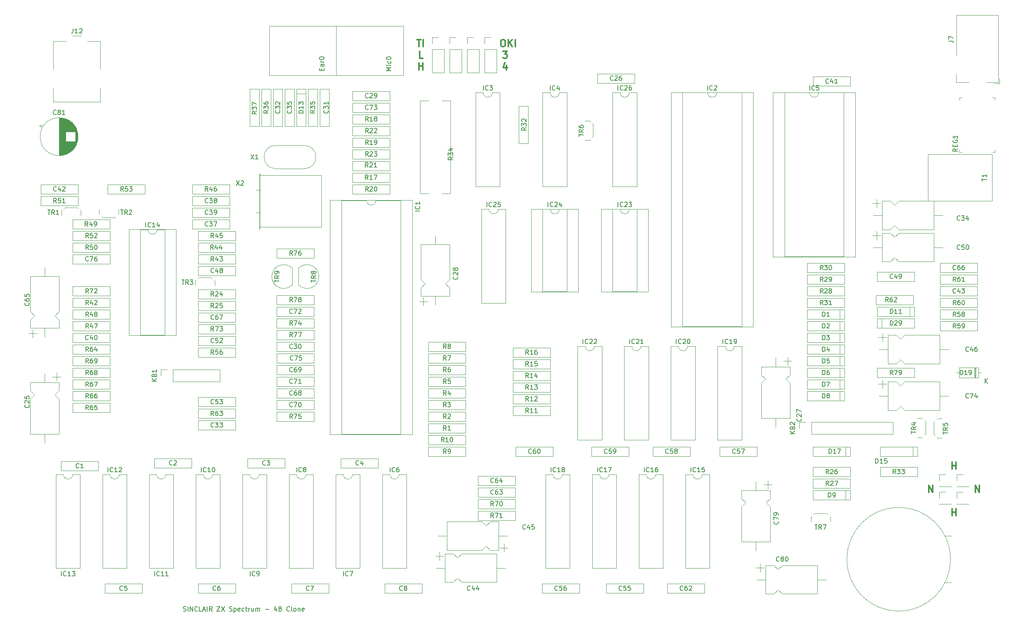
<source format=gbr>
%TF.GenerationSoftware,KiCad,Pcbnew,(5.1.6)-1*%
%TF.CreationDate,2020-12-22T12:14:04+00:00*%
%TF.ProjectId,Issue 4,49737375-6520-4342-9e6b-696361645f70,rev?*%
%TF.SameCoordinates,Original*%
%TF.FileFunction,Legend,Top*%
%TF.FilePolarity,Positive*%
%FSLAX46Y46*%
G04 Gerber Fmt 4.6, Leading zero omitted, Abs format (unit mm)*
G04 Created by KiCad (PCBNEW (5.1.6)-1) date 2020-12-22 12:14:04*
%MOMM*%
%LPD*%
G01*
G04 APERTURE LIST*
%ADD10C,0.150000*%
%ADD11C,0.300000*%
%ADD12C,0.120000*%
%ADD13C,0.100000*%
G04 APERTURE END LIST*
D10*
X79733833Y-154138261D02*
X79876690Y-154185880D01*
X80114785Y-154185880D01*
X80210023Y-154138261D01*
X80257642Y-154090642D01*
X80305261Y-153995404D01*
X80305261Y-153900166D01*
X80257642Y-153804928D01*
X80210023Y-153757309D01*
X80114785Y-153709690D01*
X79924309Y-153662071D01*
X79829071Y-153614452D01*
X79781452Y-153566833D01*
X79733833Y-153471595D01*
X79733833Y-153376357D01*
X79781452Y-153281119D01*
X79829071Y-153233500D01*
X79924309Y-153185880D01*
X80162404Y-153185880D01*
X80305261Y-153233500D01*
X80733833Y-154185880D02*
X80733833Y-153185880D01*
X81210023Y-154185880D02*
X81210023Y-153185880D01*
X81781452Y-154185880D01*
X81781452Y-153185880D01*
X82829071Y-154090642D02*
X82781452Y-154138261D01*
X82638595Y-154185880D01*
X82543357Y-154185880D01*
X82400499Y-154138261D01*
X82305261Y-154043023D01*
X82257642Y-153947785D01*
X82210023Y-153757309D01*
X82210023Y-153614452D01*
X82257642Y-153423976D01*
X82305261Y-153328738D01*
X82400499Y-153233500D01*
X82543357Y-153185880D01*
X82638595Y-153185880D01*
X82781452Y-153233500D01*
X82829071Y-153281119D01*
X83733833Y-154185880D02*
X83257642Y-154185880D01*
X83257642Y-153185880D01*
X84019547Y-153900166D02*
X84495738Y-153900166D01*
X83924309Y-154185880D02*
X84257642Y-153185880D01*
X84590976Y-154185880D01*
X84924309Y-154185880D02*
X84924309Y-153185880D01*
X85971928Y-154185880D02*
X85638595Y-153709690D01*
X85400499Y-154185880D02*
X85400499Y-153185880D01*
X85781452Y-153185880D01*
X85876690Y-153233500D01*
X85924309Y-153281119D01*
X85971928Y-153376357D01*
X85971928Y-153519214D01*
X85924309Y-153614452D01*
X85876690Y-153662071D01*
X85781452Y-153709690D01*
X85400499Y-153709690D01*
X87067166Y-153185880D02*
X87733833Y-153185880D01*
X87067166Y-154185880D01*
X87733833Y-154185880D01*
X88019547Y-153185880D02*
X88686214Y-154185880D01*
X88686214Y-153185880D02*
X88019547Y-154185880D01*
X89781452Y-154138261D02*
X89924309Y-154185880D01*
X90162404Y-154185880D01*
X90257642Y-154138261D01*
X90305261Y-154090642D01*
X90352880Y-153995404D01*
X90352880Y-153900166D01*
X90305261Y-153804928D01*
X90257642Y-153757309D01*
X90162404Y-153709690D01*
X89971928Y-153662071D01*
X89876690Y-153614452D01*
X89829071Y-153566833D01*
X89781452Y-153471595D01*
X89781452Y-153376357D01*
X89829071Y-153281119D01*
X89876690Y-153233500D01*
X89971928Y-153185880D01*
X90210023Y-153185880D01*
X90352880Y-153233500D01*
X90781452Y-153519214D02*
X90781452Y-154519214D01*
X90781452Y-153566833D02*
X90876690Y-153519214D01*
X91067166Y-153519214D01*
X91162404Y-153566833D01*
X91210023Y-153614452D01*
X91257642Y-153709690D01*
X91257642Y-153995404D01*
X91210023Y-154090642D01*
X91162404Y-154138261D01*
X91067166Y-154185880D01*
X90876690Y-154185880D01*
X90781452Y-154138261D01*
X92067166Y-154138261D02*
X91971928Y-154185880D01*
X91781452Y-154185880D01*
X91686214Y-154138261D01*
X91638595Y-154043023D01*
X91638595Y-153662071D01*
X91686214Y-153566833D01*
X91781452Y-153519214D01*
X91971928Y-153519214D01*
X92067166Y-153566833D01*
X92114785Y-153662071D01*
X92114785Y-153757309D01*
X91638595Y-153852547D01*
X92971928Y-154138261D02*
X92876690Y-154185880D01*
X92686214Y-154185880D01*
X92590976Y-154138261D01*
X92543357Y-154090642D01*
X92495738Y-153995404D01*
X92495738Y-153709690D01*
X92543357Y-153614452D01*
X92590976Y-153566833D01*
X92686214Y-153519214D01*
X92876690Y-153519214D01*
X92971928Y-153566833D01*
X93257642Y-153519214D02*
X93638595Y-153519214D01*
X93400499Y-153185880D02*
X93400499Y-154043023D01*
X93448119Y-154138261D01*
X93543357Y-154185880D01*
X93638595Y-154185880D01*
X93971928Y-154185880D02*
X93971928Y-153519214D01*
X93971928Y-153709690D02*
X94019547Y-153614452D01*
X94067166Y-153566833D01*
X94162404Y-153519214D01*
X94257642Y-153519214D01*
X95019547Y-153519214D02*
X95019547Y-154185880D01*
X94590976Y-153519214D02*
X94590976Y-154043023D01*
X94638595Y-154138261D01*
X94733833Y-154185880D01*
X94876690Y-154185880D01*
X94971928Y-154138261D01*
X95019547Y-154090642D01*
X95495738Y-154185880D02*
X95495738Y-153519214D01*
X95495738Y-153614452D02*
X95543357Y-153566833D01*
X95638595Y-153519214D01*
X95781452Y-153519214D01*
X95876690Y-153566833D01*
X95924309Y-153662071D01*
X95924309Y-154185880D01*
X95924309Y-153662071D02*
X95971928Y-153566833D01*
X96067166Y-153519214D01*
X96210023Y-153519214D01*
X96305261Y-153566833D01*
X96352880Y-153662071D01*
X96352880Y-154185880D01*
X97590976Y-153804928D02*
X98352880Y-153804928D01*
X100019547Y-153519214D02*
X100019547Y-154185880D01*
X99781452Y-153138261D02*
X99543357Y-153852547D01*
X100162404Y-153852547D01*
X100876690Y-153662071D02*
X101019547Y-153709690D01*
X101067166Y-153757309D01*
X101114785Y-153852547D01*
X101114785Y-153995404D01*
X101067166Y-154090642D01*
X101019547Y-154138261D01*
X100924309Y-154185880D01*
X100543357Y-154185880D01*
X100543357Y-153185880D01*
X100876690Y-153185880D01*
X100971928Y-153233500D01*
X101019547Y-153281119D01*
X101067166Y-153376357D01*
X101067166Y-153471595D01*
X101019547Y-153566833D01*
X100971928Y-153614452D01*
X100876690Y-153662071D01*
X100543357Y-153662071D01*
X102876690Y-154090642D02*
X102829071Y-154138261D01*
X102686214Y-154185880D01*
X102590976Y-154185880D01*
X102448119Y-154138261D01*
X102352880Y-154043023D01*
X102305261Y-153947785D01*
X102257642Y-153757309D01*
X102257642Y-153614452D01*
X102305261Y-153423976D01*
X102352880Y-153328738D01*
X102448119Y-153233500D01*
X102590976Y-153185880D01*
X102686214Y-153185880D01*
X102829071Y-153233500D01*
X102876690Y-153281119D01*
X103448119Y-154185880D02*
X103352880Y-154138261D01*
X103305261Y-154043023D01*
X103305261Y-153185880D01*
X103971928Y-154185880D02*
X103876690Y-154138261D01*
X103829071Y-154090642D01*
X103781452Y-153995404D01*
X103781452Y-153709690D01*
X103829071Y-153614452D01*
X103876690Y-153566833D01*
X103971928Y-153519214D01*
X104114785Y-153519214D01*
X104210023Y-153566833D01*
X104257642Y-153614452D01*
X104305261Y-153709690D01*
X104305261Y-153995404D01*
X104257642Y-154090642D01*
X104210023Y-154138261D01*
X104114785Y-154185880D01*
X103971928Y-154185880D01*
X104733833Y-153519214D02*
X104733833Y-154185880D01*
X104733833Y-153614452D02*
X104781452Y-153566833D01*
X104876690Y-153519214D01*
X105019547Y-153519214D01*
X105114785Y-153566833D01*
X105162404Y-153662071D01*
X105162404Y-154185880D01*
X106019547Y-154138261D02*
X105924309Y-154185880D01*
X105733833Y-154185880D01*
X105638595Y-154138261D01*
X105590976Y-154043023D01*
X105590976Y-153662071D01*
X105638595Y-153566833D01*
X105733833Y-153519214D01*
X105924309Y-153519214D01*
X106019547Y-153566833D01*
X106067166Y-153662071D01*
X106067166Y-153757309D01*
X105590976Y-153852547D01*
D11*
X247221428Y-133393571D02*
X247221428Y-131893571D01*
X247221428Y-132607857D02*
X248078571Y-132607857D01*
X248078571Y-133393571D02*
X248078571Y-131893571D01*
X242141428Y-128313571D02*
X242141428Y-126813571D01*
X242998571Y-128313571D01*
X242998571Y-126813571D01*
X252301428Y-128313571D02*
X252301428Y-126813571D01*
X253158571Y-128313571D01*
X253158571Y-126813571D01*
X247221428Y-123233571D02*
X247221428Y-121733571D01*
X247221428Y-122447857D02*
X248078571Y-122447857D01*
X248078571Y-123233571D02*
X248078571Y-121733571D01*
X131016428Y-36238571D02*
X131016428Y-34738571D01*
X131016428Y-35452857D02*
X131873571Y-35452857D01*
X131873571Y-36238571D02*
X131873571Y-34738571D01*
X131909285Y-33698571D02*
X131195000Y-33698571D01*
X131195000Y-32198571D01*
X150145714Y-35238571D02*
X150145714Y-36238571D01*
X149788571Y-34667142D02*
X149431428Y-35738571D01*
X150360000Y-35738571D01*
X149360000Y-32198571D02*
X150288571Y-32198571D01*
X149788571Y-32770000D01*
X150002857Y-32770000D01*
X150145714Y-32841428D01*
X150217142Y-32912857D01*
X150288571Y-33055714D01*
X150288571Y-33412857D01*
X150217142Y-33555714D01*
X150145714Y-33627142D01*
X150002857Y-33698571D01*
X149574285Y-33698571D01*
X149431428Y-33627142D01*
X149360000Y-33555714D01*
X130659285Y-29658571D02*
X131516428Y-29658571D01*
X131087857Y-31158571D02*
X131087857Y-29658571D01*
X132016428Y-31158571D02*
X132016428Y-29658571D01*
X149245000Y-29658571D02*
X149530714Y-29658571D01*
X149673571Y-29730000D01*
X149816428Y-29872857D01*
X149887857Y-30158571D01*
X149887857Y-30658571D01*
X149816428Y-30944285D01*
X149673571Y-31087142D01*
X149530714Y-31158571D01*
X149245000Y-31158571D01*
X149102142Y-31087142D01*
X148959285Y-30944285D01*
X148887857Y-30658571D01*
X148887857Y-30158571D01*
X148959285Y-29872857D01*
X149102142Y-29730000D01*
X149245000Y-29658571D01*
X150530714Y-31158571D02*
X150530714Y-29658571D01*
X151387857Y-31158571D02*
X150745000Y-30301428D01*
X151387857Y-29658571D02*
X150530714Y-30515714D01*
X152030714Y-31158571D02*
X152030714Y-29658571D01*
D12*
%TO.C,T1*%
X255905000Y-59690000D02*
X255905000Y-54610000D01*
X255905000Y-54610000D02*
X241935000Y-54610000D01*
X241935000Y-54610000D02*
X241935000Y-64770000D01*
X241935000Y-64770000D02*
X255905000Y-64770000D01*
X255905000Y-64770000D02*
X255905000Y-59690000D01*
%TO.C,C34*%
X229880000Y-65345000D02*
X231680000Y-65345000D01*
X230780000Y-64445000D02*
X230780000Y-66245000D01*
X231980000Y-64825000D02*
X231980000Y-71065000D01*
X243220000Y-64825000D02*
X243220000Y-71065000D01*
X231980000Y-64825000D02*
X233780000Y-64825000D01*
X233780000Y-64825000D02*
X234680000Y-65725000D01*
X234680000Y-65725000D02*
X235580000Y-64825000D01*
X235580000Y-64825000D02*
X243220000Y-64825000D01*
X231980000Y-71065000D02*
X233780000Y-71065000D01*
X233780000Y-71065000D02*
X234680000Y-70165000D01*
X234680000Y-70165000D02*
X235580000Y-71065000D01*
X235580000Y-71065000D02*
X243220000Y-71065000D01*
X230040000Y-67945000D02*
X231980000Y-67945000D01*
X245160000Y-67945000D02*
X243220000Y-67945000D01*
%TO.C,Mic0*%
X113030000Y-37465000D02*
X120015000Y-37465000D01*
X113030000Y-26670000D02*
X113030000Y-37465000D01*
X127635000Y-26670000D02*
X113030000Y-26670000D01*
X127635000Y-37465000D02*
X127635000Y-26670000D01*
X120015000Y-37465000D02*
X127635000Y-37465000D01*
%TO.C,IC5*%
X216170000Y-41215000D02*
X210710000Y-41215000D01*
X210710000Y-41215000D02*
X210710000Y-76895000D01*
X210710000Y-76895000D02*
X223630000Y-76895000D01*
X223630000Y-76895000D02*
X223630000Y-41215000D01*
X223630000Y-41215000D02*
X218170000Y-41215000D01*
X208220000Y-41155000D02*
X208220000Y-76955000D01*
X208220000Y-76955000D02*
X226120000Y-76955000D01*
X226120000Y-76955000D02*
X226120000Y-41155000D01*
X226120000Y-41155000D02*
X208220000Y-41155000D01*
X218170000Y-41215000D02*
G75*
G02*
X216170000Y-41215000I-1000000J0D01*
G01*
%TO.C,IC2*%
X193945000Y-41215000D02*
X188485000Y-41215000D01*
X188485000Y-41215000D02*
X188485000Y-92135000D01*
X188485000Y-92135000D02*
X201405000Y-92135000D01*
X201405000Y-92135000D02*
X201405000Y-41215000D01*
X201405000Y-41215000D02*
X195945000Y-41215000D01*
X185995000Y-41155000D02*
X185995000Y-92195000D01*
X185995000Y-92195000D02*
X203895000Y-92195000D01*
X203895000Y-92195000D02*
X203895000Y-41155000D01*
X203895000Y-41155000D02*
X185995000Y-41155000D01*
X195945000Y-41215000D02*
G75*
G02*
X193945000Y-41215000I-1000000J0D01*
G01*
%TO.C,Ear0*%
X98425000Y-37465000D02*
X105410000Y-37465000D01*
X98425000Y-26670000D02*
X98425000Y-37465000D01*
X113030000Y-26670000D02*
X98425000Y-26670000D01*
X113030000Y-37465000D02*
X113030000Y-26670000D01*
X105410000Y-37465000D02*
X113030000Y-37465000D01*
%TO.C,LS1*%
X246890854Y-142875000D02*
G75*
G03*
X246890854Y-142875000I-11305854J0D01*
G01*
X247015000Y-137795000D02*
X245745000Y-137795000D01*
X247015000Y-147955000D02*
X245745000Y-147955000D01*
%TO.C,J4*%
X141545000Y-36890000D02*
X144205000Y-36890000D01*
X141545000Y-31750000D02*
X141545000Y-36890000D01*
X144205000Y-31750000D02*
X144205000Y-36890000D01*
X141545000Y-31750000D02*
X144205000Y-31750000D01*
X141545000Y-30480000D02*
X141545000Y-29150000D01*
X141545000Y-29150000D02*
X142875000Y-29150000D01*
%TO.C,J3*%
X137735000Y-36890000D02*
X140395000Y-36890000D01*
X137735000Y-31750000D02*
X137735000Y-36890000D01*
X140395000Y-31750000D02*
X140395000Y-36890000D01*
X137735000Y-31750000D02*
X140395000Y-31750000D01*
X137735000Y-30480000D02*
X137735000Y-29150000D01*
X137735000Y-29150000D02*
X139065000Y-29150000D01*
%TO.C,J2*%
X133925000Y-36890000D02*
X136585000Y-36890000D01*
X133925000Y-31750000D02*
X133925000Y-36890000D01*
X136585000Y-31750000D02*
X136585000Y-36890000D01*
X133925000Y-31750000D02*
X136585000Y-31750000D01*
X133925000Y-30480000D02*
X133925000Y-29150000D01*
X133925000Y-29150000D02*
X135255000Y-29150000D01*
%TO.C,J1*%
X145355000Y-36890000D02*
X148015000Y-36890000D01*
X145355000Y-31750000D02*
X145355000Y-36890000D01*
X148015000Y-31750000D02*
X148015000Y-36890000D01*
X145355000Y-31750000D02*
X148015000Y-31750000D01*
X145355000Y-30480000D02*
X145355000Y-29150000D01*
X145355000Y-29150000D02*
X146685000Y-29150000D01*
%TO.C,J7*%
X256480000Y-39200000D02*
X257530000Y-39200000D01*
X257530000Y-38150000D02*
X257530000Y-39200000D01*
X248130000Y-33100000D02*
X248130000Y-24300000D01*
X248130000Y-24300000D02*
X257330000Y-24300000D01*
X250830000Y-39000000D02*
X248130000Y-39000000D01*
X248130000Y-39000000D02*
X248130000Y-37100000D01*
X257330000Y-24300000D02*
X257330000Y-39000000D01*
X257330000Y-39000000D02*
X254730000Y-39000000D01*
%TO.C,R34*%
X131300000Y-63230000D02*
X133180000Y-63230000D01*
X131300000Y-42990000D02*
X131300000Y-63230000D01*
X133180000Y-42990000D02*
X131300000Y-42990000D01*
X137940000Y-63230000D02*
X136060000Y-63230000D01*
X137940000Y-42990000D02*
X137940000Y-63230000D01*
X136060000Y-42990000D02*
X137940000Y-42990000D01*
D13*
%TO.C,REG1*%
X248835000Y-42300000D02*
X248835000Y-42800000D01*
X248835000Y-42300000D02*
X249335000Y-42300000D01*
X248835000Y-54200000D02*
X248835000Y-53700000D01*
X248835000Y-54200000D02*
X249335000Y-54200000D01*
X256535000Y-54200000D02*
X256035000Y-54200000D01*
X256535000Y-54200000D02*
X256535000Y-53700000D01*
X256535000Y-42300000D02*
X256535000Y-42800000D01*
X256535000Y-42300000D02*
X256035000Y-42300000D01*
D12*
%TO.C,TR3*%
X82335000Y-83200000D02*
X82335000Y-82250000D01*
X86585000Y-82250000D02*
X86585000Y-83200000D01*
X85735000Y-81450000D02*
X83135000Y-81450000D01*
X83135000Y-81450000D02*
X82885000Y-81700000D01*
X82485000Y-82100000D02*
X82335000Y-82250000D01*
X85735000Y-81450000D02*
X85985000Y-81700000D01*
X86435000Y-82100000D02*
X86585000Y-82250000D01*
%TO.C,C74*%
X246430000Y-107315000D02*
X244490000Y-107315000D01*
X231310000Y-107315000D02*
X233250000Y-107315000D01*
X236850000Y-110435000D02*
X244490000Y-110435000D01*
X235950000Y-109535000D02*
X236850000Y-110435000D01*
X235050000Y-110435000D02*
X235950000Y-109535000D01*
X233250000Y-110435000D02*
X235050000Y-110435000D01*
X236850000Y-104195000D02*
X244490000Y-104195000D01*
X235950000Y-105095000D02*
X236850000Y-104195000D01*
X235050000Y-104195000D02*
X235950000Y-105095000D01*
X233250000Y-104195000D02*
X235050000Y-104195000D01*
X244490000Y-104195000D02*
X244490000Y-110435000D01*
X233250000Y-104195000D02*
X233250000Y-110435000D01*
X232050000Y-103815000D02*
X232050000Y-105615000D01*
X231150000Y-104715000D02*
X232950000Y-104715000D01*
%TO.C,D19*%
X252945000Y-103355000D02*
X252945000Y-101115000D01*
X252945000Y-101115000D02*
X248705000Y-101115000D01*
X248705000Y-101115000D02*
X248705000Y-103355000D01*
X248705000Y-103355000D02*
X252945000Y-103355000D01*
X253595000Y-102235000D02*
X252945000Y-102235000D01*
X248055000Y-102235000D02*
X248705000Y-102235000D01*
X252225000Y-103355000D02*
X252225000Y-101115000D01*
X252105000Y-103355000D02*
X252105000Y-101115000D01*
X252345000Y-103355000D02*
X252345000Y-101115000D01*
%TO.C,J12*%
X51405000Y-36065000D02*
X51405000Y-30005000D01*
X51405000Y-30005000D02*
X54215000Y-30005000D01*
X58815000Y-30005000D02*
X61625000Y-30005000D01*
X61625000Y-30005000D02*
X61625000Y-36065000D01*
X61625000Y-40165000D02*
X61625000Y-43225000D01*
X61625000Y-43225000D02*
X51405000Y-43225000D01*
X51405000Y-43225000D02*
X51405000Y-40165000D01*
X55515000Y-28815000D02*
X57515000Y-28815000D01*
%TO.C,J11*%
X248225000Y-127060000D02*
X250885000Y-127060000D01*
X248225000Y-127000000D02*
X248225000Y-127060000D01*
X250885000Y-127000000D02*
X250885000Y-127060000D01*
X248225000Y-127000000D02*
X250885000Y-127000000D01*
X248225000Y-125730000D02*
X248225000Y-124400000D01*
X248225000Y-124400000D02*
X249555000Y-124400000D01*
%TO.C,J10*%
X244415000Y-127060000D02*
X247075000Y-127060000D01*
X244415000Y-127000000D02*
X244415000Y-127060000D01*
X247075000Y-127000000D02*
X247075000Y-127060000D01*
X244415000Y-127000000D02*
X247075000Y-127000000D01*
X244415000Y-125730000D02*
X244415000Y-124400000D01*
X244415000Y-124400000D02*
X245745000Y-124400000D01*
%TO.C,J9*%
X248225000Y-130870000D02*
X250885000Y-130870000D01*
X248225000Y-130810000D02*
X248225000Y-130870000D01*
X250885000Y-130810000D02*
X250885000Y-130870000D01*
X248225000Y-130810000D02*
X250885000Y-130810000D01*
X248225000Y-129540000D02*
X248225000Y-128210000D01*
X248225000Y-128210000D02*
X249555000Y-128210000D01*
%TO.C,J8*%
X244415000Y-130870000D02*
X247075000Y-130870000D01*
X244415000Y-130810000D02*
X244415000Y-130870000D01*
X247075000Y-130810000D02*
X247075000Y-130870000D01*
X244415000Y-130810000D02*
X247075000Y-130810000D01*
X244415000Y-129540000D02*
X244415000Y-128210000D01*
X244415000Y-128210000D02*
X245745000Y-128210000D01*
%TO.C,C27*%
X211388000Y-98816000D02*
X211388000Y-100616000D01*
X212288000Y-99716000D02*
X210488000Y-99716000D01*
X211908000Y-100916000D02*
X205668000Y-100916000D01*
X211908000Y-112156000D02*
X205668000Y-112156000D01*
X211908000Y-100916000D02*
X211908000Y-102716000D01*
X211908000Y-102716000D02*
X211008000Y-103616000D01*
X211008000Y-103616000D02*
X211908000Y-104516000D01*
X211908000Y-104516000D02*
X211908000Y-112156000D01*
X205668000Y-100916000D02*
X205668000Y-102716000D01*
X205668000Y-102716000D02*
X206568000Y-103616000D01*
X206568000Y-103616000D02*
X205668000Y-104516000D01*
X205668000Y-104516000D02*
X205668000Y-112156000D01*
X208788000Y-98976000D02*
X208788000Y-100916000D01*
X208788000Y-114096000D02*
X208788000Y-112156000D01*
%TO.C,TR9*%
X103450000Y-83080000D02*
X103450000Y-79480000D01*
X103438478Y-79441522D02*
G75*
G03*
X99000000Y-81280000I-1838478J-1838478D01*
G01*
X103438478Y-83118478D02*
G75*
G02*
X99000000Y-81280000I-1838478J1838478D01*
G01*
%TO.C,TR8*%
X104830000Y-79480000D02*
X104830000Y-83080000D01*
X104841522Y-83118478D02*
G75*
G03*
X109280000Y-81280000I1838478J1838478D01*
G01*
X104841522Y-79441522D02*
G75*
G02*
X109280000Y-81280000I1838478J-1838478D01*
G01*
%TO.C,C81*%
X56785000Y-50800000D02*
G75*
G03*
X56785000Y-50800000I-4120000J0D01*
G01*
X52665000Y-46720000D02*
X52665000Y-54880000D01*
X52705000Y-46720000D02*
X52705000Y-54880000D01*
X52745000Y-46720000D02*
X52745000Y-54880000D01*
X52785000Y-46721000D02*
X52785000Y-54879000D01*
X52825000Y-46723000D02*
X52825000Y-54877000D01*
X52865000Y-46724000D02*
X52865000Y-54876000D01*
X52905000Y-46726000D02*
X52905000Y-54874000D01*
X52945000Y-46729000D02*
X52945000Y-54871000D01*
X52985000Y-46732000D02*
X52985000Y-54868000D01*
X53025000Y-46735000D02*
X53025000Y-54865000D01*
X53065000Y-46739000D02*
X53065000Y-54861000D01*
X53105000Y-46743000D02*
X53105000Y-54857000D01*
X53145000Y-46748000D02*
X53145000Y-54852000D01*
X53185000Y-46752000D02*
X53185000Y-54848000D01*
X53225000Y-46758000D02*
X53225000Y-54842000D01*
X53265000Y-46763000D02*
X53265000Y-54837000D01*
X53305000Y-46770000D02*
X53305000Y-54830000D01*
X53345000Y-46776000D02*
X53345000Y-54824000D01*
X53386000Y-46783000D02*
X53386000Y-54817000D01*
X53426000Y-46790000D02*
X53426000Y-54810000D01*
X53466000Y-46798000D02*
X53466000Y-54802000D01*
X53506000Y-46806000D02*
X53506000Y-54794000D01*
X53546000Y-46815000D02*
X53546000Y-54785000D01*
X53586000Y-46824000D02*
X53586000Y-54776000D01*
X53626000Y-46833000D02*
X53626000Y-54767000D01*
X53666000Y-46843000D02*
X53666000Y-54757000D01*
X53706000Y-46853000D02*
X53706000Y-54747000D01*
X53746000Y-46864000D02*
X53746000Y-54736000D01*
X53786000Y-46875000D02*
X53786000Y-54725000D01*
X53826000Y-46886000D02*
X53826000Y-54714000D01*
X53866000Y-46898000D02*
X53866000Y-54702000D01*
X53906000Y-46911000D02*
X53906000Y-54689000D01*
X53946000Y-46923000D02*
X53946000Y-54677000D01*
X53986000Y-46937000D02*
X53986000Y-54663000D01*
X54026000Y-46950000D02*
X54026000Y-54650000D01*
X54066000Y-46965000D02*
X54066000Y-54635000D01*
X54106000Y-46979000D02*
X54106000Y-54621000D01*
X54146000Y-46995000D02*
X54146000Y-49760000D01*
X54146000Y-51840000D02*
X54146000Y-54605000D01*
X54186000Y-47010000D02*
X54186000Y-49760000D01*
X54186000Y-51840000D02*
X54186000Y-54590000D01*
X54226000Y-47026000D02*
X54226000Y-49760000D01*
X54226000Y-51840000D02*
X54226000Y-54574000D01*
X54266000Y-47043000D02*
X54266000Y-49760000D01*
X54266000Y-51840000D02*
X54266000Y-54557000D01*
X54306000Y-47060000D02*
X54306000Y-49760000D01*
X54306000Y-51840000D02*
X54306000Y-54540000D01*
X54346000Y-47078000D02*
X54346000Y-49760000D01*
X54346000Y-51840000D02*
X54346000Y-54522000D01*
X54386000Y-47096000D02*
X54386000Y-49760000D01*
X54386000Y-51840000D02*
X54386000Y-54504000D01*
X54426000Y-47114000D02*
X54426000Y-49760000D01*
X54426000Y-51840000D02*
X54426000Y-54486000D01*
X54466000Y-47134000D02*
X54466000Y-49760000D01*
X54466000Y-51840000D02*
X54466000Y-54466000D01*
X54506000Y-47153000D02*
X54506000Y-49760000D01*
X54506000Y-51840000D02*
X54506000Y-54447000D01*
X54546000Y-47173000D02*
X54546000Y-49760000D01*
X54546000Y-51840000D02*
X54546000Y-54427000D01*
X54586000Y-47194000D02*
X54586000Y-49760000D01*
X54586000Y-51840000D02*
X54586000Y-54406000D01*
X54626000Y-47216000D02*
X54626000Y-49760000D01*
X54626000Y-51840000D02*
X54626000Y-54384000D01*
X54666000Y-47238000D02*
X54666000Y-49760000D01*
X54666000Y-51840000D02*
X54666000Y-54362000D01*
X54706000Y-47260000D02*
X54706000Y-49760000D01*
X54706000Y-51840000D02*
X54706000Y-54340000D01*
X54746000Y-47283000D02*
X54746000Y-49760000D01*
X54746000Y-51840000D02*
X54746000Y-54317000D01*
X54786000Y-47307000D02*
X54786000Y-49760000D01*
X54786000Y-51840000D02*
X54786000Y-54293000D01*
X54826000Y-47331000D02*
X54826000Y-49760000D01*
X54826000Y-51840000D02*
X54826000Y-54269000D01*
X54866000Y-47356000D02*
X54866000Y-49760000D01*
X54866000Y-51840000D02*
X54866000Y-54244000D01*
X54906000Y-47382000D02*
X54906000Y-49760000D01*
X54906000Y-51840000D02*
X54906000Y-54218000D01*
X54946000Y-47408000D02*
X54946000Y-49760000D01*
X54946000Y-51840000D02*
X54946000Y-54192000D01*
X54986000Y-47435000D02*
X54986000Y-49760000D01*
X54986000Y-51840000D02*
X54986000Y-54165000D01*
X55026000Y-47462000D02*
X55026000Y-49760000D01*
X55026000Y-51840000D02*
X55026000Y-54138000D01*
X55066000Y-47491000D02*
X55066000Y-49760000D01*
X55066000Y-51840000D02*
X55066000Y-54109000D01*
X55106000Y-47520000D02*
X55106000Y-49760000D01*
X55106000Y-51840000D02*
X55106000Y-54080000D01*
X55146000Y-47550000D02*
X55146000Y-49760000D01*
X55146000Y-51840000D02*
X55146000Y-54050000D01*
X55186000Y-47580000D02*
X55186000Y-49760000D01*
X55186000Y-51840000D02*
X55186000Y-54020000D01*
X55226000Y-47611000D02*
X55226000Y-49760000D01*
X55226000Y-51840000D02*
X55226000Y-53989000D01*
X55266000Y-47644000D02*
X55266000Y-49760000D01*
X55266000Y-51840000D02*
X55266000Y-53956000D01*
X55306000Y-47676000D02*
X55306000Y-49760000D01*
X55306000Y-51840000D02*
X55306000Y-53924000D01*
X55346000Y-47710000D02*
X55346000Y-49760000D01*
X55346000Y-51840000D02*
X55346000Y-53890000D01*
X55386000Y-47745000D02*
X55386000Y-49760000D01*
X55386000Y-51840000D02*
X55386000Y-53855000D01*
X55426000Y-47781000D02*
X55426000Y-49760000D01*
X55426000Y-51840000D02*
X55426000Y-53819000D01*
X55466000Y-47817000D02*
X55466000Y-49760000D01*
X55466000Y-51840000D02*
X55466000Y-53783000D01*
X55506000Y-47855000D02*
X55506000Y-49760000D01*
X55506000Y-51840000D02*
X55506000Y-53745000D01*
X55546000Y-47893000D02*
X55546000Y-49760000D01*
X55546000Y-51840000D02*
X55546000Y-53707000D01*
X55586000Y-47933000D02*
X55586000Y-49760000D01*
X55586000Y-51840000D02*
X55586000Y-53667000D01*
X55626000Y-47974000D02*
X55626000Y-49760000D01*
X55626000Y-51840000D02*
X55626000Y-53626000D01*
X55666000Y-48016000D02*
X55666000Y-49760000D01*
X55666000Y-51840000D02*
X55666000Y-53584000D01*
X55706000Y-48059000D02*
X55706000Y-49760000D01*
X55706000Y-51840000D02*
X55706000Y-53541000D01*
X55746000Y-48103000D02*
X55746000Y-49760000D01*
X55746000Y-51840000D02*
X55746000Y-53497000D01*
X55786000Y-48149000D02*
X55786000Y-49760000D01*
X55786000Y-51840000D02*
X55786000Y-53451000D01*
X55826000Y-48196000D02*
X55826000Y-49760000D01*
X55826000Y-51840000D02*
X55826000Y-53404000D01*
X55866000Y-48244000D02*
X55866000Y-49760000D01*
X55866000Y-51840000D02*
X55866000Y-53356000D01*
X55906000Y-48295000D02*
X55906000Y-49760000D01*
X55906000Y-51840000D02*
X55906000Y-53305000D01*
X55946000Y-48346000D02*
X55946000Y-49760000D01*
X55946000Y-51840000D02*
X55946000Y-53254000D01*
X55986000Y-48400000D02*
X55986000Y-49760000D01*
X55986000Y-51840000D02*
X55986000Y-53200000D01*
X56026000Y-48455000D02*
X56026000Y-49760000D01*
X56026000Y-51840000D02*
X56026000Y-53145000D01*
X56066000Y-48513000D02*
X56066000Y-49760000D01*
X56066000Y-51840000D02*
X56066000Y-53087000D01*
X56106000Y-48572000D02*
X56106000Y-49760000D01*
X56106000Y-51840000D02*
X56106000Y-53028000D01*
X56146000Y-48634000D02*
X56146000Y-49760000D01*
X56146000Y-51840000D02*
X56146000Y-52966000D01*
X56186000Y-48698000D02*
X56186000Y-49760000D01*
X56186000Y-51840000D02*
X56186000Y-52902000D01*
X56226000Y-48766000D02*
X56226000Y-52834000D01*
X56266000Y-48836000D02*
X56266000Y-52764000D01*
X56306000Y-48910000D02*
X56306000Y-52690000D01*
X56346000Y-48987000D02*
X56346000Y-52613000D01*
X56386000Y-49069000D02*
X56386000Y-52531000D01*
X56426000Y-49155000D02*
X56426000Y-52445000D01*
X56466000Y-49248000D02*
X56466000Y-52352000D01*
X56506000Y-49347000D02*
X56506000Y-52253000D01*
X56546000Y-49454000D02*
X56546000Y-52146000D01*
X56586000Y-49571000D02*
X56586000Y-52029000D01*
X56626000Y-49702000D02*
X56626000Y-51898000D01*
X56666000Y-49852000D02*
X56666000Y-51748000D01*
X56706000Y-50032000D02*
X56706000Y-51568000D01*
X56746000Y-50267000D02*
X56746000Y-51333000D01*
X48255302Y-48485000D02*
X49055302Y-48485000D01*
X48655302Y-48085000D02*
X48655302Y-48885000D01*
%TO.C,D29*%
X230886000Y-90424000D02*
X239014000Y-90424000D01*
X239014000Y-90424000D02*
X239014000Y-92456000D01*
X239014000Y-92456000D02*
X230886000Y-92456000D01*
X230886000Y-90424000D02*
X230886000Y-92456000D01*
X231902000Y-90424000D02*
X231902000Y-92456000D01*
%TO.C,D17*%
X225044000Y-120396000D02*
X216916000Y-120396000D01*
X216916000Y-120396000D02*
X216916000Y-118364000D01*
X216916000Y-118364000D02*
X225044000Y-118364000D01*
X225044000Y-120396000D02*
X225044000Y-118364000D01*
X224028000Y-120396000D02*
X224028000Y-118364000D01*
%TO.C,D15*%
X239649000Y-120396000D02*
X231521000Y-120396000D01*
X231521000Y-120396000D02*
X231521000Y-118364000D01*
X231521000Y-118364000D02*
X239649000Y-118364000D01*
X239649000Y-120396000D02*
X239649000Y-118364000D01*
X238633000Y-120396000D02*
X238633000Y-118364000D01*
%TO.C,D13*%
X106426000Y-40386000D02*
X106426000Y-48514000D01*
X106426000Y-48514000D02*
X104394000Y-48514000D01*
X104394000Y-48514000D02*
X104394000Y-40386000D01*
X106426000Y-40386000D02*
X104394000Y-40386000D01*
X106426000Y-41402000D02*
X104394000Y-41402000D01*
%TO.C,D11*%
X239014000Y-89916000D02*
X230886000Y-89916000D01*
X230886000Y-89916000D02*
X230886000Y-87884000D01*
X230886000Y-87884000D02*
X239014000Y-87884000D01*
X239014000Y-89916000D02*
X239014000Y-87884000D01*
X237998000Y-89916000D02*
X237998000Y-87884000D01*
%TO.C,D9*%
X225044000Y-129921000D02*
X216916000Y-129921000D01*
X216916000Y-129921000D02*
X216916000Y-127889000D01*
X216916000Y-127889000D02*
X225044000Y-127889000D01*
X225044000Y-129921000D02*
X225044000Y-127889000D01*
X224028000Y-129921000D02*
X224028000Y-127889000D01*
%TO.C,D8*%
X223774000Y-108331000D02*
X215646000Y-108331000D01*
X215646000Y-108331000D02*
X215646000Y-106299000D01*
X215646000Y-106299000D02*
X223774000Y-106299000D01*
X223774000Y-108331000D02*
X223774000Y-106299000D01*
X222758000Y-108331000D02*
X222758000Y-106299000D01*
%TO.C,D7*%
X223774000Y-105791000D02*
X215646000Y-105791000D01*
X215646000Y-105791000D02*
X215646000Y-103759000D01*
X215646000Y-103759000D02*
X223774000Y-103759000D01*
X223774000Y-105791000D02*
X223774000Y-103759000D01*
X222758000Y-105791000D02*
X222758000Y-103759000D01*
%TO.C,D6*%
X223774000Y-103251000D02*
X215646000Y-103251000D01*
X215646000Y-103251000D02*
X215646000Y-101219000D01*
X215646000Y-101219000D02*
X223774000Y-101219000D01*
X223774000Y-103251000D02*
X223774000Y-101219000D01*
X222758000Y-103251000D02*
X222758000Y-101219000D01*
%TO.C,D5*%
X223774000Y-100711000D02*
X215646000Y-100711000D01*
X215646000Y-100711000D02*
X215646000Y-98679000D01*
X215646000Y-98679000D02*
X223774000Y-98679000D01*
X223774000Y-100711000D02*
X223774000Y-98679000D01*
X222758000Y-100711000D02*
X222758000Y-98679000D01*
%TO.C,D4*%
X223774000Y-98171000D02*
X215646000Y-98171000D01*
X215646000Y-98171000D02*
X215646000Y-96139000D01*
X215646000Y-96139000D02*
X223774000Y-96139000D01*
X223774000Y-98171000D02*
X223774000Y-96139000D01*
X222758000Y-98171000D02*
X222758000Y-96139000D01*
%TO.C,D3*%
X223774000Y-95631000D02*
X215646000Y-95631000D01*
X215646000Y-95631000D02*
X215646000Y-93599000D01*
X215646000Y-93599000D02*
X223774000Y-93599000D01*
X223774000Y-95631000D02*
X223774000Y-93599000D01*
X222758000Y-95631000D02*
X222758000Y-93599000D01*
%TO.C,D2*%
X223774000Y-93091000D02*
X215646000Y-93091000D01*
X215646000Y-93091000D02*
X215646000Y-91059000D01*
X215646000Y-91059000D02*
X223774000Y-91059000D01*
X223774000Y-93091000D02*
X223774000Y-91059000D01*
X222758000Y-93091000D02*
X222758000Y-91059000D01*
%TO.C,D1*%
X223774000Y-90551000D02*
X215646000Y-90551000D01*
X215646000Y-90551000D02*
X215646000Y-88519000D01*
X215646000Y-88519000D02*
X223774000Y-88519000D01*
X223774000Y-90551000D02*
X223774000Y-88519000D01*
X222758000Y-90551000D02*
X222758000Y-88519000D01*
%TO.C,C31*%
X109474000Y-48514000D02*
X109474000Y-40386000D01*
X109474000Y-40386000D02*
X111506000Y-40386000D01*
X111506000Y-40386000D02*
X111506000Y-48514000D01*
X109474000Y-48514000D02*
X111506000Y-48514000D01*
%TO.C,C76*%
X55626000Y-76454000D02*
X63754000Y-76454000D01*
X63754000Y-76454000D02*
X63754000Y-78486000D01*
X63754000Y-78486000D02*
X55626000Y-78486000D01*
X55626000Y-76454000D02*
X55626000Y-78486000D01*
%TO.C,C75*%
X100076000Y-98044000D02*
X108204000Y-98044000D01*
X108204000Y-98044000D02*
X108204000Y-100076000D01*
X108204000Y-100076000D02*
X100076000Y-100076000D01*
X100076000Y-98044000D02*
X100076000Y-100076000D01*
%TO.C,C73*%
X116586000Y-43434000D02*
X124714000Y-43434000D01*
X124714000Y-43434000D02*
X124714000Y-45466000D01*
X124714000Y-45466000D02*
X116586000Y-45466000D01*
X116586000Y-43434000D02*
X116586000Y-45466000D01*
%TO.C,C72*%
X100076000Y-87884000D02*
X108204000Y-87884000D01*
X108204000Y-87884000D02*
X108204000Y-89916000D01*
X108204000Y-89916000D02*
X100076000Y-89916000D01*
X100076000Y-87884000D02*
X100076000Y-89916000D01*
%TO.C,C71*%
X100076000Y-103124000D02*
X108204000Y-103124000D01*
X108204000Y-103124000D02*
X108204000Y-105156000D01*
X108204000Y-105156000D02*
X100076000Y-105156000D01*
X100076000Y-103124000D02*
X100076000Y-105156000D01*
%TO.C,C70*%
X100076000Y-108204000D02*
X108204000Y-108204000D01*
X108204000Y-108204000D02*
X108204000Y-110236000D01*
X108204000Y-110236000D02*
X100076000Y-110236000D01*
X100076000Y-108204000D02*
X100076000Y-110236000D01*
%TO.C,C69*%
X100076000Y-100584000D02*
X108204000Y-100584000D01*
X108204000Y-100584000D02*
X108204000Y-102616000D01*
X108204000Y-102616000D02*
X100076000Y-102616000D01*
X100076000Y-100584000D02*
X100076000Y-102616000D01*
%TO.C,C68*%
X100076000Y-105664000D02*
X108204000Y-105664000D01*
X108204000Y-105664000D02*
X108204000Y-107696000D01*
X108204000Y-107696000D02*
X100076000Y-107696000D01*
X100076000Y-105664000D02*
X100076000Y-107696000D01*
%TO.C,C67*%
X91059000Y-91186000D02*
X82931000Y-91186000D01*
X82931000Y-91186000D02*
X82931000Y-89154000D01*
X82931000Y-89154000D02*
X91059000Y-89154000D01*
X91059000Y-91186000D02*
X91059000Y-89154000D01*
%TO.C,C66*%
X252730000Y-80391000D02*
X244602000Y-80391000D01*
X244602000Y-80391000D02*
X244602000Y-78359000D01*
X244602000Y-78359000D02*
X252730000Y-78359000D01*
X252730000Y-80391000D02*
X252730000Y-78359000D01*
%TO.C,C64*%
X143891000Y-124714000D02*
X143891000Y-126746000D01*
X152019000Y-126746000D02*
X143891000Y-126746000D01*
X152019000Y-124714000D02*
X152019000Y-126746000D01*
X143891000Y-124714000D02*
X152019000Y-124714000D01*
%TO.C,C63*%
X143891000Y-127254000D02*
X143891000Y-129286000D01*
X152019000Y-129286000D02*
X143891000Y-129286000D01*
X152019000Y-127254000D02*
X152019000Y-129286000D01*
X143891000Y-127254000D02*
X152019000Y-127254000D01*
%TO.C,C62*%
X193294000Y-150241000D02*
X185166000Y-150241000D01*
X185166000Y-150241000D02*
X185166000Y-148209000D01*
X185166000Y-148209000D02*
X193294000Y-148209000D01*
X193294000Y-150241000D02*
X193294000Y-148209000D01*
%TO.C,C60*%
X152146000Y-118364000D02*
X160274000Y-118364000D01*
X160274000Y-118364000D02*
X160274000Y-120396000D01*
X160274000Y-120396000D02*
X152146000Y-120396000D01*
X152146000Y-118364000D02*
X152146000Y-120396000D01*
%TO.C,C59*%
X168656000Y-118364000D02*
X176784000Y-118364000D01*
X176784000Y-118364000D02*
X176784000Y-120396000D01*
X176784000Y-120396000D02*
X168656000Y-120396000D01*
X168656000Y-118364000D02*
X168656000Y-120396000D01*
%TO.C,C58*%
X190119000Y-120396000D02*
X181991000Y-120396000D01*
X181991000Y-120396000D02*
X181991000Y-118364000D01*
X181991000Y-118364000D02*
X190119000Y-118364000D01*
X190119000Y-120396000D02*
X190119000Y-118364000D01*
%TO.C,C57*%
X204724000Y-120396000D02*
X196596000Y-120396000D01*
X196596000Y-120396000D02*
X196596000Y-118364000D01*
X196596000Y-118364000D02*
X204724000Y-118364000D01*
X204724000Y-120396000D02*
X204724000Y-118364000D01*
%TO.C,C56*%
X165989000Y-150241000D02*
X157861000Y-150241000D01*
X157861000Y-150241000D02*
X157861000Y-148209000D01*
X157861000Y-148209000D02*
X165989000Y-148209000D01*
X165989000Y-150241000D02*
X165989000Y-148209000D01*
%TO.C,C55*%
X179959000Y-150241000D02*
X171831000Y-150241000D01*
X171831000Y-150241000D02*
X171831000Y-148209000D01*
X171831000Y-148209000D02*
X179959000Y-148209000D01*
X179959000Y-150241000D02*
X179959000Y-148209000D01*
%TO.C,C53*%
X91059000Y-109601000D02*
X82931000Y-109601000D01*
X82931000Y-109601000D02*
X82931000Y-107569000D01*
X82931000Y-107569000D02*
X91059000Y-107569000D01*
X91059000Y-109601000D02*
X91059000Y-107569000D01*
%TO.C,C52*%
X91059000Y-96266000D02*
X82931000Y-96266000D01*
X82931000Y-96266000D02*
X82931000Y-94234000D01*
X82931000Y-94234000D02*
X91059000Y-94234000D01*
X91059000Y-96266000D02*
X91059000Y-94234000D01*
%TO.C,C49*%
X239014000Y-82296000D02*
X230886000Y-82296000D01*
X230886000Y-82296000D02*
X230886000Y-80264000D01*
X230886000Y-80264000D02*
X239014000Y-80264000D01*
X239014000Y-82296000D02*
X239014000Y-80264000D01*
%TO.C,C48*%
X91059000Y-81026000D02*
X82931000Y-81026000D01*
X82931000Y-81026000D02*
X82931000Y-78994000D01*
X82931000Y-78994000D02*
X91059000Y-78994000D01*
X91059000Y-81026000D02*
X91059000Y-78994000D01*
%TO.C,C43*%
X252730000Y-85471000D02*
X244602000Y-85471000D01*
X244602000Y-85471000D02*
X244602000Y-83439000D01*
X244602000Y-83439000D02*
X252730000Y-83439000D01*
X252730000Y-85471000D02*
X252730000Y-83439000D01*
%TO.C,C42*%
X48641000Y-61214000D02*
X56769000Y-61214000D01*
X56769000Y-61214000D02*
X56769000Y-63246000D01*
X56769000Y-63246000D02*
X48641000Y-63246000D01*
X48641000Y-61214000D02*
X48641000Y-63246000D01*
%TO.C,C41*%
X216916000Y-37719000D02*
X225044000Y-37719000D01*
X225044000Y-37719000D02*
X225044000Y-39751000D01*
X225044000Y-39751000D02*
X216916000Y-39751000D01*
X216916000Y-37719000D02*
X216916000Y-39751000D01*
%TO.C,C40*%
X55626000Y-93599000D02*
X63754000Y-93599000D01*
X63754000Y-93599000D02*
X63754000Y-95631000D01*
X63754000Y-95631000D02*
X55626000Y-95631000D01*
X55626000Y-93599000D02*
X55626000Y-95631000D01*
%TO.C,C39*%
X81661000Y-66294000D02*
X89789000Y-66294000D01*
X89789000Y-66294000D02*
X89789000Y-68326000D01*
X89789000Y-68326000D02*
X81661000Y-68326000D01*
X81661000Y-66294000D02*
X81661000Y-68326000D01*
%TO.C,C38*%
X81661000Y-63754000D02*
X89789000Y-63754000D01*
X89789000Y-63754000D02*
X89789000Y-65786000D01*
X89789000Y-65786000D02*
X81661000Y-65786000D01*
X81661000Y-63754000D02*
X81661000Y-65786000D01*
%TO.C,C37*%
X81661000Y-68834000D02*
X89789000Y-68834000D01*
X89789000Y-68834000D02*
X89789000Y-70866000D01*
X89789000Y-70866000D02*
X81661000Y-70866000D01*
X81661000Y-68834000D02*
X81661000Y-70866000D01*
%TO.C,C35*%
X101854000Y-48514000D02*
X101854000Y-40386000D01*
X101854000Y-40386000D02*
X103886000Y-40386000D01*
X103886000Y-40386000D02*
X103886000Y-48514000D01*
X101854000Y-48514000D02*
X103886000Y-48514000D01*
%TO.C,C33*%
X91059000Y-114681000D02*
X82931000Y-114681000D01*
X82931000Y-114681000D02*
X82931000Y-112649000D01*
X82931000Y-112649000D02*
X91059000Y-112649000D01*
X91059000Y-114681000D02*
X91059000Y-112649000D01*
%TO.C,C32*%
X101346000Y-40386000D02*
X101346000Y-48514000D01*
X101346000Y-48514000D02*
X99314000Y-48514000D01*
X99314000Y-48514000D02*
X99314000Y-40386000D01*
X101346000Y-40386000D02*
X99314000Y-40386000D01*
%TO.C,C30*%
X100076000Y-95504000D02*
X108204000Y-95504000D01*
X108204000Y-95504000D02*
X108204000Y-97536000D01*
X108204000Y-97536000D02*
X100076000Y-97536000D01*
X100076000Y-95504000D02*
X100076000Y-97536000D01*
%TO.C,C29*%
X116586000Y-40894000D02*
X124714000Y-40894000D01*
X124714000Y-40894000D02*
X124714000Y-42926000D01*
X124714000Y-42926000D02*
X116586000Y-42926000D01*
X116586000Y-40894000D02*
X116586000Y-42926000D01*
%TO.C,C26*%
X169926000Y-37084000D02*
X178054000Y-37084000D01*
X178054000Y-37084000D02*
X178054000Y-39116000D01*
X178054000Y-39116000D02*
X169926000Y-39116000D01*
X169926000Y-37084000D02*
X169926000Y-39116000D01*
%TO.C,C8*%
X123571000Y-148209000D02*
X123571000Y-150241000D01*
X131699000Y-150241000D02*
X123571000Y-150241000D01*
X131699000Y-148209000D02*
X131699000Y-150241000D01*
X123571000Y-148209000D02*
X131699000Y-148209000D01*
%TO.C,C7*%
X103251000Y-148209000D02*
X111379000Y-148209000D01*
X111379000Y-148209000D02*
X111379000Y-150241000D01*
X111379000Y-150241000D02*
X103251000Y-150241000D01*
X103251000Y-148209000D02*
X103251000Y-150241000D01*
%TO.C,C6*%
X82931000Y-148209000D02*
X91059000Y-148209000D01*
X91059000Y-148209000D02*
X91059000Y-150241000D01*
X91059000Y-150241000D02*
X82931000Y-150241000D01*
X82931000Y-148209000D02*
X82931000Y-150241000D01*
%TO.C,C5*%
X62611000Y-148209000D02*
X70739000Y-148209000D01*
X70739000Y-148209000D02*
X70739000Y-150241000D01*
X70739000Y-150241000D02*
X62611000Y-150241000D01*
X62611000Y-148209000D02*
X62611000Y-150241000D01*
%TO.C,C4*%
X122174000Y-122936000D02*
X114046000Y-122936000D01*
X114046000Y-122936000D02*
X114046000Y-120904000D01*
X114046000Y-120904000D02*
X122174000Y-120904000D01*
X122174000Y-122936000D02*
X122174000Y-120904000D01*
%TO.C,C3*%
X101854000Y-122936000D02*
X93726000Y-122936000D01*
X93726000Y-122936000D02*
X93726000Y-120904000D01*
X93726000Y-120904000D02*
X101854000Y-120904000D01*
X101854000Y-122936000D02*
X101854000Y-120904000D01*
%TO.C,C2*%
X81534000Y-122936000D02*
X73406000Y-122936000D01*
X73406000Y-122936000D02*
X73406000Y-120904000D01*
X73406000Y-120904000D02*
X81534000Y-120904000D01*
X81534000Y-122936000D02*
X81534000Y-120904000D01*
%TO.C,C1*%
X61214000Y-123571000D02*
X53086000Y-123571000D01*
X53086000Y-123571000D02*
X53086000Y-121539000D01*
X53086000Y-121539000D02*
X61214000Y-121539000D01*
X61214000Y-123571000D02*
X61214000Y-121539000D01*
%TO.C,R79*%
X239014000Y-103251000D02*
X230886000Y-103251000D01*
X230886000Y-103251000D02*
X230886000Y-101219000D01*
X230886000Y-101219000D02*
X239014000Y-101219000D01*
X239014000Y-103251000D02*
X239014000Y-101219000D01*
%TO.C,R78*%
X108204000Y-87376000D02*
X100076000Y-87376000D01*
X100076000Y-87376000D02*
X100076000Y-85344000D01*
X100076000Y-85344000D02*
X108204000Y-85344000D01*
X108204000Y-87376000D02*
X108204000Y-85344000D01*
%TO.C,R77*%
X108204000Y-94996000D02*
X100076000Y-94996000D01*
X100076000Y-94996000D02*
X100076000Y-92964000D01*
X100076000Y-92964000D02*
X108204000Y-92964000D01*
X108204000Y-94996000D02*
X108204000Y-92964000D01*
%TO.C,R76*%
X108204000Y-77216000D02*
X100076000Y-77216000D01*
X100076000Y-77216000D02*
X100076000Y-75184000D01*
X100076000Y-75184000D02*
X108204000Y-75184000D01*
X108204000Y-77216000D02*
X108204000Y-75184000D01*
%TO.C,R75*%
X100076000Y-110744000D02*
X108204000Y-110744000D01*
X108204000Y-110744000D02*
X108204000Y-112776000D01*
X108204000Y-112776000D02*
X100076000Y-112776000D01*
X100076000Y-110744000D02*
X100076000Y-112776000D01*
%TO.C,R74*%
X100076000Y-90424000D02*
X108204000Y-90424000D01*
X108204000Y-90424000D02*
X108204000Y-92456000D01*
X108204000Y-92456000D02*
X100076000Y-92456000D01*
X100076000Y-90424000D02*
X100076000Y-92456000D01*
%TO.C,R73*%
X91059000Y-93726000D02*
X82931000Y-93726000D01*
X82931000Y-93726000D02*
X82931000Y-91694000D01*
X82931000Y-91694000D02*
X91059000Y-91694000D01*
X91059000Y-93726000D02*
X91059000Y-91694000D01*
%TO.C,R72*%
X55626000Y-83439000D02*
X63754000Y-83439000D01*
X63754000Y-83439000D02*
X63754000Y-85471000D01*
X63754000Y-85471000D02*
X55626000Y-85471000D01*
X55626000Y-83439000D02*
X55626000Y-85471000D01*
%TO.C,R71*%
X152019000Y-134366000D02*
X152019000Y-132334000D01*
X143891000Y-132334000D02*
X152019000Y-132334000D01*
X143891000Y-134366000D02*
X143891000Y-132334000D01*
X152019000Y-134366000D02*
X143891000Y-134366000D01*
%TO.C,R70*%
X152019000Y-131826000D02*
X152019000Y-129794000D01*
X143891000Y-129794000D02*
X152019000Y-129794000D01*
X143891000Y-131826000D02*
X143891000Y-129794000D01*
X152019000Y-131826000D02*
X143891000Y-131826000D01*
%TO.C,R69*%
X55626000Y-98679000D02*
X63754000Y-98679000D01*
X63754000Y-98679000D02*
X63754000Y-100711000D01*
X63754000Y-100711000D02*
X55626000Y-100711000D01*
X55626000Y-98679000D02*
X55626000Y-100711000D01*
%TO.C,R68*%
X55626000Y-101219000D02*
X63754000Y-101219000D01*
X63754000Y-101219000D02*
X63754000Y-103251000D01*
X63754000Y-103251000D02*
X55626000Y-103251000D01*
X55626000Y-101219000D02*
X55626000Y-103251000D01*
%TO.C,R67*%
X55626000Y-103759000D02*
X63754000Y-103759000D01*
X63754000Y-103759000D02*
X63754000Y-105791000D01*
X63754000Y-105791000D02*
X55626000Y-105791000D01*
X55626000Y-103759000D02*
X55626000Y-105791000D01*
%TO.C,R66*%
X55626000Y-106299000D02*
X63754000Y-106299000D01*
X63754000Y-106299000D02*
X63754000Y-108331000D01*
X63754000Y-108331000D02*
X55626000Y-108331000D01*
X55626000Y-106299000D02*
X55626000Y-108331000D01*
%TO.C,R65*%
X55626000Y-108839000D02*
X63754000Y-108839000D01*
X63754000Y-108839000D02*
X63754000Y-110871000D01*
X63754000Y-110871000D02*
X55626000Y-110871000D01*
X55626000Y-108839000D02*
X55626000Y-110871000D01*
%TO.C,R64*%
X55626000Y-96139000D02*
X63754000Y-96139000D01*
X63754000Y-96139000D02*
X63754000Y-98171000D01*
X63754000Y-98171000D02*
X55626000Y-98171000D01*
X55626000Y-96139000D02*
X55626000Y-98171000D01*
%TO.C,R63*%
X91059000Y-112141000D02*
X82931000Y-112141000D01*
X82931000Y-112141000D02*
X82931000Y-110109000D01*
X82931000Y-110109000D02*
X91059000Y-110109000D01*
X91059000Y-112141000D02*
X91059000Y-110109000D01*
%TO.C,R62*%
X238760000Y-87376000D02*
X230632000Y-87376000D01*
X230632000Y-87376000D02*
X230632000Y-85344000D01*
X230632000Y-85344000D02*
X238760000Y-85344000D01*
X238760000Y-87376000D02*
X238760000Y-85344000D01*
%TO.C,R61*%
X244602000Y-80899000D02*
X252730000Y-80899000D01*
X252730000Y-80899000D02*
X252730000Y-82931000D01*
X252730000Y-82931000D02*
X244602000Y-82931000D01*
X244602000Y-80899000D02*
X244602000Y-82931000D01*
%TO.C,R60*%
X244602000Y-85979000D02*
X252730000Y-85979000D01*
X252730000Y-85979000D02*
X252730000Y-88011000D01*
X252730000Y-88011000D02*
X244602000Y-88011000D01*
X244602000Y-85979000D02*
X244602000Y-88011000D01*
%TO.C,R59*%
X244602000Y-91059000D02*
X252730000Y-91059000D01*
X252730000Y-91059000D02*
X252730000Y-93091000D01*
X252730000Y-93091000D02*
X244602000Y-93091000D01*
X244602000Y-91059000D02*
X244602000Y-93091000D01*
%TO.C,R58*%
X244602000Y-88519000D02*
X252730000Y-88519000D01*
X252730000Y-88519000D02*
X252730000Y-90551000D01*
X252730000Y-90551000D02*
X244602000Y-90551000D01*
X244602000Y-88519000D02*
X244602000Y-90551000D01*
%TO.C,R56*%
X91059000Y-98806000D02*
X82931000Y-98806000D01*
X82931000Y-98806000D02*
X82931000Y-96774000D01*
X82931000Y-96774000D02*
X91059000Y-96774000D01*
X91059000Y-98806000D02*
X91059000Y-96774000D01*
%TO.C,R53*%
X71374000Y-63246000D02*
X63246000Y-63246000D01*
X63246000Y-63246000D02*
X63246000Y-61214000D01*
X63246000Y-61214000D02*
X71374000Y-61214000D01*
X71374000Y-63246000D02*
X71374000Y-61214000D01*
%TO.C,R52*%
X63754000Y-73406000D02*
X55626000Y-73406000D01*
X55626000Y-73406000D02*
X55626000Y-71374000D01*
X55626000Y-71374000D02*
X63754000Y-71374000D01*
X63754000Y-73406000D02*
X63754000Y-71374000D01*
%TO.C,R51*%
X56769000Y-65786000D02*
X48641000Y-65786000D01*
X48641000Y-65786000D02*
X48641000Y-63754000D01*
X48641000Y-63754000D02*
X56769000Y-63754000D01*
X56769000Y-65786000D02*
X56769000Y-63754000D01*
%TO.C,R50*%
X63754000Y-75946000D02*
X55626000Y-75946000D01*
X55626000Y-75946000D02*
X55626000Y-73914000D01*
X55626000Y-73914000D02*
X63754000Y-73914000D01*
X63754000Y-75946000D02*
X63754000Y-73914000D01*
%TO.C,R49*%
X63754000Y-70866000D02*
X55626000Y-70866000D01*
X55626000Y-70866000D02*
X55626000Y-68834000D01*
X55626000Y-68834000D02*
X63754000Y-68834000D01*
X63754000Y-70866000D02*
X63754000Y-68834000D01*
%TO.C,R48*%
X63754000Y-90551000D02*
X55626000Y-90551000D01*
X55626000Y-90551000D02*
X55626000Y-88519000D01*
X55626000Y-88519000D02*
X63754000Y-88519000D01*
X63754000Y-90551000D02*
X63754000Y-88519000D01*
%TO.C,R47*%
X55626000Y-91059000D02*
X63754000Y-91059000D01*
X63754000Y-91059000D02*
X63754000Y-93091000D01*
X63754000Y-93091000D02*
X55626000Y-93091000D01*
X55626000Y-91059000D02*
X55626000Y-93091000D01*
%TO.C,R46*%
X89789000Y-63246000D02*
X81661000Y-63246000D01*
X81661000Y-63246000D02*
X81661000Y-61214000D01*
X81661000Y-61214000D02*
X89789000Y-61214000D01*
X89789000Y-63246000D02*
X89789000Y-61214000D01*
%TO.C,R45*%
X91059000Y-73406000D02*
X82931000Y-73406000D01*
X82931000Y-73406000D02*
X82931000Y-71374000D01*
X82931000Y-71374000D02*
X91059000Y-71374000D01*
X91059000Y-73406000D02*
X91059000Y-71374000D01*
%TO.C,R44*%
X91059000Y-75946000D02*
X82931000Y-75946000D01*
X82931000Y-75946000D02*
X82931000Y-73914000D01*
X82931000Y-73914000D02*
X91059000Y-73914000D01*
X91059000Y-75946000D02*
X91059000Y-73914000D01*
%TO.C,R43*%
X91059000Y-78486000D02*
X82931000Y-78486000D01*
X82931000Y-78486000D02*
X82931000Y-76454000D01*
X82931000Y-76454000D02*
X91059000Y-76454000D01*
X91059000Y-78486000D02*
X91059000Y-76454000D01*
%TO.C,R42*%
X55626000Y-85979000D02*
X63754000Y-85979000D01*
X63754000Y-85979000D02*
X63754000Y-88011000D01*
X63754000Y-88011000D02*
X55626000Y-88011000D01*
X55626000Y-85979000D02*
X55626000Y-88011000D01*
%TO.C,R37*%
X96266000Y-40386000D02*
X96266000Y-48514000D01*
X96266000Y-48514000D02*
X94234000Y-48514000D01*
X94234000Y-48514000D02*
X94234000Y-40386000D01*
X96266000Y-40386000D02*
X94234000Y-40386000D01*
%TO.C,R36*%
X98806000Y-40386000D02*
X98806000Y-48514000D01*
X98806000Y-48514000D02*
X96774000Y-48514000D01*
X96774000Y-48514000D02*
X96774000Y-40386000D01*
X98806000Y-40386000D02*
X96774000Y-40386000D01*
%TO.C,R35*%
X106934000Y-48514000D02*
X106934000Y-40386000D01*
X106934000Y-40386000D02*
X108966000Y-40386000D01*
X108966000Y-40386000D02*
X108966000Y-48514000D01*
X106934000Y-48514000D02*
X108966000Y-48514000D01*
%TO.C,R33*%
X231521000Y-122809000D02*
X239649000Y-122809000D01*
X239649000Y-122809000D02*
X239649000Y-124841000D01*
X239649000Y-124841000D02*
X231521000Y-124841000D01*
X231521000Y-122809000D02*
X231521000Y-124841000D01*
%TO.C,R31*%
X215646000Y-85979000D02*
X223774000Y-85979000D01*
X223774000Y-85979000D02*
X223774000Y-88011000D01*
X223774000Y-88011000D02*
X215646000Y-88011000D01*
X215646000Y-85979000D02*
X215646000Y-88011000D01*
%TO.C,R30*%
X223774000Y-80391000D02*
X215646000Y-80391000D01*
X215646000Y-80391000D02*
X215646000Y-78359000D01*
X215646000Y-78359000D02*
X223774000Y-78359000D01*
X223774000Y-80391000D02*
X223774000Y-78359000D01*
%TO.C,R29*%
X223774000Y-82931000D02*
X215646000Y-82931000D01*
X215646000Y-82931000D02*
X215646000Y-80899000D01*
X215646000Y-80899000D02*
X223774000Y-80899000D01*
X223774000Y-82931000D02*
X223774000Y-80899000D01*
%TO.C,R28*%
X223774000Y-85471000D02*
X215646000Y-85471000D01*
X215646000Y-85471000D02*
X215646000Y-83439000D01*
X215646000Y-83439000D02*
X223774000Y-83439000D01*
X223774000Y-85471000D02*
X223774000Y-83439000D01*
%TO.C,R27*%
X225044000Y-127381000D02*
X216916000Y-127381000D01*
X216916000Y-127381000D02*
X216916000Y-125349000D01*
X216916000Y-125349000D02*
X225044000Y-125349000D01*
X225044000Y-127381000D02*
X225044000Y-125349000D01*
%TO.C,R26*%
X225044000Y-124841000D02*
X216916000Y-124841000D01*
X216916000Y-124841000D02*
X216916000Y-122809000D01*
X216916000Y-122809000D02*
X225044000Y-122809000D01*
X225044000Y-124841000D02*
X225044000Y-122809000D01*
%TO.C,R25*%
X91059000Y-88646000D02*
X82931000Y-88646000D01*
X82931000Y-88646000D02*
X82931000Y-86614000D01*
X82931000Y-86614000D02*
X91059000Y-86614000D01*
X91059000Y-88646000D02*
X91059000Y-86614000D01*
%TO.C,R24*%
X82931000Y-84074000D02*
X91059000Y-84074000D01*
X91059000Y-84074000D02*
X91059000Y-86106000D01*
X91059000Y-86106000D02*
X82931000Y-86106000D01*
X82931000Y-84074000D02*
X82931000Y-86106000D01*
%TO.C,R23*%
X124714000Y-55626000D02*
X116586000Y-55626000D01*
X116586000Y-55626000D02*
X116586000Y-53594000D01*
X116586000Y-53594000D02*
X124714000Y-53594000D01*
X124714000Y-55626000D02*
X124714000Y-53594000D01*
%TO.C,R22*%
X124714000Y-50546000D02*
X116586000Y-50546000D01*
X116586000Y-50546000D02*
X116586000Y-48514000D01*
X116586000Y-48514000D02*
X124714000Y-48514000D01*
X124714000Y-50546000D02*
X124714000Y-48514000D01*
%TO.C,R21*%
X124714000Y-58166000D02*
X116586000Y-58166000D01*
X116586000Y-58166000D02*
X116586000Y-56134000D01*
X116586000Y-56134000D02*
X124714000Y-56134000D01*
X124714000Y-58166000D02*
X124714000Y-56134000D01*
%TO.C,R20*%
X124714000Y-63246000D02*
X116586000Y-63246000D01*
X116586000Y-63246000D02*
X116586000Y-61214000D01*
X116586000Y-61214000D02*
X124714000Y-61214000D01*
X124714000Y-63246000D02*
X124714000Y-61214000D01*
%TO.C,R19*%
X124714000Y-53086000D02*
X116586000Y-53086000D01*
X116586000Y-53086000D02*
X116586000Y-51054000D01*
X116586000Y-51054000D02*
X124714000Y-51054000D01*
X124714000Y-53086000D02*
X124714000Y-51054000D01*
%TO.C,R18*%
X124714000Y-48006000D02*
X116586000Y-48006000D01*
X116586000Y-48006000D02*
X116586000Y-45974000D01*
X116586000Y-45974000D02*
X124714000Y-45974000D01*
X124714000Y-48006000D02*
X124714000Y-45974000D01*
%TO.C,R17*%
X124714000Y-60706000D02*
X116586000Y-60706000D01*
X116586000Y-60706000D02*
X116586000Y-58674000D01*
X116586000Y-58674000D02*
X124714000Y-58674000D01*
X124714000Y-60706000D02*
X124714000Y-58674000D01*
%TO.C,R16*%
X159639000Y-98806000D02*
X151511000Y-98806000D01*
X151511000Y-98806000D02*
X151511000Y-96774000D01*
X151511000Y-96774000D02*
X159639000Y-96774000D01*
X159639000Y-98806000D02*
X159639000Y-96774000D01*
%TO.C,R15*%
X159639000Y-101346000D02*
X151511000Y-101346000D01*
X151511000Y-101346000D02*
X151511000Y-99314000D01*
X151511000Y-99314000D02*
X159639000Y-99314000D01*
X159639000Y-101346000D02*
X159639000Y-99314000D01*
%TO.C,R14*%
X159639000Y-103886000D02*
X151511000Y-103886000D01*
X151511000Y-103886000D02*
X151511000Y-101854000D01*
X151511000Y-101854000D02*
X159639000Y-101854000D01*
X159639000Y-103886000D02*
X159639000Y-101854000D01*
%TO.C,R13*%
X159639000Y-106426000D02*
X151511000Y-106426000D01*
X151511000Y-106426000D02*
X151511000Y-104394000D01*
X151511000Y-104394000D02*
X159639000Y-104394000D01*
X159639000Y-106426000D02*
X159639000Y-104394000D01*
%TO.C,R12*%
X159639000Y-108966000D02*
X151511000Y-108966000D01*
X151511000Y-108966000D02*
X151511000Y-106934000D01*
X151511000Y-106934000D02*
X159639000Y-106934000D01*
X159639000Y-108966000D02*
X159639000Y-106934000D01*
%TO.C,R11*%
X159639000Y-111506000D02*
X151511000Y-111506000D01*
X151511000Y-111506000D02*
X151511000Y-109474000D01*
X151511000Y-109474000D02*
X159639000Y-109474000D01*
X159639000Y-111506000D02*
X159639000Y-109474000D01*
%TO.C,R10*%
X133096000Y-115824000D02*
X141224000Y-115824000D01*
X141224000Y-115824000D02*
X141224000Y-117856000D01*
X141224000Y-117856000D02*
X133096000Y-117856000D01*
X133096000Y-115824000D02*
X133096000Y-117856000D01*
%TO.C,R9*%
X133096000Y-118364000D02*
X141224000Y-118364000D01*
X141224000Y-118364000D02*
X141224000Y-120396000D01*
X141224000Y-120396000D02*
X133096000Y-120396000D01*
X133096000Y-118364000D02*
X133096000Y-120396000D01*
%TO.C,R8*%
X141224000Y-97536000D02*
X133096000Y-97536000D01*
X133096000Y-97536000D02*
X133096000Y-95504000D01*
X133096000Y-95504000D02*
X141224000Y-95504000D01*
X141224000Y-97536000D02*
X141224000Y-95504000D01*
%TO.C,R7*%
X141224000Y-100076000D02*
X133096000Y-100076000D01*
X133096000Y-100076000D02*
X133096000Y-98044000D01*
X133096000Y-98044000D02*
X141224000Y-98044000D01*
X141224000Y-100076000D02*
X141224000Y-98044000D01*
%TO.C,R6*%
X141224000Y-102616000D02*
X133096000Y-102616000D01*
X133096000Y-102616000D02*
X133096000Y-100584000D01*
X133096000Y-100584000D02*
X141224000Y-100584000D01*
X141224000Y-102616000D02*
X141224000Y-100584000D01*
%TO.C,R5*%
X141224000Y-105156000D02*
X133096000Y-105156000D01*
X133096000Y-105156000D02*
X133096000Y-103124000D01*
X133096000Y-103124000D02*
X141224000Y-103124000D01*
X141224000Y-105156000D02*
X141224000Y-103124000D01*
%TO.C,R4*%
X141224000Y-107696000D02*
X133096000Y-107696000D01*
X133096000Y-107696000D02*
X133096000Y-105664000D01*
X133096000Y-105664000D02*
X141224000Y-105664000D01*
X141224000Y-107696000D02*
X141224000Y-105664000D01*
%TO.C,R3*%
X141224000Y-110236000D02*
X133096000Y-110236000D01*
X133096000Y-110236000D02*
X133096000Y-108204000D01*
X133096000Y-108204000D02*
X141224000Y-108204000D01*
X141224000Y-110236000D02*
X141224000Y-108204000D01*
%TO.C,R2*%
X141224000Y-112776000D02*
X133096000Y-112776000D01*
X133096000Y-112776000D02*
X133096000Y-110744000D01*
X133096000Y-110744000D02*
X141224000Y-110744000D01*
X141224000Y-112776000D02*
X141224000Y-110744000D01*
%TO.C,R1*%
X141224000Y-115316000D02*
X133096000Y-115316000D01*
X133096000Y-115316000D02*
X133096000Y-113284000D01*
X133096000Y-113284000D02*
X141224000Y-113284000D01*
X141224000Y-115316000D02*
X141224000Y-113284000D01*
%TO.C,X1*%
X106085000Y-57770000D02*
X99835000Y-57770000D01*
X106085000Y-52720000D02*
X99835000Y-52720000D01*
X99835000Y-52720000D02*
G75*
G03*
X99835000Y-57770000I0J-2525000D01*
G01*
X106085000Y-52720000D02*
G75*
G02*
X106085000Y-57770000I0J-2525000D01*
G01*
%TO.C,X2*%
X96415000Y-70510000D02*
X109815000Y-70510000D01*
X109815000Y-70510000D02*
X109815000Y-59210000D01*
X109815000Y-59210000D02*
X96415000Y-59210000D01*
X96415000Y-59210000D02*
X96415000Y-70510000D01*
X96415000Y-67310000D02*
X95565000Y-67310000D01*
X95565000Y-67310000D02*
X95565000Y-67310000D01*
X96415000Y-62410000D02*
X95565000Y-62410000D01*
X95565000Y-62410000D02*
X95565000Y-62410000D01*
X96415000Y-70860000D02*
X96295000Y-70860000D01*
X96295000Y-70860000D02*
X96295000Y-58860000D01*
X96295000Y-58860000D02*
X96415000Y-58860000D01*
X96415000Y-58860000D02*
X96415000Y-70860000D01*
%TO.C,C80*%
X204480000Y-144720000D02*
X206280000Y-144720000D01*
X205380000Y-143820000D02*
X205380000Y-145620000D01*
X206580000Y-144200000D02*
X206580000Y-150440000D01*
X217820000Y-144200000D02*
X217820000Y-150440000D01*
X206580000Y-144200000D02*
X208380000Y-144200000D01*
X208380000Y-144200000D02*
X209280000Y-145100000D01*
X209280000Y-145100000D02*
X210180000Y-144200000D01*
X210180000Y-144200000D02*
X217820000Y-144200000D01*
X206580000Y-150440000D02*
X208380000Y-150440000D01*
X208380000Y-150440000D02*
X209280000Y-149540000D01*
X209280000Y-149540000D02*
X210180000Y-150440000D01*
X210180000Y-150440000D02*
X217820000Y-150440000D01*
X204640000Y-147320000D02*
X206580000Y-147320000D01*
X219760000Y-147320000D02*
X217820000Y-147320000D01*
%TO.C,C79*%
X207070000Y-125740000D02*
X207070000Y-127540000D01*
X207970000Y-126640000D02*
X206170000Y-126640000D01*
X207590000Y-127840000D02*
X201350000Y-127840000D01*
X207590000Y-139080000D02*
X201350000Y-139080000D01*
X207590000Y-127840000D02*
X207590000Y-129640000D01*
X207590000Y-129640000D02*
X206690000Y-130540000D01*
X206690000Y-130540000D02*
X207590000Y-131440000D01*
X207590000Y-131440000D02*
X207590000Y-139080000D01*
X201350000Y-127840000D02*
X201350000Y-129640000D01*
X201350000Y-129640000D02*
X202250000Y-130540000D01*
X202250000Y-130540000D02*
X201350000Y-131440000D01*
X201350000Y-131440000D02*
X201350000Y-139080000D01*
X204470000Y-125900000D02*
X204470000Y-127840000D01*
X204470000Y-141020000D02*
X204470000Y-139080000D01*
%TO.C,C65*%
X46930000Y-94605000D02*
X46930000Y-92805000D01*
X46030000Y-93705000D02*
X47830000Y-93705000D01*
X46410000Y-92505000D02*
X52650000Y-92505000D01*
X46410000Y-81265000D02*
X52650000Y-81265000D01*
X46410000Y-92505000D02*
X46410000Y-90705000D01*
X46410000Y-90705000D02*
X47310000Y-89805000D01*
X47310000Y-89805000D02*
X46410000Y-88905000D01*
X46410000Y-88905000D02*
X46410000Y-81265000D01*
X52650000Y-92505000D02*
X52650000Y-90705000D01*
X52650000Y-90705000D02*
X51750000Y-89805000D01*
X51750000Y-89805000D02*
X52650000Y-88905000D01*
X52650000Y-88905000D02*
X52650000Y-81265000D01*
X49530000Y-94445000D02*
X49530000Y-92505000D01*
X49530000Y-79325000D02*
X49530000Y-81265000D01*
%TO.C,C50*%
X229880000Y-72330000D02*
X231680000Y-72330000D01*
X230780000Y-71430000D02*
X230780000Y-73230000D01*
X231980000Y-71810000D02*
X231980000Y-78050000D01*
X243220000Y-71810000D02*
X243220000Y-78050000D01*
X231980000Y-71810000D02*
X233780000Y-71810000D01*
X233780000Y-71810000D02*
X234680000Y-72710000D01*
X234680000Y-72710000D02*
X235580000Y-71810000D01*
X235580000Y-71810000D02*
X243220000Y-71810000D01*
X231980000Y-78050000D02*
X233780000Y-78050000D01*
X233780000Y-78050000D02*
X234680000Y-77150000D01*
X234680000Y-77150000D02*
X235580000Y-78050000D01*
X235580000Y-78050000D02*
X243220000Y-78050000D01*
X230040000Y-74930000D02*
X231980000Y-74930000D01*
X245160000Y-74930000D02*
X243220000Y-74930000D01*
%TO.C,C46*%
X231150000Y-94555000D02*
X232950000Y-94555000D01*
X232050000Y-93655000D02*
X232050000Y-95455000D01*
X233250000Y-94035000D02*
X233250000Y-100275000D01*
X244490000Y-94035000D02*
X244490000Y-100275000D01*
X233250000Y-94035000D02*
X235050000Y-94035000D01*
X235050000Y-94035000D02*
X235950000Y-94935000D01*
X235950000Y-94935000D02*
X236850000Y-94035000D01*
X236850000Y-94035000D02*
X244490000Y-94035000D01*
X233250000Y-100275000D02*
X235050000Y-100275000D01*
X235050000Y-100275000D02*
X235950000Y-99375000D01*
X235950000Y-99375000D02*
X236850000Y-100275000D01*
X236850000Y-100275000D02*
X244490000Y-100275000D01*
X231310000Y-97155000D02*
X233250000Y-97155000D01*
X246430000Y-97155000D02*
X244490000Y-97155000D01*
%TO.C,C45*%
X150485000Y-140395000D02*
X148685000Y-140395000D01*
X149585000Y-141295000D02*
X149585000Y-139495000D01*
X148385000Y-140915000D02*
X148385000Y-134675000D01*
X137145000Y-140915000D02*
X137145000Y-134675000D01*
X148385000Y-140915000D02*
X146585000Y-140915000D01*
X146585000Y-140915000D02*
X145685000Y-140015000D01*
X145685000Y-140015000D02*
X144785000Y-140915000D01*
X144785000Y-140915000D02*
X137145000Y-140915000D01*
X148385000Y-134675000D02*
X146585000Y-134675000D01*
X146585000Y-134675000D02*
X145685000Y-135575000D01*
X145685000Y-135575000D02*
X144785000Y-134675000D01*
X144785000Y-134675000D02*
X137145000Y-134675000D01*
X150325000Y-137795000D02*
X148385000Y-137795000D01*
X135205000Y-137795000D02*
X137145000Y-137795000D01*
%TO.C,C44*%
X134630000Y-142180000D02*
X136430000Y-142180000D01*
X135530000Y-141280000D02*
X135530000Y-143080000D01*
X136730000Y-141660000D02*
X136730000Y-147900000D01*
X147970000Y-141660000D02*
X147970000Y-147900000D01*
X136730000Y-141660000D02*
X138530000Y-141660000D01*
X138530000Y-141660000D02*
X139430000Y-142560000D01*
X139430000Y-142560000D02*
X140330000Y-141660000D01*
X140330000Y-141660000D02*
X147970000Y-141660000D01*
X136730000Y-147900000D02*
X138530000Y-147900000D01*
X138530000Y-147900000D02*
X139430000Y-147000000D01*
X139430000Y-147000000D02*
X140330000Y-147900000D01*
X140330000Y-147900000D02*
X147970000Y-147900000D01*
X134790000Y-144780000D02*
X136730000Y-144780000D01*
X149910000Y-144780000D02*
X147970000Y-144780000D01*
%TO.C,C28*%
X132020000Y-87620000D02*
X132020000Y-85820000D01*
X131120000Y-86720000D02*
X132920000Y-86720000D01*
X131500000Y-85520000D02*
X137740000Y-85520000D01*
X131500000Y-74280000D02*
X137740000Y-74280000D01*
X131500000Y-85520000D02*
X131500000Y-83720000D01*
X131500000Y-83720000D02*
X132400000Y-82820000D01*
X132400000Y-82820000D02*
X131500000Y-81920000D01*
X131500000Y-81920000D02*
X131500000Y-74280000D01*
X137740000Y-85520000D02*
X137740000Y-83720000D01*
X137740000Y-83720000D02*
X136840000Y-82820000D01*
X136840000Y-82820000D02*
X137740000Y-81920000D01*
X137740000Y-81920000D02*
X137740000Y-74280000D01*
X134620000Y-87460000D02*
X134620000Y-85520000D01*
X134620000Y-72340000D02*
X134620000Y-74280000D01*
%TO.C,C25*%
X52130000Y-102245000D02*
X52130000Y-104045000D01*
X53030000Y-103145000D02*
X51230000Y-103145000D01*
X52650000Y-104345000D02*
X46410000Y-104345000D01*
X52650000Y-115585000D02*
X46410000Y-115585000D01*
X52650000Y-104345000D02*
X52650000Y-106145000D01*
X52650000Y-106145000D02*
X51750000Y-107045000D01*
X51750000Y-107045000D02*
X52650000Y-107945000D01*
X52650000Y-107945000D02*
X52650000Y-115585000D01*
X46410000Y-104345000D02*
X46410000Y-106145000D01*
X46410000Y-106145000D02*
X47310000Y-107045000D01*
X47310000Y-107045000D02*
X46410000Y-107945000D01*
X46410000Y-107945000D02*
X46410000Y-115585000D01*
X49530000Y-102405000D02*
X49530000Y-104345000D01*
X49530000Y-117525000D02*
X49530000Y-115585000D01*
%TO.C,IC26*%
X174895000Y-41215000D02*
X173245000Y-41215000D01*
X173245000Y-41215000D02*
X173245000Y-61655000D01*
X173245000Y-61655000D02*
X178545000Y-61655000D01*
X178545000Y-61655000D02*
X178545000Y-41215000D01*
X178545000Y-41215000D02*
X176895000Y-41215000D01*
X176895000Y-41215000D02*
G75*
G02*
X174895000Y-41215000I-1000000J0D01*
G01*
%TO.C,IC25*%
X146320000Y-66615000D02*
X144670000Y-66615000D01*
X144670000Y-66615000D02*
X144670000Y-87055000D01*
X144670000Y-87055000D02*
X149970000Y-87055000D01*
X149970000Y-87055000D02*
X149970000Y-66615000D01*
X149970000Y-66615000D02*
X148320000Y-66615000D01*
X148320000Y-66615000D02*
G75*
G02*
X146320000Y-66615000I-1000000J0D01*
G01*
%TO.C,IC22*%
X167275000Y-96460000D02*
X165625000Y-96460000D01*
X165625000Y-96460000D02*
X165625000Y-116900000D01*
X165625000Y-116900000D02*
X170925000Y-116900000D01*
X170925000Y-116900000D02*
X170925000Y-96460000D01*
X170925000Y-96460000D02*
X169275000Y-96460000D01*
X169275000Y-96460000D02*
G75*
G02*
X167275000Y-96460000I-1000000J0D01*
G01*
%TO.C,IC21*%
X177435000Y-96460000D02*
X175785000Y-96460000D01*
X175785000Y-96460000D02*
X175785000Y-116900000D01*
X175785000Y-116900000D02*
X181085000Y-116900000D01*
X181085000Y-116900000D02*
X181085000Y-96460000D01*
X181085000Y-96460000D02*
X179435000Y-96460000D01*
X179435000Y-96460000D02*
G75*
G02*
X177435000Y-96460000I-1000000J0D01*
G01*
%TO.C,IC20*%
X187595000Y-96460000D02*
X185945000Y-96460000D01*
X185945000Y-96460000D02*
X185945000Y-116900000D01*
X185945000Y-116900000D02*
X191245000Y-116900000D01*
X191245000Y-116900000D02*
X191245000Y-96460000D01*
X191245000Y-96460000D02*
X189595000Y-96460000D01*
X189595000Y-96460000D02*
G75*
G02*
X187595000Y-96460000I-1000000J0D01*
G01*
%TO.C,IC19*%
X197755000Y-96460000D02*
X196105000Y-96460000D01*
X196105000Y-96460000D02*
X196105000Y-116900000D01*
X196105000Y-116900000D02*
X201405000Y-116900000D01*
X201405000Y-116900000D02*
X201405000Y-96460000D01*
X201405000Y-96460000D02*
X199755000Y-96460000D01*
X199755000Y-96460000D02*
G75*
G02*
X197755000Y-96460000I-1000000J0D01*
G01*
%TO.C,IC18*%
X160290000Y-124400000D02*
X158640000Y-124400000D01*
X158640000Y-124400000D02*
X158640000Y-144840000D01*
X158640000Y-144840000D02*
X163940000Y-144840000D01*
X163940000Y-144840000D02*
X163940000Y-124400000D01*
X163940000Y-124400000D02*
X162290000Y-124400000D01*
X162290000Y-124400000D02*
G75*
G02*
X160290000Y-124400000I-1000000J0D01*
G01*
%TO.C,IC17*%
X170450000Y-124400000D02*
X168800000Y-124400000D01*
X168800000Y-124400000D02*
X168800000Y-144840000D01*
X168800000Y-144840000D02*
X174100000Y-144840000D01*
X174100000Y-144840000D02*
X174100000Y-124400000D01*
X174100000Y-124400000D02*
X172450000Y-124400000D01*
X172450000Y-124400000D02*
G75*
G02*
X170450000Y-124400000I-1000000J0D01*
G01*
%TO.C,IC16*%
X180610000Y-124400000D02*
X178960000Y-124400000D01*
X178960000Y-124400000D02*
X178960000Y-144840000D01*
X178960000Y-144840000D02*
X184260000Y-144840000D01*
X184260000Y-144840000D02*
X184260000Y-124400000D01*
X184260000Y-124400000D02*
X182610000Y-124400000D01*
X182610000Y-124400000D02*
G75*
G02*
X180610000Y-124400000I-1000000J0D01*
G01*
%TO.C,IC15*%
X190770000Y-124400000D02*
X189120000Y-124400000D01*
X189120000Y-124400000D02*
X189120000Y-144840000D01*
X189120000Y-144840000D02*
X194420000Y-144840000D01*
X194420000Y-144840000D02*
X194420000Y-124400000D01*
X194420000Y-124400000D02*
X192770000Y-124400000D01*
X192770000Y-124400000D02*
G75*
G02*
X190770000Y-124400000I-1000000J0D01*
G01*
%TO.C,IC13*%
X53610000Y-124400000D02*
X51960000Y-124400000D01*
X51960000Y-124400000D02*
X51960000Y-144840000D01*
X51960000Y-144840000D02*
X57260000Y-144840000D01*
X57260000Y-144840000D02*
X57260000Y-124400000D01*
X57260000Y-124400000D02*
X55610000Y-124400000D01*
X55610000Y-124400000D02*
G75*
G02*
X53610000Y-124400000I-1000000J0D01*
G01*
%TO.C,IC12*%
X63770000Y-124400000D02*
X62120000Y-124400000D01*
X62120000Y-124400000D02*
X62120000Y-144840000D01*
X62120000Y-144840000D02*
X67420000Y-144840000D01*
X67420000Y-144840000D02*
X67420000Y-124400000D01*
X67420000Y-124400000D02*
X65770000Y-124400000D01*
X65770000Y-124400000D02*
G75*
G02*
X63770000Y-124400000I-1000000J0D01*
G01*
%TO.C,IC11*%
X73930000Y-124400000D02*
X72280000Y-124400000D01*
X72280000Y-124400000D02*
X72280000Y-144840000D01*
X72280000Y-144840000D02*
X77580000Y-144840000D01*
X77580000Y-144840000D02*
X77580000Y-124400000D01*
X77580000Y-124400000D02*
X75930000Y-124400000D01*
X75930000Y-124400000D02*
G75*
G02*
X73930000Y-124400000I-1000000J0D01*
G01*
%TO.C,IC10*%
X84090000Y-124400000D02*
X82440000Y-124400000D01*
X82440000Y-124400000D02*
X82440000Y-144840000D01*
X82440000Y-144840000D02*
X87740000Y-144840000D01*
X87740000Y-144840000D02*
X87740000Y-124400000D01*
X87740000Y-124400000D02*
X86090000Y-124400000D01*
X86090000Y-124400000D02*
G75*
G02*
X84090000Y-124400000I-1000000J0D01*
G01*
%TO.C,IC9*%
X94250000Y-124400000D02*
X92600000Y-124400000D01*
X92600000Y-124400000D02*
X92600000Y-144840000D01*
X92600000Y-144840000D02*
X97900000Y-144840000D01*
X97900000Y-144840000D02*
X97900000Y-124400000D01*
X97900000Y-124400000D02*
X96250000Y-124400000D01*
X96250000Y-124400000D02*
G75*
G02*
X94250000Y-124400000I-1000000J0D01*
G01*
%TO.C,IC8*%
X104410000Y-124400000D02*
X102760000Y-124400000D01*
X102760000Y-124400000D02*
X102760000Y-144840000D01*
X102760000Y-144840000D02*
X108060000Y-144840000D01*
X108060000Y-144840000D02*
X108060000Y-124400000D01*
X108060000Y-124400000D02*
X106410000Y-124400000D01*
X106410000Y-124400000D02*
G75*
G02*
X104410000Y-124400000I-1000000J0D01*
G01*
%TO.C,IC7*%
X114570000Y-124400000D02*
X112920000Y-124400000D01*
X112920000Y-124400000D02*
X112920000Y-144840000D01*
X112920000Y-144840000D02*
X118220000Y-144840000D01*
X118220000Y-144840000D02*
X118220000Y-124400000D01*
X118220000Y-124400000D02*
X116570000Y-124400000D01*
X116570000Y-124400000D02*
G75*
G02*
X114570000Y-124400000I-1000000J0D01*
G01*
%TO.C,IC6*%
X124730000Y-124400000D02*
X123080000Y-124400000D01*
X123080000Y-124400000D02*
X123080000Y-144840000D01*
X123080000Y-144840000D02*
X128380000Y-144840000D01*
X128380000Y-144840000D02*
X128380000Y-124400000D01*
X128380000Y-124400000D02*
X126730000Y-124400000D01*
X126730000Y-124400000D02*
G75*
G02*
X124730000Y-124400000I-1000000J0D01*
G01*
%TO.C,IC4*%
X159655000Y-41215000D02*
X158005000Y-41215000D01*
X158005000Y-41215000D02*
X158005000Y-61655000D01*
X158005000Y-61655000D02*
X163305000Y-61655000D01*
X163305000Y-61655000D02*
X163305000Y-41215000D01*
X163305000Y-41215000D02*
X161655000Y-41215000D01*
X161655000Y-41215000D02*
G75*
G02*
X159655000Y-41215000I-1000000J0D01*
G01*
%TO.C,IC3*%
X145050000Y-41215000D02*
X143400000Y-41215000D01*
X143400000Y-41215000D02*
X143400000Y-61655000D01*
X143400000Y-61655000D02*
X148700000Y-61655000D01*
X148700000Y-61655000D02*
X148700000Y-41215000D01*
X148700000Y-41215000D02*
X147050000Y-41215000D01*
X147050000Y-41215000D02*
G75*
G02*
X145050000Y-41215000I-1000000J0D01*
G01*
%TO.C,TR7*%
X220547000Y-133535000D02*
X220697000Y-133685000D01*
X219847000Y-132885000D02*
X220097000Y-133135000D01*
X216597000Y-133535000D02*
X216447000Y-133685000D01*
X217247000Y-132885000D02*
X216997000Y-133135000D01*
X219847000Y-132885000D02*
X217247000Y-132885000D01*
X220697000Y-133685000D02*
X220697000Y-134635000D01*
X216447000Y-134635000D02*
X216447000Y-133685000D01*
%TO.C,TR6*%
X168344000Y-51446500D02*
X168194000Y-51596500D01*
X168994000Y-50746500D02*
X168744000Y-50996500D01*
X168344000Y-47496500D02*
X168194000Y-47346500D01*
X168994000Y-48146500D02*
X168744000Y-47896500D01*
X168994000Y-50746500D02*
X168994000Y-48146500D01*
X168194000Y-51596500D02*
X167244000Y-51596500D01*
X167244000Y-47346500D02*
X168194000Y-47346500D01*
%TO.C,TR5*%
X243898000Y-112383500D02*
X244048000Y-112233500D01*
X243248000Y-113083500D02*
X243498000Y-112833500D01*
X243898000Y-116333500D02*
X244048000Y-116483500D01*
X243248000Y-115683500D02*
X243498000Y-115933500D01*
X243248000Y-113083500D02*
X243248000Y-115683500D01*
X244048000Y-112233500D02*
X244998000Y-112233500D01*
X244998000Y-116483500D02*
X244048000Y-116483500D01*
%TO.C,TR4*%
X240797500Y-116216500D02*
X240647500Y-116366500D01*
X241447500Y-115516500D02*
X241197500Y-115766500D01*
X240797500Y-112266500D02*
X240647500Y-112116500D01*
X241447500Y-112916500D02*
X241197500Y-112666500D01*
X241447500Y-115516500D02*
X241447500Y-112916500D01*
X240647500Y-116366500D02*
X239697500Y-116366500D01*
X239697500Y-112116500D02*
X240647500Y-112116500D01*
%TO.C,TR2*%
X61520000Y-67760000D02*
X61370000Y-67610000D01*
X62220000Y-68410000D02*
X61970000Y-68160000D01*
X65470000Y-67760000D02*
X65620000Y-67610000D01*
X64820000Y-68410000D02*
X65070000Y-68160000D01*
X62220000Y-68410000D02*
X64820000Y-68410000D01*
X61370000Y-67610000D02*
X61370000Y-66660000D01*
X65620000Y-66660000D02*
X65620000Y-67610000D01*
%TO.C,TR1*%
X57225000Y-66860000D02*
X57375000Y-67010000D01*
X56525000Y-66210000D02*
X56775000Y-66460000D01*
X53275000Y-66860000D02*
X53125000Y-67010000D01*
X53925000Y-66210000D02*
X53675000Y-66460000D01*
X56525000Y-66210000D02*
X53925000Y-66210000D01*
X57375000Y-67010000D02*
X57375000Y-67960000D01*
X53125000Y-67960000D02*
X53125000Y-67010000D01*
%TO.C,KB2*%
X216535000Y-115630000D02*
X216535000Y-112970000D01*
X216535000Y-115630000D02*
X234375000Y-115630000D01*
X234375000Y-115630000D02*
X234375000Y-112970000D01*
X216535000Y-112970000D02*
X234375000Y-112970000D01*
X213935000Y-112970000D02*
X215265000Y-112970000D01*
X213935000Y-114300000D02*
X213935000Y-112970000D01*
%TO.C,KB1*%
X77470000Y-104200000D02*
X77470000Y-101540000D01*
X77470000Y-104200000D02*
X87690000Y-104200000D01*
X87690000Y-104200000D02*
X87690000Y-101540000D01*
X77470000Y-101540000D02*
X87690000Y-101540000D01*
X74870000Y-101540000D02*
X76200000Y-101540000D01*
X74870000Y-102870000D02*
X74870000Y-101540000D01*
%TO.C,IC24*%
X159655000Y-66615000D02*
X158005000Y-66615000D01*
X158005000Y-66615000D02*
X158005000Y-84515000D01*
X158005000Y-84515000D02*
X163305000Y-84515000D01*
X163305000Y-84515000D02*
X163305000Y-66615000D01*
X163305000Y-66615000D02*
X161655000Y-66615000D01*
X155515000Y-66555000D02*
X155515000Y-84575000D01*
X155515000Y-84575000D02*
X165795000Y-84575000D01*
X165795000Y-84575000D02*
X165795000Y-66555000D01*
X165795000Y-66555000D02*
X155515000Y-66555000D01*
X161655000Y-66615000D02*
G75*
G02*
X159655000Y-66615000I-1000000J0D01*
G01*
%TO.C,IC23*%
X174895000Y-66615000D02*
X173245000Y-66615000D01*
X173245000Y-66615000D02*
X173245000Y-84515000D01*
X173245000Y-84515000D02*
X178545000Y-84515000D01*
X178545000Y-84515000D02*
X178545000Y-66615000D01*
X178545000Y-66615000D02*
X176895000Y-66615000D01*
X170755000Y-66555000D02*
X170755000Y-84575000D01*
X170755000Y-84575000D02*
X181035000Y-84575000D01*
X181035000Y-84575000D02*
X181035000Y-66555000D01*
X181035000Y-66555000D02*
X170755000Y-66555000D01*
X176895000Y-66615000D02*
G75*
G02*
X174895000Y-66615000I-1000000J0D01*
G01*
%TO.C,IC14*%
X72025000Y-71060000D02*
X70375000Y-71060000D01*
X70375000Y-71060000D02*
X70375000Y-94040000D01*
X70375000Y-94040000D02*
X75675000Y-94040000D01*
X75675000Y-94040000D02*
X75675000Y-71060000D01*
X75675000Y-71060000D02*
X74025000Y-71060000D01*
X67885000Y-71000000D02*
X67885000Y-94100000D01*
X67885000Y-94100000D02*
X78165000Y-94100000D01*
X78165000Y-94100000D02*
X78165000Y-71000000D01*
X78165000Y-71000000D02*
X67885000Y-71000000D01*
X74025000Y-71060000D02*
G75*
G02*
X72025000Y-71060000I-1000000J0D01*
G01*
%TO.C,IC1*%
X119650000Y-64710000D02*
X114190000Y-64710000D01*
X114190000Y-64710000D02*
X114190000Y-115630000D01*
X114190000Y-115630000D02*
X127110000Y-115630000D01*
X127110000Y-115630000D02*
X127110000Y-64710000D01*
X127110000Y-64710000D02*
X121650000Y-64710000D01*
X111700000Y-64650000D02*
X111700000Y-115690000D01*
X111700000Y-115690000D02*
X129600000Y-115690000D01*
X129600000Y-115690000D02*
X129600000Y-64650000D01*
X129600000Y-64650000D02*
X111700000Y-64650000D01*
X121650000Y-64710000D02*
G75*
G02*
X119650000Y-64710000I-1000000J0D01*
G01*
%TO.C,R32*%
X154876500Y-44132500D02*
X154876500Y-52260500D01*
X154876500Y-52260500D02*
X152844500Y-52260500D01*
X152844500Y-52260500D02*
X152844500Y-44132500D01*
X154876500Y-44132500D02*
X152844500Y-44132500D01*
%TO.C,T1*%
D10*
X253777380Y-60451904D02*
X253777380Y-59880476D01*
X254777380Y-60166190D02*
X253777380Y-60166190D01*
X254777380Y-59023333D02*
X254777380Y-59594761D01*
X254777380Y-59309047D02*
X253777380Y-59309047D01*
X253920238Y-59404285D01*
X254015476Y-59499523D01*
X254063095Y-59594761D01*
%TO.C,C34*%
X248912142Y-68937142D02*
X248864523Y-68984761D01*
X248721666Y-69032380D01*
X248626428Y-69032380D01*
X248483571Y-68984761D01*
X248388333Y-68889523D01*
X248340714Y-68794285D01*
X248293095Y-68603809D01*
X248293095Y-68460952D01*
X248340714Y-68270476D01*
X248388333Y-68175238D01*
X248483571Y-68080000D01*
X248626428Y-68032380D01*
X248721666Y-68032380D01*
X248864523Y-68080000D01*
X248912142Y-68127619D01*
X249245476Y-68032380D02*
X249864523Y-68032380D01*
X249531190Y-68413333D01*
X249674047Y-68413333D01*
X249769285Y-68460952D01*
X249816904Y-68508571D01*
X249864523Y-68603809D01*
X249864523Y-68841904D01*
X249816904Y-68937142D01*
X249769285Y-68984761D01*
X249674047Y-69032380D01*
X249388333Y-69032380D01*
X249293095Y-68984761D01*
X249245476Y-68937142D01*
X250721666Y-68365714D02*
X250721666Y-69032380D01*
X250483571Y-67984761D02*
X250245476Y-68699047D01*
X250864523Y-68699047D01*
%TO.C,Mic0*%
X124967380Y-36401190D02*
X123967380Y-36401190D01*
X124681666Y-36067857D01*
X123967380Y-35734523D01*
X124967380Y-35734523D01*
X124967380Y-35258333D02*
X124300714Y-35258333D01*
X123967380Y-35258333D02*
X124015000Y-35305952D01*
X124062619Y-35258333D01*
X124015000Y-35210714D01*
X123967380Y-35258333D01*
X124062619Y-35258333D01*
X124919761Y-34353571D02*
X124967380Y-34448809D01*
X124967380Y-34639285D01*
X124919761Y-34734523D01*
X124872142Y-34782142D01*
X124776904Y-34829761D01*
X124491190Y-34829761D01*
X124395952Y-34782142D01*
X124348333Y-34734523D01*
X124300714Y-34639285D01*
X124300714Y-34448809D01*
X124348333Y-34353571D01*
X123967380Y-33734523D02*
X123967380Y-33639285D01*
X124015000Y-33544047D01*
X124062619Y-33496428D01*
X124157857Y-33448809D01*
X124348333Y-33401190D01*
X124586428Y-33401190D01*
X124776904Y-33448809D01*
X124872142Y-33496428D01*
X124919761Y-33544047D01*
X124967380Y-33639285D01*
X124967380Y-33734523D01*
X124919761Y-33829761D01*
X124872142Y-33877380D01*
X124776904Y-33925000D01*
X124586428Y-33972619D01*
X124348333Y-33972619D01*
X124157857Y-33925000D01*
X124062619Y-33877380D01*
X124015000Y-33829761D01*
X123967380Y-33734523D01*
%TO.C,IC5*%
X216193809Y-40667380D02*
X216193809Y-39667380D01*
X217241428Y-40572142D02*
X217193809Y-40619761D01*
X217050952Y-40667380D01*
X216955714Y-40667380D01*
X216812857Y-40619761D01*
X216717619Y-40524523D01*
X216670000Y-40429285D01*
X216622380Y-40238809D01*
X216622380Y-40095952D01*
X216670000Y-39905476D01*
X216717619Y-39810238D01*
X216812857Y-39715000D01*
X216955714Y-39667380D01*
X217050952Y-39667380D01*
X217193809Y-39715000D01*
X217241428Y-39762619D01*
X218146190Y-39667380D02*
X217670000Y-39667380D01*
X217622380Y-40143571D01*
X217670000Y-40095952D01*
X217765238Y-40048333D01*
X218003333Y-40048333D01*
X218098571Y-40095952D01*
X218146190Y-40143571D01*
X218193809Y-40238809D01*
X218193809Y-40476904D01*
X218146190Y-40572142D01*
X218098571Y-40619761D01*
X218003333Y-40667380D01*
X217765238Y-40667380D01*
X217670000Y-40619761D01*
X217622380Y-40572142D01*
%TO.C,IC2*%
X193968809Y-40667380D02*
X193968809Y-39667380D01*
X195016428Y-40572142D02*
X194968809Y-40619761D01*
X194825952Y-40667380D01*
X194730714Y-40667380D01*
X194587857Y-40619761D01*
X194492619Y-40524523D01*
X194445000Y-40429285D01*
X194397380Y-40238809D01*
X194397380Y-40095952D01*
X194445000Y-39905476D01*
X194492619Y-39810238D01*
X194587857Y-39715000D01*
X194730714Y-39667380D01*
X194825952Y-39667380D01*
X194968809Y-39715000D01*
X195016428Y-39762619D01*
X195397380Y-39762619D02*
X195445000Y-39715000D01*
X195540238Y-39667380D01*
X195778333Y-39667380D01*
X195873571Y-39715000D01*
X195921190Y-39762619D01*
X195968809Y-39857857D01*
X195968809Y-39953095D01*
X195921190Y-40095952D01*
X195349761Y-40667380D01*
X195968809Y-40667380D01*
%TO.C,Ear0*%
X109838571Y-36377380D02*
X109838571Y-36044047D01*
X110362380Y-35901190D02*
X110362380Y-36377380D01*
X109362380Y-36377380D01*
X109362380Y-35901190D01*
X110362380Y-35044047D02*
X109838571Y-35044047D01*
X109743333Y-35091666D01*
X109695714Y-35186904D01*
X109695714Y-35377380D01*
X109743333Y-35472619D01*
X110314761Y-35044047D02*
X110362380Y-35139285D01*
X110362380Y-35377380D01*
X110314761Y-35472619D01*
X110219523Y-35520238D01*
X110124285Y-35520238D01*
X110029047Y-35472619D01*
X109981428Y-35377380D01*
X109981428Y-35139285D01*
X109933809Y-35044047D01*
X110362380Y-34567857D02*
X109695714Y-34567857D01*
X109886190Y-34567857D02*
X109790952Y-34520238D01*
X109743333Y-34472619D01*
X109695714Y-34377380D01*
X109695714Y-34282142D01*
X109362380Y-33758333D02*
X109362380Y-33663095D01*
X109410000Y-33567857D01*
X109457619Y-33520238D01*
X109552857Y-33472619D01*
X109743333Y-33425000D01*
X109981428Y-33425000D01*
X110171904Y-33472619D01*
X110267142Y-33520238D01*
X110314761Y-33567857D01*
X110362380Y-33663095D01*
X110362380Y-33758333D01*
X110314761Y-33853571D01*
X110267142Y-33901190D01*
X110171904Y-33948809D01*
X109981428Y-33996428D01*
X109743333Y-33996428D01*
X109552857Y-33948809D01*
X109457619Y-33901190D01*
X109410000Y-33853571D01*
X109362380Y-33758333D01*
%TO.C,J7*%
X246432380Y-29983333D02*
X247146666Y-29983333D01*
X247289523Y-30030952D01*
X247384761Y-30126190D01*
X247432380Y-30269047D01*
X247432380Y-30364285D01*
X246432380Y-29602380D02*
X246432380Y-28935714D01*
X247432380Y-29364285D01*
%TO.C,R34*%
X138442380Y-55252857D02*
X137966190Y-55586190D01*
X138442380Y-55824285D02*
X137442380Y-55824285D01*
X137442380Y-55443333D01*
X137490000Y-55348095D01*
X137537619Y-55300476D01*
X137632857Y-55252857D01*
X137775714Y-55252857D01*
X137870952Y-55300476D01*
X137918571Y-55348095D01*
X137966190Y-55443333D01*
X137966190Y-55824285D01*
X137442380Y-54919523D02*
X137442380Y-54300476D01*
X137823333Y-54633809D01*
X137823333Y-54490952D01*
X137870952Y-54395714D01*
X137918571Y-54348095D01*
X138013809Y-54300476D01*
X138251904Y-54300476D01*
X138347142Y-54348095D01*
X138394761Y-54395714D01*
X138442380Y-54490952D01*
X138442380Y-54776666D01*
X138394761Y-54871904D01*
X138347142Y-54919523D01*
X137775714Y-53443333D02*
X138442380Y-53443333D01*
X137394761Y-53681428D02*
X138109047Y-53919523D01*
X138109047Y-53300476D01*
%TO.C,REG1*%
X248377380Y-53419047D02*
X247901190Y-53752380D01*
X248377380Y-53990476D02*
X247377380Y-53990476D01*
X247377380Y-53609523D01*
X247425000Y-53514285D01*
X247472619Y-53466666D01*
X247567857Y-53419047D01*
X247710714Y-53419047D01*
X247805952Y-53466666D01*
X247853571Y-53514285D01*
X247901190Y-53609523D01*
X247901190Y-53990476D01*
X247853571Y-52990476D02*
X247853571Y-52657142D01*
X248377380Y-52514285D02*
X248377380Y-52990476D01*
X247377380Y-52990476D01*
X247377380Y-52514285D01*
X247425000Y-51561904D02*
X247377380Y-51657142D01*
X247377380Y-51800000D01*
X247425000Y-51942857D01*
X247520238Y-52038095D01*
X247615476Y-52085714D01*
X247805952Y-52133333D01*
X247948809Y-52133333D01*
X248139285Y-52085714D01*
X248234523Y-52038095D01*
X248329761Y-51942857D01*
X248377380Y-51800000D01*
X248377380Y-51704761D01*
X248329761Y-51561904D01*
X248282142Y-51514285D01*
X247948809Y-51514285D01*
X247948809Y-51704761D01*
X248377380Y-50561904D02*
X248377380Y-51133333D01*
X248377380Y-50847619D02*
X247377380Y-50847619D01*
X247520238Y-50942857D01*
X247615476Y-51038095D01*
X247663095Y-51133333D01*
%TO.C,TR3*%
X79383095Y-82002380D02*
X79954523Y-82002380D01*
X79668809Y-83002380D02*
X79668809Y-82002380D01*
X80859285Y-83002380D02*
X80525952Y-82526190D01*
X80287857Y-83002380D02*
X80287857Y-82002380D01*
X80668809Y-82002380D01*
X80764047Y-82050000D01*
X80811666Y-82097619D01*
X80859285Y-82192857D01*
X80859285Y-82335714D01*
X80811666Y-82430952D01*
X80764047Y-82478571D01*
X80668809Y-82526190D01*
X80287857Y-82526190D01*
X81192619Y-82002380D02*
X81811666Y-82002380D01*
X81478333Y-82383333D01*
X81621190Y-82383333D01*
X81716428Y-82430952D01*
X81764047Y-82478571D01*
X81811666Y-82573809D01*
X81811666Y-82811904D01*
X81764047Y-82907142D01*
X81716428Y-82954761D01*
X81621190Y-83002380D01*
X81335476Y-83002380D01*
X81240238Y-82954761D01*
X81192619Y-82907142D01*
%TO.C,C74*%
X250817142Y-107672142D02*
X250769523Y-107719761D01*
X250626666Y-107767380D01*
X250531428Y-107767380D01*
X250388571Y-107719761D01*
X250293333Y-107624523D01*
X250245714Y-107529285D01*
X250198095Y-107338809D01*
X250198095Y-107195952D01*
X250245714Y-107005476D01*
X250293333Y-106910238D01*
X250388571Y-106815000D01*
X250531428Y-106767380D01*
X250626666Y-106767380D01*
X250769523Y-106815000D01*
X250817142Y-106862619D01*
X251150476Y-106767380D02*
X251817142Y-106767380D01*
X251388571Y-107767380D01*
X252626666Y-107100714D02*
X252626666Y-107767380D01*
X252388571Y-106719761D02*
X252150476Y-107434047D01*
X252769523Y-107434047D01*
%TO.C,D19*%
X248975714Y-102687380D02*
X248975714Y-101687380D01*
X249213809Y-101687380D01*
X249356666Y-101735000D01*
X249451904Y-101830238D01*
X249499523Y-101925476D01*
X249547142Y-102115952D01*
X249547142Y-102258809D01*
X249499523Y-102449285D01*
X249451904Y-102544523D01*
X249356666Y-102639761D01*
X249213809Y-102687380D01*
X248975714Y-102687380D01*
X250499523Y-102687380D02*
X249928095Y-102687380D01*
X250213809Y-102687380D02*
X250213809Y-101687380D01*
X250118571Y-101830238D01*
X250023333Y-101925476D01*
X249928095Y-101973095D01*
X250975714Y-102687380D02*
X251166190Y-102687380D01*
X251261428Y-102639761D01*
X251309047Y-102592142D01*
X251404285Y-102449285D01*
X251451904Y-102258809D01*
X251451904Y-101877857D01*
X251404285Y-101782619D01*
X251356666Y-101735000D01*
X251261428Y-101687380D01*
X251070952Y-101687380D01*
X250975714Y-101735000D01*
X250928095Y-101782619D01*
X250880476Y-101877857D01*
X250880476Y-102115952D01*
X250928095Y-102211190D01*
X250975714Y-102258809D01*
X251070952Y-102306428D01*
X251261428Y-102306428D01*
X251356666Y-102258809D01*
X251404285Y-102211190D01*
X251451904Y-102115952D01*
X254373095Y-104487380D02*
X254373095Y-103487380D01*
X254944523Y-104487380D02*
X254515952Y-103915952D01*
X254944523Y-103487380D02*
X254373095Y-104058809D01*
%TO.C,J12*%
X55705476Y-27267380D02*
X55705476Y-27981666D01*
X55657857Y-28124523D01*
X55562619Y-28219761D01*
X55419761Y-28267380D01*
X55324523Y-28267380D01*
X56705476Y-28267380D02*
X56134047Y-28267380D01*
X56419761Y-28267380D02*
X56419761Y-27267380D01*
X56324523Y-27410238D01*
X56229285Y-27505476D01*
X56134047Y-27553095D01*
X57086428Y-27362619D02*
X57134047Y-27315000D01*
X57229285Y-27267380D01*
X57467380Y-27267380D01*
X57562619Y-27315000D01*
X57610238Y-27362619D01*
X57657857Y-27457857D01*
X57657857Y-27553095D01*
X57610238Y-27695952D01*
X57038809Y-28267380D01*
X57657857Y-28267380D01*
%TO.C,C27*%
X214265142Y-112178857D02*
X214312761Y-112226476D01*
X214360380Y-112369333D01*
X214360380Y-112464571D01*
X214312761Y-112607428D01*
X214217523Y-112702666D01*
X214122285Y-112750285D01*
X213931809Y-112797904D01*
X213788952Y-112797904D01*
X213598476Y-112750285D01*
X213503238Y-112702666D01*
X213408000Y-112607428D01*
X213360380Y-112464571D01*
X213360380Y-112369333D01*
X213408000Y-112226476D01*
X213455619Y-112178857D01*
X213455619Y-111797904D02*
X213408000Y-111750285D01*
X213360380Y-111655047D01*
X213360380Y-111416952D01*
X213408000Y-111321714D01*
X213455619Y-111274095D01*
X213550857Y-111226476D01*
X213646095Y-111226476D01*
X213788952Y-111274095D01*
X214360380Y-111845523D01*
X214360380Y-111226476D01*
X213360380Y-110893142D02*
X213360380Y-110226476D01*
X214360380Y-110655047D01*
%TO.C,TR9*%
X99602380Y-82541904D02*
X99602380Y-81970476D01*
X100602380Y-82256190D02*
X99602380Y-82256190D01*
X100602380Y-81065714D02*
X100126190Y-81399047D01*
X100602380Y-81637142D02*
X99602380Y-81637142D01*
X99602380Y-81256190D01*
X99650000Y-81160952D01*
X99697619Y-81113333D01*
X99792857Y-81065714D01*
X99935714Y-81065714D01*
X100030952Y-81113333D01*
X100078571Y-81160952D01*
X100126190Y-81256190D01*
X100126190Y-81637142D01*
X100602380Y-80589523D02*
X100602380Y-80399047D01*
X100554761Y-80303809D01*
X100507142Y-80256190D01*
X100364285Y-80160952D01*
X100173809Y-80113333D01*
X99792857Y-80113333D01*
X99697619Y-80160952D01*
X99650000Y-80208571D01*
X99602380Y-80303809D01*
X99602380Y-80494285D01*
X99650000Y-80589523D01*
X99697619Y-80637142D01*
X99792857Y-80684761D01*
X100030952Y-80684761D01*
X100126190Y-80637142D01*
X100173809Y-80589523D01*
X100221428Y-80494285D01*
X100221428Y-80303809D01*
X100173809Y-80208571D01*
X100126190Y-80160952D01*
X100030952Y-80113333D01*
%TO.C,TR8*%
X107582380Y-82541904D02*
X107582380Y-81970476D01*
X108582380Y-82256190D02*
X107582380Y-82256190D01*
X108582380Y-81065714D02*
X108106190Y-81399047D01*
X108582380Y-81637142D02*
X107582380Y-81637142D01*
X107582380Y-81256190D01*
X107630000Y-81160952D01*
X107677619Y-81113333D01*
X107772857Y-81065714D01*
X107915714Y-81065714D01*
X108010952Y-81113333D01*
X108058571Y-81160952D01*
X108106190Y-81256190D01*
X108106190Y-81637142D01*
X108010952Y-80494285D02*
X107963333Y-80589523D01*
X107915714Y-80637142D01*
X107820476Y-80684761D01*
X107772857Y-80684761D01*
X107677619Y-80637142D01*
X107630000Y-80589523D01*
X107582380Y-80494285D01*
X107582380Y-80303809D01*
X107630000Y-80208571D01*
X107677619Y-80160952D01*
X107772857Y-80113333D01*
X107820476Y-80113333D01*
X107915714Y-80160952D01*
X107963333Y-80208571D01*
X108010952Y-80303809D01*
X108010952Y-80494285D01*
X108058571Y-80589523D01*
X108106190Y-80637142D01*
X108201428Y-80684761D01*
X108391904Y-80684761D01*
X108487142Y-80637142D01*
X108534761Y-80589523D01*
X108582380Y-80494285D01*
X108582380Y-80303809D01*
X108534761Y-80208571D01*
X108487142Y-80160952D01*
X108391904Y-80113333D01*
X108201428Y-80113333D01*
X108106190Y-80160952D01*
X108058571Y-80208571D01*
X108010952Y-80303809D01*
%TO.C,C81*%
X52022142Y-45907142D02*
X51974523Y-45954761D01*
X51831666Y-46002380D01*
X51736428Y-46002380D01*
X51593571Y-45954761D01*
X51498333Y-45859523D01*
X51450714Y-45764285D01*
X51403095Y-45573809D01*
X51403095Y-45430952D01*
X51450714Y-45240476D01*
X51498333Y-45145238D01*
X51593571Y-45050000D01*
X51736428Y-45002380D01*
X51831666Y-45002380D01*
X51974523Y-45050000D01*
X52022142Y-45097619D01*
X52593571Y-45430952D02*
X52498333Y-45383333D01*
X52450714Y-45335714D01*
X52403095Y-45240476D01*
X52403095Y-45192857D01*
X52450714Y-45097619D01*
X52498333Y-45050000D01*
X52593571Y-45002380D01*
X52784047Y-45002380D01*
X52879285Y-45050000D01*
X52926904Y-45097619D01*
X52974523Y-45192857D01*
X52974523Y-45240476D01*
X52926904Y-45335714D01*
X52879285Y-45383333D01*
X52784047Y-45430952D01*
X52593571Y-45430952D01*
X52498333Y-45478571D01*
X52450714Y-45526190D01*
X52403095Y-45621428D01*
X52403095Y-45811904D01*
X52450714Y-45907142D01*
X52498333Y-45954761D01*
X52593571Y-46002380D01*
X52784047Y-46002380D01*
X52879285Y-45954761D01*
X52926904Y-45907142D01*
X52974523Y-45811904D01*
X52974523Y-45621428D01*
X52926904Y-45526190D01*
X52879285Y-45478571D01*
X52784047Y-45430952D01*
X53926904Y-46002380D02*
X53355476Y-46002380D01*
X53641190Y-46002380D02*
X53641190Y-45002380D01*
X53545952Y-45145238D01*
X53450714Y-45240476D01*
X53355476Y-45288095D01*
%TO.C,D29*%
X233735714Y-91892380D02*
X233735714Y-90892380D01*
X233973809Y-90892380D01*
X234116666Y-90940000D01*
X234211904Y-91035238D01*
X234259523Y-91130476D01*
X234307142Y-91320952D01*
X234307142Y-91463809D01*
X234259523Y-91654285D01*
X234211904Y-91749523D01*
X234116666Y-91844761D01*
X233973809Y-91892380D01*
X233735714Y-91892380D01*
X234688095Y-90987619D02*
X234735714Y-90940000D01*
X234830952Y-90892380D01*
X235069047Y-90892380D01*
X235164285Y-90940000D01*
X235211904Y-90987619D01*
X235259523Y-91082857D01*
X235259523Y-91178095D01*
X235211904Y-91320952D01*
X234640476Y-91892380D01*
X235259523Y-91892380D01*
X235735714Y-91892380D02*
X235926190Y-91892380D01*
X236021428Y-91844761D01*
X236069047Y-91797142D01*
X236164285Y-91654285D01*
X236211904Y-91463809D01*
X236211904Y-91082857D01*
X236164285Y-90987619D01*
X236116666Y-90940000D01*
X236021428Y-90892380D01*
X235830952Y-90892380D01*
X235735714Y-90940000D01*
X235688095Y-90987619D01*
X235640476Y-91082857D01*
X235640476Y-91320952D01*
X235688095Y-91416190D01*
X235735714Y-91463809D01*
X235830952Y-91511428D01*
X236021428Y-91511428D01*
X236116666Y-91463809D01*
X236164285Y-91416190D01*
X236211904Y-91320952D01*
%TO.C,D17*%
X220400714Y-119832380D02*
X220400714Y-118832380D01*
X220638809Y-118832380D01*
X220781666Y-118880000D01*
X220876904Y-118975238D01*
X220924523Y-119070476D01*
X220972142Y-119260952D01*
X220972142Y-119403809D01*
X220924523Y-119594285D01*
X220876904Y-119689523D01*
X220781666Y-119784761D01*
X220638809Y-119832380D01*
X220400714Y-119832380D01*
X221924523Y-119832380D02*
X221353095Y-119832380D01*
X221638809Y-119832380D02*
X221638809Y-118832380D01*
X221543571Y-118975238D01*
X221448333Y-119070476D01*
X221353095Y-119118095D01*
X222257857Y-118832380D02*
X222924523Y-118832380D01*
X222495952Y-119832380D01*
%TO.C,D15*%
X230560714Y-121952380D02*
X230560714Y-120952380D01*
X230798809Y-120952380D01*
X230941666Y-121000000D01*
X231036904Y-121095238D01*
X231084523Y-121190476D01*
X231132142Y-121380952D01*
X231132142Y-121523809D01*
X231084523Y-121714285D01*
X231036904Y-121809523D01*
X230941666Y-121904761D01*
X230798809Y-121952380D01*
X230560714Y-121952380D01*
X232084523Y-121952380D02*
X231513095Y-121952380D01*
X231798809Y-121952380D02*
X231798809Y-120952380D01*
X231703571Y-121095238D01*
X231608333Y-121190476D01*
X231513095Y-121238095D01*
X232989285Y-120952380D02*
X232513095Y-120952380D01*
X232465476Y-121428571D01*
X232513095Y-121380952D01*
X232608333Y-121333333D01*
X232846428Y-121333333D01*
X232941666Y-121380952D01*
X232989285Y-121428571D01*
X233036904Y-121523809D01*
X233036904Y-121761904D01*
X232989285Y-121857142D01*
X232941666Y-121904761D01*
X232846428Y-121952380D01*
X232608333Y-121952380D01*
X232513095Y-121904761D01*
X232465476Y-121857142D01*
%TO.C,D13*%
X105862380Y-45664285D02*
X104862380Y-45664285D01*
X104862380Y-45426190D01*
X104910000Y-45283333D01*
X105005238Y-45188095D01*
X105100476Y-45140476D01*
X105290952Y-45092857D01*
X105433809Y-45092857D01*
X105624285Y-45140476D01*
X105719523Y-45188095D01*
X105814761Y-45283333D01*
X105862380Y-45426190D01*
X105862380Y-45664285D01*
X105862380Y-44140476D02*
X105862380Y-44711904D01*
X105862380Y-44426190D02*
X104862380Y-44426190D01*
X105005238Y-44521428D01*
X105100476Y-44616666D01*
X105148095Y-44711904D01*
X104862380Y-43807142D02*
X104862380Y-43188095D01*
X105243333Y-43521428D01*
X105243333Y-43378571D01*
X105290952Y-43283333D01*
X105338571Y-43235714D01*
X105433809Y-43188095D01*
X105671904Y-43188095D01*
X105767142Y-43235714D01*
X105814761Y-43283333D01*
X105862380Y-43378571D01*
X105862380Y-43664285D01*
X105814761Y-43759523D01*
X105767142Y-43807142D01*
%TO.C,D11*%
X233735714Y-89352380D02*
X233735714Y-88352380D01*
X233973809Y-88352380D01*
X234116666Y-88400000D01*
X234211904Y-88495238D01*
X234259523Y-88590476D01*
X234307142Y-88780952D01*
X234307142Y-88923809D01*
X234259523Y-89114285D01*
X234211904Y-89209523D01*
X234116666Y-89304761D01*
X233973809Y-89352380D01*
X233735714Y-89352380D01*
X235259523Y-89352380D02*
X234688095Y-89352380D01*
X234973809Y-89352380D02*
X234973809Y-88352380D01*
X234878571Y-88495238D01*
X234783333Y-88590476D01*
X234688095Y-88638095D01*
X236211904Y-89352380D02*
X235640476Y-89352380D01*
X235926190Y-89352380D02*
X235926190Y-88352380D01*
X235830952Y-88495238D01*
X235735714Y-88590476D01*
X235640476Y-88638095D01*
%TO.C,D9*%
X220241904Y-129357380D02*
X220241904Y-128357380D01*
X220480000Y-128357380D01*
X220622857Y-128405000D01*
X220718095Y-128500238D01*
X220765714Y-128595476D01*
X220813333Y-128785952D01*
X220813333Y-128928809D01*
X220765714Y-129119285D01*
X220718095Y-129214523D01*
X220622857Y-129309761D01*
X220480000Y-129357380D01*
X220241904Y-129357380D01*
X221289523Y-129357380D02*
X221480000Y-129357380D01*
X221575238Y-129309761D01*
X221622857Y-129262142D01*
X221718095Y-129119285D01*
X221765714Y-128928809D01*
X221765714Y-128547857D01*
X221718095Y-128452619D01*
X221670476Y-128405000D01*
X221575238Y-128357380D01*
X221384761Y-128357380D01*
X221289523Y-128405000D01*
X221241904Y-128452619D01*
X221194285Y-128547857D01*
X221194285Y-128785952D01*
X221241904Y-128881190D01*
X221289523Y-128928809D01*
X221384761Y-128976428D01*
X221575238Y-128976428D01*
X221670476Y-128928809D01*
X221718095Y-128881190D01*
X221765714Y-128785952D01*
%TO.C,D8*%
X218971904Y-107767380D02*
X218971904Y-106767380D01*
X219210000Y-106767380D01*
X219352857Y-106815000D01*
X219448095Y-106910238D01*
X219495714Y-107005476D01*
X219543333Y-107195952D01*
X219543333Y-107338809D01*
X219495714Y-107529285D01*
X219448095Y-107624523D01*
X219352857Y-107719761D01*
X219210000Y-107767380D01*
X218971904Y-107767380D01*
X220114761Y-107195952D02*
X220019523Y-107148333D01*
X219971904Y-107100714D01*
X219924285Y-107005476D01*
X219924285Y-106957857D01*
X219971904Y-106862619D01*
X220019523Y-106815000D01*
X220114761Y-106767380D01*
X220305238Y-106767380D01*
X220400476Y-106815000D01*
X220448095Y-106862619D01*
X220495714Y-106957857D01*
X220495714Y-107005476D01*
X220448095Y-107100714D01*
X220400476Y-107148333D01*
X220305238Y-107195952D01*
X220114761Y-107195952D01*
X220019523Y-107243571D01*
X219971904Y-107291190D01*
X219924285Y-107386428D01*
X219924285Y-107576904D01*
X219971904Y-107672142D01*
X220019523Y-107719761D01*
X220114761Y-107767380D01*
X220305238Y-107767380D01*
X220400476Y-107719761D01*
X220448095Y-107672142D01*
X220495714Y-107576904D01*
X220495714Y-107386428D01*
X220448095Y-107291190D01*
X220400476Y-107243571D01*
X220305238Y-107195952D01*
%TO.C,D7*%
X218971904Y-105227380D02*
X218971904Y-104227380D01*
X219210000Y-104227380D01*
X219352857Y-104275000D01*
X219448095Y-104370238D01*
X219495714Y-104465476D01*
X219543333Y-104655952D01*
X219543333Y-104798809D01*
X219495714Y-104989285D01*
X219448095Y-105084523D01*
X219352857Y-105179761D01*
X219210000Y-105227380D01*
X218971904Y-105227380D01*
X219876666Y-104227380D02*
X220543333Y-104227380D01*
X220114761Y-105227380D01*
%TO.C,D6*%
X218971904Y-102687380D02*
X218971904Y-101687380D01*
X219210000Y-101687380D01*
X219352857Y-101735000D01*
X219448095Y-101830238D01*
X219495714Y-101925476D01*
X219543333Y-102115952D01*
X219543333Y-102258809D01*
X219495714Y-102449285D01*
X219448095Y-102544523D01*
X219352857Y-102639761D01*
X219210000Y-102687380D01*
X218971904Y-102687380D01*
X220400476Y-101687380D02*
X220210000Y-101687380D01*
X220114761Y-101735000D01*
X220067142Y-101782619D01*
X219971904Y-101925476D01*
X219924285Y-102115952D01*
X219924285Y-102496904D01*
X219971904Y-102592142D01*
X220019523Y-102639761D01*
X220114761Y-102687380D01*
X220305238Y-102687380D01*
X220400476Y-102639761D01*
X220448095Y-102592142D01*
X220495714Y-102496904D01*
X220495714Y-102258809D01*
X220448095Y-102163571D01*
X220400476Y-102115952D01*
X220305238Y-102068333D01*
X220114761Y-102068333D01*
X220019523Y-102115952D01*
X219971904Y-102163571D01*
X219924285Y-102258809D01*
%TO.C,D5*%
X218971904Y-100147380D02*
X218971904Y-99147380D01*
X219210000Y-99147380D01*
X219352857Y-99195000D01*
X219448095Y-99290238D01*
X219495714Y-99385476D01*
X219543333Y-99575952D01*
X219543333Y-99718809D01*
X219495714Y-99909285D01*
X219448095Y-100004523D01*
X219352857Y-100099761D01*
X219210000Y-100147380D01*
X218971904Y-100147380D01*
X220448095Y-99147380D02*
X219971904Y-99147380D01*
X219924285Y-99623571D01*
X219971904Y-99575952D01*
X220067142Y-99528333D01*
X220305238Y-99528333D01*
X220400476Y-99575952D01*
X220448095Y-99623571D01*
X220495714Y-99718809D01*
X220495714Y-99956904D01*
X220448095Y-100052142D01*
X220400476Y-100099761D01*
X220305238Y-100147380D01*
X220067142Y-100147380D01*
X219971904Y-100099761D01*
X219924285Y-100052142D01*
%TO.C,D4*%
X218971904Y-97607380D02*
X218971904Y-96607380D01*
X219210000Y-96607380D01*
X219352857Y-96655000D01*
X219448095Y-96750238D01*
X219495714Y-96845476D01*
X219543333Y-97035952D01*
X219543333Y-97178809D01*
X219495714Y-97369285D01*
X219448095Y-97464523D01*
X219352857Y-97559761D01*
X219210000Y-97607380D01*
X218971904Y-97607380D01*
X220400476Y-96940714D02*
X220400476Y-97607380D01*
X220162380Y-96559761D02*
X219924285Y-97274047D01*
X220543333Y-97274047D01*
%TO.C,D3*%
X218971904Y-95067380D02*
X218971904Y-94067380D01*
X219210000Y-94067380D01*
X219352857Y-94115000D01*
X219448095Y-94210238D01*
X219495714Y-94305476D01*
X219543333Y-94495952D01*
X219543333Y-94638809D01*
X219495714Y-94829285D01*
X219448095Y-94924523D01*
X219352857Y-95019761D01*
X219210000Y-95067380D01*
X218971904Y-95067380D01*
X219876666Y-94067380D02*
X220495714Y-94067380D01*
X220162380Y-94448333D01*
X220305238Y-94448333D01*
X220400476Y-94495952D01*
X220448095Y-94543571D01*
X220495714Y-94638809D01*
X220495714Y-94876904D01*
X220448095Y-94972142D01*
X220400476Y-95019761D01*
X220305238Y-95067380D01*
X220019523Y-95067380D01*
X219924285Y-95019761D01*
X219876666Y-94972142D01*
%TO.C,D2*%
X218971904Y-92527380D02*
X218971904Y-91527380D01*
X219210000Y-91527380D01*
X219352857Y-91575000D01*
X219448095Y-91670238D01*
X219495714Y-91765476D01*
X219543333Y-91955952D01*
X219543333Y-92098809D01*
X219495714Y-92289285D01*
X219448095Y-92384523D01*
X219352857Y-92479761D01*
X219210000Y-92527380D01*
X218971904Y-92527380D01*
X219924285Y-91622619D02*
X219971904Y-91575000D01*
X220067142Y-91527380D01*
X220305238Y-91527380D01*
X220400476Y-91575000D01*
X220448095Y-91622619D01*
X220495714Y-91717857D01*
X220495714Y-91813095D01*
X220448095Y-91955952D01*
X219876666Y-92527380D01*
X220495714Y-92527380D01*
%TO.C,D1*%
X218971904Y-89987380D02*
X218971904Y-88987380D01*
X219210000Y-88987380D01*
X219352857Y-89035000D01*
X219448095Y-89130238D01*
X219495714Y-89225476D01*
X219543333Y-89415952D01*
X219543333Y-89558809D01*
X219495714Y-89749285D01*
X219448095Y-89844523D01*
X219352857Y-89939761D01*
X219210000Y-89987380D01*
X218971904Y-89987380D01*
X220495714Y-89987380D02*
X219924285Y-89987380D01*
X220210000Y-89987380D02*
X220210000Y-88987380D01*
X220114761Y-89130238D01*
X220019523Y-89225476D01*
X219924285Y-89273095D01*
%TO.C,C31*%
X111220142Y-45092857D02*
X111267761Y-45140476D01*
X111315380Y-45283333D01*
X111315380Y-45378571D01*
X111267761Y-45521428D01*
X111172523Y-45616666D01*
X111077285Y-45664285D01*
X110886809Y-45711904D01*
X110743952Y-45711904D01*
X110553476Y-45664285D01*
X110458238Y-45616666D01*
X110363000Y-45521428D01*
X110315380Y-45378571D01*
X110315380Y-45283333D01*
X110363000Y-45140476D01*
X110410619Y-45092857D01*
X110315380Y-44759523D02*
X110315380Y-44140476D01*
X110696333Y-44473809D01*
X110696333Y-44330952D01*
X110743952Y-44235714D01*
X110791571Y-44188095D01*
X110886809Y-44140476D01*
X111124904Y-44140476D01*
X111220142Y-44188095D01*
X111267761Y-44235714D01*
X111315380Y-44330952D01*
X111315380Y-44616666D01*
X111267761Y-44711904D01*
X111220142Y-44759523D01*
X111315380Y-43188095D02*
X111315380Y-43759523D01*
X111315380Y-43473809D02*
X110315380Y-43473809D01*
X110458238Y-43569047D01*
X110553476Y-43664285D01*
X110601095Y-43759523D01*
%TO.C,C76*%
X59047142Y-77827142D02*
X58999523Y-77874761D01*
X58856666Y-77922380D01*
X58761428Y-77922380D01*
X58618571Y-77874761D01*
X58523333Y-77779523D01*
X58475714Y-77684285D01*
X58428095Y-77493809D01*
X58428095Y-77350952D01*
X58475714Y-77160476D01*
X58523333Y-77065238D01*
X58618571Y-76970000D01*
X58761428Y-76922380D01*
X58856666Y-76922380D01*
X58999523Y-76970000D01*
X59047142Y-77017619D01*
X59380476Y-76922380D02*
X60047142Y-76922380D01*
X59618571Y-77922380D01*
X60856666Y-76922380D02*
X60666190Y-76922380D01*
X60570952Y-76970000D01*
X60523333Y-77017619D01*
X60428095Y-77160476D01*
X60380476Y-77350952D01*
X60380476Y-77731904D01*
X60428095Y-77827142D01*
X60475714Y-77874761D01*
X60570952Y-77922380D01*
X60761428Y-77922380D01*
X60856666Y-77874761D01*
X60904285Y-77827142D01*
X60951904Y-77731904D01*
X60951904Y-77493809D01*
X60904285Y-77398571D01*
X60856666Y-77350952D01*
X60761428Y-77303333D01*
X60570952Y-77303333D01*
X60475714Y-77350952D01*
X60428095Y-77398571D01*
X60380476Y-77493809D01*
%TO.C,C75*%
X103617142Y-99417142D02*
X103569523Y-99464761D01*
X103426666Y-99512380D01*
X103331428Y-99512380D01*
X103188571Y-99464761D01*
X103093333Y-99369523D01*
X103045714Y-99274285D01*
X102998095Y-99083809D01*
X102998095Y-98940952D01*
X103045714Y-98750476D01*
X103093333Y-98655238D01*
X103188571Y-98560000D01*
X103331428Y-98512380D01*
X103426666Y-98512380D01*
X103569523Y-98560000D01*
X103617142Y-98607619D01*
X103950476Y-98512380D02*
X104617142Y-98512380D01*
X104188571Y-99512380D01*
X105474285Y-98512380D02*
X104998095Y-98512380D01*
X104950476Y-98988571D01*
X104998095Y-98940952D01*
X105093333Y-98893333D01*
X105331428Y-98893333D01*
X105426666Y-98940952D01*
X105474285Y-98988571D01*
X105521904Y-99083809D01*
X105521904Y-99321904D01*
X105474285Y-99417142D01*
X105426666Y-99464761D01*
X105331428Y-99512380D01*
X105093333Y-99512380D01*
X104998095Y-99464761D01*
X104950476Y-99417142D01*
%TO.C,C73*%
X120007142Y-44807142D02*
X119959523Y-44854761D01*
X119816666Y-44902380D01*
X119721428Y-44902380D01*
X119578571Y-44854761D01*
X119483333Y-44759523D01*
X119435714Y-44664285D01*
X119388095Y-44473809D01*
X119388095Y-44330952D01*
X119435714Y-44140476D01*
X119483333Y-44045238D01*
X119578571Y-43950000D01*
X119721428Y-43902380D01*
X119816666Y-43902380D01*
X119959523Y-43950000D01*
X120007142Y-43997619D01*
X120340476Y-43902380D02*
X121007142Y-43902380D01*
X120578571Y-44902380D01*
X121292857Y-43902380D02*
X121911904Y-43902380D01*
X121578571Y-44283333D01*
X121721428Y-44283333D01*
X121816666Y-44330952D01*
X121864285Y-44378571D01*
X121911904Y-44473809D01*
X121911904Y-44711904D01*
X121864285Y-44807142D01*
X121816666Y-44854761D01*
X121721428Y-44902380D01*
X121435714Y-44902380D01*
X121340476Y-44854761D01*
X121292857Y-44807142D01*
%TO.C,C72*%
X103497142Y-89257142D02*
X103449523Y-89304761D01*
X103306666Y-89352380D01*
X103211428Y-89352380D01*
X103068571Y-89304761D01*
X102973333Y-89209523D01*
X102925714Y-89114285D01*
X102878095Y-88923809D01*
X102878095Y-88780952D01*
X102925714Y-88590476D01*
X102973333Y-88495238D01*
X103068571Y-88400000D01*
X103211428Y-88352380D01*
X103306666Y-88352380D01*
X103449523Y-88400000D01*
X103497142Y-88447619D01*
X103830476Y-88352380D02*
X104497142Y-88352380D01*
X104068571Y-89352380D01*
X104830476Y-88447619D02*
X104878095Y-88400000D01*
X104973333Y-88352380D01*
X105211428Y-88352380D01*
X105306666Y-88400000D01*
X105354285Y-88447619D01*
X105401904Y-88542857D01*
X105401904Y-88638095D01*
X105354285Y-88780952D01*
X104782857Y-89352380D01*
X105401904Y-89352380D01*
%TO.C,C71*%
X103497142Y-104497142D02*
X103449523Y-104544761D01*
X103306666Y-104592380D01*
X103211428Y-104592380D01*
X103068571Y-104544761D01*
X102973333Y-104449523D01*
X102925714Y-104354285D01*
X102878095Y-104163809D01*
X102878095Y-104020952D01*
X102925714Y-103830476D01*
X102973333Y-103735238D01*
X103068571Y-103640000D01*
X103211428Y-103592380D01*
X103306666Y-103592380D01*
X103449523Y-103640000D01*
X103497142Y-103687619D01*
X103830476Y-103592380D02*
X104497142Y-103592380D01*
X104068571Y-104592380D01*
X105401904Y-104592380D02*
X104830476Y-104592380D01*
X105116190Y-104592380D02*
X105116190Y-103592380D01*
X105020952Y-103735238D01*
X104925714Y-103830476D01*
X104830476Y-103878095D01*
%TO.C,C70*%
X103497142Y-109577142D02*
X103449523Y-109624761D01*
X103306666Y-109672380D01*
X103211428Y-109672380D01*
X103068571Y-109624761D01*
X102973333Y-109529523D01*
X102925714Y-109434285D01*
X102878095Y-109243809D01*
X102878095Y-109100952D01*
X102925714Y-108910476D01*
X102973333Y-108815238D01*
X103068571Y-108720000D01*
X103211428Y-108672380D01*
X103306666Y-108672380D01*
X103449523Y-108720000D01*
X103497142Y-108767619D01*
X103830476Y-108672380D02*
X104497142Y-108672380D01*
X104068571Y-109672380D01*
X105068571Y-108672380D02*
X105163809Y-108672380D01*
X105259047Y-108720000D01*
X105306666Y-108767619D01*
X105354285Y-108862857D01*
X105401904Y-109053333D01*
X105401904Y-109291428D01*
X105354285Y-109481904D01*
X105306666Y-109577142D01*
X105259047Y-109624761D01*
X105163809Y-109672380D01*
X105068571Y-109672380D01*
X104973333Y-109624761D01*
X104925714Y-109577142D01*
X104878095Y-109481904D01*
X104830476Y-109291428D01*
X104830476Y-109053333D01*
X104878095Y-108862857D01*
X104925714Y-108767619D01*
X104973333Y-108720000D01*
X105068571Y-108672380D01*
%TO.C,C69*%
X103497142Y-101957142D02*
X103449523Y-102004761D01*
X103306666Y-102052380D01*
X103211428Y-102052380D01*
X103068571Y-102004761D01*
X102973333Y-101909523D01*
X102925714Y-101814285D01*
X102878095Y-101623809D01*
X102878095Y-101480952D01*
X102925714Y-101290476D01*
X102973333Y-101195238D01*
X103068571Y-101100000D01*
X103211428Y-101052380D01*
X103306666Y-101052380D01*
X103449523Y-101100000D01*
X103497142Y-101147619D01*
X104354285Y-101052380D02*
X104163809Y-101052380D01*
X104068571Y-101100000D01*
X104020952Y-101147619D01*
X103925714Y-101290476D01*
X103878095Y-101480952D01*
X103878095Y-101861904D01*
X103925714Y-101957142D01*
X103973333Y-102004761D01*
X104068571Y-102052380D01*
X104259047Y-102052380D01*
X104354285Y-102004761D01*
X104401904Y-101957142D01*
X104449523Y-101861904D01*
X104449523Y-101623809D01*
X104401904Y-101528571D01*
X104354285Y-101480952D01*
X104259047Y-101433333D01*
X104068571Y-101433333D01*
X103973333Y-101480952D01*
X103925714Y-101528571D01*
X103878095Y-101623809D01*
X104925714Y-102052380D02*
X105116190Y-102052380D01*
X105211428Y-102004761D01*
X105259047Y-101957142D01*
X105354285Y-101814285D01*
X105401904Y-101623809D01*
X105401904Y-101242857D01*
X105354285Y-101147619D01*
X105306666Y-101100000D01*
X105211428Y-101052380D01*
X105020952Y-101052380D01*
X104925714Y-101100000D01*
X104878095Y-101147619D01*
X104830476Y-101242857D01*
X104830476Y-101480952D01*
X104878095Y-101576190D01*
X104925714Y-101623809D01*
X105020952Y-101671428D01*
X105211428Y-101671428D01*
X105306666Y-101623809D01*
X105354285Y-101576190D01*
X105401904Y-101480952D01*
%TO.C,C68*%
X103497142Y-107037142D02*
X103449523Y-107084761D01*
X103306666Y-107132380D01*
X103211428Y-107132380D01*
X103068571Y-107084761D01*
X102973333Y-106989523D01*
X102925714Y-106894285D01*
X102878095Y-106703809D01*
X102878095Y-106560952D01*
X102925714Y-106370476D01*
X102973333Y-106275238D01*
X103068571Y-106180000D01*
X103211428Y-106132380D01*
X103306666Y-106132380D01*
X103449523Y-106180000D01*
X103497142Y-106227619D01*
X104354285Y-106132380D02*
X104163809Y-106132380D01*
X104068571Y-106180000D01*
X104020952Y-106227619D01*
X103925714Y-106370476D01*
X103878095Y-106560952D01*
X103878095Y-106941904D01*
X103925714Y-107037142D01*
X103973333Y-107084761D01*
X104068571Y-107132380D01*
X104259047Y-107132380D01*
X104354285Y-107084761D01*
X104401904Y-107037142D01*
X104449523Y-106941904D01*
X104449523Y-106703809D01*
X104401904Y-106608571D01*
X104354285Y-106560952D01*
X104259047Y-106513333D01*
X104068571Y-106513333D01*
X103973333Y-106560952D01*
X103925714Y-106608571D01*
X103878095Y-106703809D01*
X105020952Y-106560952D02*
X104925714Y-106513333D01*
X104878095Y-106465714D01*
X104830476Y-106370476D01*
X104830476Y-106322857D01*
X104878095Y-106227619D01*
X104925714Y-106180000D01*
X105020952Y-106132380D01*
X105211428Y-106132380D01*
X105306666Y-106180000D01*
X105354285Y-106227619D01*
X105401904Y-106322857D01*
X105401904Y-106370476D01*
X105354285Y-106465714D01*
X105306666Y-106513333D01*
X105211428Y-106560952D01*
X105020952Y-106560952D01*
X104925714Y-106608571D01*
X104878095Y-106656190D01*
X104830476Y-106751428D01*
X104830476Y-106941904D01*
X104878095Y-107037142D01*
X104925714Y-107084761D01*
X105020952Y-107132380D01*
X105211428Y-107132380D01*
X105306666Y-107084761D01*
X105354285Y-107037142D01*
X105401904Y-106941904D01*
X105401904Y-106751428D01*
X105354285Y-106656190D01*
X105306666Y-106608571D01*
X105211428Y-106560952D01*
%TO.C,C67*%
X86352142Y-90527142D02*
X86304523Y-90574761D01*
X86161666Y-90622380D01*
X86066428Y-90622380D01*
X85923571Y-90574761D01*
X85828333Y-90479523D01*
X85780714Y-90384285D01*
X85733095Y-90193809D01*
X85733095Y-90050952D01*
X85780714Y-89860476D01*
X85828333Y-89765238D01*
X85923571Y-89670000D01*
X86066428Y-89622380D01*
X86161666Y-89622380D01*
X86304523Y-89670000D01*
X86352142Y-89717619D01*
X87209285Y-89622380D02*
X87018809Y-89622380D01*
X86923571Y-89670000D01*
X86875952Y-89717619D01*
X86780714Y-89860476D01*
X86733095Y-90050952D01*
X86733095Y-90431904D01*
X86780714Y-90527142D01*
X86828333Y-90574761D01*
X86923571Y-90622380D01*
X87114047Y-90622380D01*
X87209285Y-90574761D01*
X87256904Y-90527142D01*
X87304523Y-90431904D01*
X87304523Y-90193809D01*
X87256904Y-90098571D01*
X87209285Y-90050952D01*
X87114047Y-90003333D01*
X86923571Y-90003333D01*
X86828333Y-90050952D01*
X86780714Y-90098571D01*
X86733095Y-90193809D01*
X87637857Y-89622380D02*
X88304523Y-89622380D01*
X87875952Y-90622380D01*
%TO.C,C66*%
X248023142Y-79732142D02*
X247975523Y-79779761D01*
X247832666Y-79827380D01*
X247737428Y-79827380D01*
X247594571Y-79779761D01*
X247499333Y-79684523D01*
X247451714Y-79589285D01*
X247404095Y-79398809D01*
X247404095Y-79255952D01*
X247451714Y-79065476D01*
X247499333Y-78970238D01*
X247594571Y-78875000D01*
X247737428Y-78827380D01*
X247832666Y-78827380D01*
X247975523Y-78875000D01*
X248023142Y-78922619D01*
X248880285Y-78827380D02*
X248689809Y-78827380D01*
X248594571Y-78875000D01*
X248546952Y-78922619D01*
X248451714Y-79065476D01*
X248404095Y-79255952D01*
X248404095Y-79636904D01*
X248451714Y-79732142D01*
X248499333Y-79779761D01*
X248594571Y-79827380D01*
X248785047Y-79827380D01*
X248880285Y-79779761D01*
X248927904Y-79732142D01*
X248975523Y-79636904D01*
X248975523Y-79398809D01*
X248927904Y-79303571D01*
X248880285Y-79255952D01*
X248785047Y-79208333D01*
X248594571Y-79208333D01*
X248499333Y-79255952D01*
X248451714Y-79303571D01*
X248404095Y-79398809D01*
X249832666Y-78827380D02*
X249642190Y-78827380D01*
X249546952Y-78875000D01*
X249499333Y-78922619D01*
X249404095Y-79065476D01*
X249356476Y-79255952D01*
X249356476Y-79636904D01*
X249404095Y-79732142D01*
X249451714Y-79779761D01*
X249546952Y-79827380D01*
X249737428Y-79827380D01*
X249832666Y-79779761D01*
X249880285Y-79732142D01*
X249927904Y-79636904D01*
X249927904Y-79398809D01*
X249880285Y-79303571D01*
X249832666Y-79255952D01*
X249737428Y-79208333D01*
X249546952Y-79208333D01*
X249451714Y-79255952D01*
X249404095Y-79303571D01*
X249356476Y-79398809D01*
%TO.C,C64*%
X147312142Y-126087142D02*
X147264523Y-126134761D01*
X147121666Y-126182380D01*
X147026428Y-126182380D01*
X146883571Y-126134761D01*
X146788333Y-126039523D01*
X146740714Y-125944285D01*
X146693095Y-125753809D01*
X146693095Y-125610952D01*
X146740714Y-125420476D01*
X146788333Y-125325238D01*
X146883571Y-125230000D01*
X147026428Y-125182380D01*
X147121666Y-125182380D01*
X147264523Y-125230000D01*
X147312142Y-125277619D01*
X148169285Y-125182380D02*
X147978809Y-125182380D01*
X147883571Y-125230000D01*
X147835952Y-125277619D01*
X147740714Y-125420476D01*
X147693095Y-125610952D01*
X147693095Y-125991904D01*
X147740714Y-126087142D01*
X147788333Y-126134761D01*
X147883571Y-126182380D01*
X148074047Y-126182380D01*
X148169285Y-126134761D01*
X148216904Y-126087142D01*
X148264523Y-125991904D01*
X148264523Y-125753809D01*
X148216904Y-125658571D01*
X148169285Y-125610952D01*
X148074047Y-125563333D01*
X147883571Y-125563333D01*
X147788333Y-125610952D01*
X147740714Y-125658571D01*
X147693095Y-125753809D01*
X149121666Y-125515714D02*
X149121666Y-126182380D01*
X148883571Y-125134761D02*
X148645476Y-125849047D01*
X149264523Y-125849047D01*
%TO.C,C63*%
X147312142Y-128627142D02*
X147264523Y-128674761D01*
X147121666Y-128722380D01*
X147026428Y-128722380D01*
X146883571Y-128674761D01*
X146788333Y-128579523D01*
X146740714Y-128484285D01*
X146693095Y-128293809D01*
X146693095Y-128150952D01*
X146740714Y-127960476D01*
X146788333Y-127865238D01*
X146883571Y-127770000D01*
X147026428Y-127722380D01*
X147121666Y-127722380D01*
X147264523Y-127770000D01*
X147312142Y-127817619D01*
X148169285Y-127722380D02*
X147978809Y-127722380D01*
X147883571Y-127770000D01*
X147835952Y-127817619D01*
X147740714Y-127960476D01*
X147693095Y-128150952D01*
X147693095Y-128531904D01*
X147740714Y-128627142D01*
X147788333Y-128674761D01*
X147883571Y-128722380D01*
X148074047Y-128722380D01*
X148169285Y-128674761D01*
X148216904Y-128627142D01*
X148264523Y-128531904D01*
X148264523Y-128293809D01*
X148216904Y-128198571D01*
X148169285Y-128150952D01*
X148074047Y-128103333D01*
X147883571Y-128103333D01*
X147788333Y-128150952D01*
X147740714Y-128198571D01*
X147693095Y-128293809D01*
X148597857Y-127722380D02*
X149216904Y-127722380D01*
X148883571Y-128103333D01*
X149026428Y-128103333D01*
X149121666Y-128150952D01*
X149169285Y-128198571D01*
X149216904Y-128293809D01*
X149216904Y-128531904D01*
X149169285Y-128627142D01*
X149121666Y-128674761D01*
X149026428Y-128722380D01*
X148740714Y-128722380D01*
X148645476Y-128674761D01*
X148597857Y-128627142D01*
%TO.C,C62*%
X188587142Y-149582142D02*
X188539523Y-149629761D01*
X188396666Y-149677380D01*
X188301428Y-149677380D01*
X188158571Y-149629761D01*
X188063333Y-149534523D01*
X188015714Y-149439285D01*
X187968095Y-149248809D01*
X187968095Y-149105952D01*
X188015714Y-148915476D01*
X188063333Y-148820238D01*
X188158571Y-148725000D01*
X188301428Y-148677380D01*
X188396666Y-148677380D01*
X188539523Y-148725000D01*
X188587142Y-148772619D01*
X189444285Y-148677380D02*
X189253809Y-148677380D01*
X189158571Y-148725000D01*
X189110952Y-148772619D01*
X189015714Y-148915476D01*
X188968095Y-149105952D01*
X188968095Y-149486904D01*
X189015714Y-149582142D01*
X189063333Y-149629761D01*
X189158571Y-149677380D01*
X189349047Y-149677380D01*
X189444285Y-149629761D01*
X189491904Y-149582142D01*
X189539523Y-149486904D01*
X189539523Y-149248809D01*
X189491904Y-149153571D01*
X189444285Y-149105952D01*
X189349047Y-149058333D01*
X189158571Y-149058333D01*
X189063333Y-149105952D01*
X189015714Y-149153571D01*
X188968095Y-149248809D01*
X189920476Y-148772619D02*
X189968095Y-148725000D01*
X190063333Y-148677380D01*
X190301428Y-148677380D01*
X190396666Y-148725000D01*
X190444285Y-148772619D01*
X190491904Y-148867857D01*
X190491904Y-148963095D01*
X190444285Y-149105952D01*
X189872857Y-149677380D01*
X190491904Y-149677380D01*
%TO.C,C60*%
X155567142Y-119737142D02*
X155519523Y-119784761D01*
X155376666Y-119832380D01*
X155281428Y-119832380D01*
X155138571Y-119784761D01*
X155043333Y-119689523D01*
X154995714Y-119594285D01*
X154948095Y-119403809D01*
X154948095Y-119260952D01*
X154995714Y-119070476D01*
X155043333Y-118975238D01*
X155138571Y-118880000D01*
X155281428Y-118832380D01*
X155376666Y-118832380D01*
X155519523Y-118880000D01*
X155567142Y-118927619D01*
X156424285Y-118832380D02*
X156233809Y-118832380D01*
X156138571Y-118880000D01*
X156090952Y-118927619D01*
X155995714Y-119070476D01*
X155948095Y-119260952D01*
X155948095Y-119641904D01*
X155995714Y-119737142D01*
X156043333Y-119784761D01*
X156138571Y-119832380D01*
X156329047Y-119832380D01*
X156424285Y-119784761D01*
X156471904Y-119737142D01*
X156519523Y-119641904D01*
X156519523Y-119403809D01*
X156471904Y-119308571D01*
X156424285Y-119260952D01*
X156329047Y-119213333D01*
X156138571Y-119213333D01*
X156043333Y-119260952D01*
X155995714Y-119308571D01*
X155948095Y-119403809D01*
X157138571Y-118832380D02*
X157233809Y-118832380D01*
X157329047Y-118880000D01*
X157376666Y-118927619D01*
X157424285Y-119022857D01*
X157471904Y-119213333D01*
X157471904Y-119451428D01*
X157424285Y-119641904D01*
X157376666Y-119737142D01*
X157329047Y-119784761D01*
X157233809Y-119832380D01*
X157138571Y-119832380D01*
X157043333Y-119784761D01*
X156995714Y-119737142D01*
X156948095Y-119641904D01*
X156900476Y-119451428D01*
X156900476Y-119213333D01*
X156948095Y-119022857D01*
X156995714Y-118927619D01*
X157043333Y-118880000D01*
X157138571Y-118832380D01*
%TO.C,C59*%
X172077142Y-119737142D02*
X172029523Y-119784761D01*
X171886666Y-119832380D01*
X171791428Y-119832380D01*
X171648571Y-119784761D01*
X171553333Y-119689523D01*
X171505714Y-119594285D01*
X171458095Y-119403809D01*
X171458095Y-119260952D01*
X171505714Y-119070476D01*
X171553333Y-118975238D01*
X171648571Y-118880000D01*
X171791428Y-118832380D01*
X171886666Y-118832380D01*
X172029523Y-118880000D01*
X172077142Y-118927619D01*
X172981904Y-118832380D02*
X172505714Y-118832380D01*
X172458095Y-119308571D01*
X172505714Y-119260952D01*
X172600952Y-119213333D01*
X172839047Y-119213333D01*
X172934285Y-119260952D01*
X172981904Y-119308571D01*
X173029523Y-119403809D01*
X173029523Y-119641904D01*
X172981904Y-119737142D01*
X172934285Y-119784761D01*
X172839047Y-119832380D01*
X172600952Y-119832380D01*
X172505714Y-119784761D01*
X172458095Y-119737142D01*
X173505714Y-119832380D02*
X173696190Y-119832380D01*
X173791428Y-119784761D01*
X173839047Y-119737142D01*
X173934285Y-119594285D01*
X173981904Y-119403809D01*
X173981904Y-119022857D01*
X173934285Y-118927619D01*
X173886666Y-118880000D01*
X173791428Y-118832380D01*
X173600952Y-118832380D01*
X173505714Y-118880000D01*
X173458095Y-118927619D01*
X173410476Y-119022857D01*
X173410476Y-119260952D01*
X173458095Y-119356190D01*
X173505714Y-119403809D01*
X173600952Y-119451428D01*
X173791428Y-119451428D01*
X173886666Y-119403809D01*
X173934285Y-119356190D01*
X173981904Y-119260952D01*
%TO.C,C58*%
X185412142Y-119737142D02*
X185364523Y-119784761D01*
X185221666Y-119832380D01*
X185126428Y-119832380D01*
X184983571Y-119784761D01*
X184888333Y-119689523D01*
X184840714Y-119594285D01*
X184793095Y-119403809D01*
X184793095Y-119260952D01*
X184840714Y-119070476D01*
X184888333Y-118975238D01*
X184983571Y-118880000D01*
X185126428Y-118832380D01*
X185221666Y-118832380D01*
X185364523Y-118880000D01*
X185412142Y-118927619D01*
X186316904Y-118832380D02*
X185840714Y-118832380D01*
X185793095Y-119308571D01*
X185840714Y-119260952D01*
X185935952Y-119213333D01*
X186174047Y-119213333D01*
X186269285Y-119260952D01*
X186316904Y-119308571D01*
X186364523Y-119403809D01*
X186364523Y-119641904D01*
X186316904Y-119737142D01*
X186269285Y-119784761D01*
X186174047Y-119832380D01*
X185935952Y-119832380D01*
X185840714Y-119784761D01*
X185793095Y-119737142D01*
X186935952Y-119260952D02*
X186840714Y-119213333D01*
X186793095Y-119165714D01*
X186745476Y-119070476D01*
X186745476Y-119022857D01*
X186793095Y-118927619D01*
X186840714Y-118880000D01*
X186935952Y-118832380D01*
X187126428Y-118832380D01*
X187221666Y-118880000D01*
X187269285Y-118927619D01*
X187316904Y-119022857D01*
X187316904Y-119070476D01*
X187269285Y-119165714D01*
X187221666Y-119213333D01*
X187126428Y-119260952D01*
X186935952Y-119260952D01*
X186840714Y-119308571D01*
X186793095Y-119356190D01*
X186745476Y-119451428D01*
X186745476Y-119641904D01*
X186793095Y-119737142D01*
X186840714Y-119784761D01*
X186935952Y-119832380D01*
X187126428Y-119832380D01*
X187221666Y-119784761D01*
X187269285Y-119737142D01*
X187316904Y-119641904D01*
X187316904Y-119451428D01*
X187269285Y-119356190D01*
X187221666Y-119308571D01*
X187126428Y-119260952D01*
%TO.C,C57*%
X200017142Y-119737142D02*
X199969523Y-119784761D01*
X199826666Y-119832380D01*
X199731428Y-119832380D01*
X199588571Y-119784761D01*
X199493333Y-119689523D01*
X199445714Y-119594285D01*
X199398095Y-119403809D01*
X199398095Y-119260952D01*
X199445714Y-119070476D01*
X199493333Y-118975238D01*
X199588571Y-118880000D01*
X199731428Y-118832380D01*
X199826666Y-118832380D01*
X199969523Y-118880000D01*
X200017142Y-118927619D01*
X200921904Y-118832380D02*
X200445714Y-118832380D01*
X200398095Y-119308571D01*
X200445714Y-119260952D01*
X200540952Y-119213333D01*
X200779047Y-119213333D01*
X200874285Y-119260952D01*
X200921904Y-119308571D01*
X200969523Y-119403809D01*
X200969523Y-119641904D01*
X200921904Y-119737142D01*
X200874285Y-119784761D01*
X200779047Y-119832380D01*
X200540952Y-119832380D01*
X200445714Y-119784761D01*
X200398095Y-119737142D01*
X201302857Y-118832380D02*
X201969523Y-118832380D01*
X201540952Y-119832380D01*
%TO.C,C56*%
X161282142Y-149582142D02*
X161234523Y-149629761D01*
X161091666Y-149677380D01*
X160996428Y-149677380D01*
X160853571Y-149629761D01*
X160758333Y-149534523D01*
X160710714Y-149439285D01*
X160663095Y-149248809D01*
X160663095Y-149105952D01*
X160710714Y-148915476D01*
X160758333Y-148820238D01*
X160853571Y-148725000D01*
X160996428Y-148677380D01*
X161091666Y-148677380D01*
X161234523Y-148725000D01*
X161282142Y-148772619D01*
X162186904Y-148677380D02*
X161710714Y-148677380D01*
X161663095Y-149153571D01*
X161710714Y-149105952D01*
X161805952Y-149058333D01*
X162044047Y-149058333D01*
X162139285Y-149105952D01*
X162186904Y-149153571D01*
X162234523Y-149248809D01*
X162234523Y-149486904D01*
X162186904Y-149582142D01*
X162139285Y-149629761D01*
X162044047Y-149677380D01*
X161805952Y-149677380D01*
X161710714Y-149629761D01*
X161663095Y-149582142D01*
X163091666Y-148677380D02*
X162901190Y-148677380D01*
X162805952Y-148725000D01*
X162758333Y-148772619D01*
X162663095Y-148915476D01*
X162615476Y-149105952D01*
X162615476Y-149486904D01*
X162663095Y-149582142D01*
X162710714Y-149629761D01*
X162805952Y-149677380D01*
X162996428Y-149677380D01*
X163091666Y-149629761D01*
X163139285Y-149582142D01*
X163186904Y-149486904D01*
X163186904Y-149248809D01*
X163139285Y-149153571D01*
X163091666Y-149105952D01*
X162996428Y-149058333D01*
X162805952Y-149058333D01*
X162710714Y-149105952D01*
X162663095Y-149153571D01*
X162615476Y-149248809D01*
%TO.C,C55*%
X175252142Y-149582142D02*
X175204523Y-149629761D01*
X175061666Y-149677380D01*
X174966428Y-149677380D01*
X174823571Y-149629761D01*
X174728333Y-149534523D01*
X174680714Y-149439285D01*
X174633095Y-149248809D01*
X174633095Y-149105952D01*
X174680714Y-148915476D01*
X174728333Y-148820238D01*
X174823571Y-148725000D01*
X174966428Y-148677380D01*
X175061666Y-148677380D01*
X175204523Y-148725000D01*
X175252142Y-148772619D01*
X176156904Y-148677380D02*
X175680714Y-148677380D01*
X175633095Y-149153571D01*
X175680714Y-149105952D01*
X175775952Y-149058333D01*
X176014047Y-149058333D01*
X176109285Y-149105952D01*
X176156904Y-149153571D01*
X176204523Y-149248809D01*
X176204523Y-149486904D01*
X176156904Y-149582142D01*
X176109285Y-149629761D01*
X176014047Y-149677380D01*
X175775952Y-149677380D01*
X175680714Y-149629761D01*
X175633095Y-149582142D01*
X177109285Y-148677380D02*
X176633095Y-148677380D01*
X176585476Y-149153571D01*
X176633095Y-149105952D01*
X176728333Y-149058333D01*
X176966428Y-149058333D01*
X177061666Y-149105952D01*
X177109285Y-149153571D01*
X177156904Y-149248809D01*
X177156904Y-149486904D01*
X177109285Y-149582142D01*
X177061666Y-149629761D01*
X176966428Y-149677380D01*
X176728333Y-149677380D01*
X176633095Y-149629761D01*
X176585476Y-149582142D01*
%TO.C,C53*%
X86352142Y-108942142D02*
X86304523Y-108989761D01*
X86161666Y-109037380D01*
X86066428Y-109037380D01*
X85923571Y-108989761D01*
X85828333Y-108894523D01*
X85780714Y-108799285D01*
X85733095Y-108608809D01*
X85733095Y-108465952D01*
X85780714Y-108275476D01*
X85828333Y-108180238D01*
X85923571Y-108085000D01*
X86066428Y-108037380D01*
X86161666Y-108037380D01*
X86304523Y-108085000D01*
X86352142Y-108132619D01*
X87256904Y-108037380D02*
X86780714Y-108037380D01*
X86733095Y-108513571D01*
X86780714Y-108465952D01*
X86875952Y-108418333D01*
X87114047Y-108418333D01*
X87209285Y-108465952D01*
X87256904Y-108513571D01*
X87304523Y-108608809D01*
X87304523Y-108846904D01*
X87256904Y-108942142D01*
X87209285Y-108989761D01*
X87114047Y-109037380D01*
X86875952Y-109037380D01*
X86780714Y-108989761D01*
X86733095Y-108942142D01*
X87637857Y-108037380D02*
X88256904Y-108037380D01*
X87923571Y-108418333D01*
X88066428Y-108418333D01*
X88161666Y-108465952D01*
X88209285Y-108513571D01*
X88256904Y-108608809D01*
X88256904Y-108846904D01*
X88209285Y-108942142D01*
X88161666Y-108989761D01*
X88066428Y-109037380D01*
X87780714Y-109037380D01*
X87685476Y-108989761D01*
X87637857Y-108942142D01*
%TO.C,C52*%
X86352142Y-95607142D02*
X86304523Y-95654761D01*
X86161666Y-95702380D01*
X86066428Y-95702380D01*
X85923571Y-95654761D01*
X85828333Y-95559523D01*
X85780714Y-95464285D01*
X85733095Y-95273809D01*
X85733095Y-95130952D01*
X85780714Y-94940476D01*
X85828333Y-94845238D01*
X85923571Y-94750000D01*
X86066428Y-94702380D01*
X86161666Y-94702380D01*
X86304523Y-94750000D01*
X86352142Y-94797619D01*
X87256904Y-94702380D02*
X86780714Y-94702380D01*
X86733095Y-95178571D01*
X86780714Y-95130952D01*
X86875952Y-95083333D01*
X87114047Y-95083333D01*
X87209285Y-95130952D01*
X87256904Y-95178571D01*
X87304523Y-95273809D01*
X87304523Y-95511904D01*
X87256904Y-95607142D01*
X87209285Y-95654761D01*
X87114047Y-95702380D01*
X86875952Y-95702380D01*
X86780714Y-95654761D01*
X86733095Y-95607142D01*
X87685476Y-94797619D02*
X87733095Y-94750000D01*
X87828333Y-94702380D01*
X88066428Y-94702380D01*
X88161666Y-94750000D01*
X88209285Y-94797619D01*
X88256904Y-94892857D01*
X88256904Y-94988095D01*
X88209285Y-95130952D01*
X87637857Y-95702380D01*
X88256904Y-95702380D01*
%TO.C,C49*%
X234307142Y-81637142D02*
X234259523Y-81684761D01*
X234116666Y-81732380D01*
X234021428Y-81732380D01*
X233878571Y-81684761D01*
X233783333Y-81589523D01*
X233735714Y-81494285D01*
X233688095Y-81303809D01*
X233688095Y-81160952D01*
X233735714Y-80970476D01*
X233783333Y-80875238D01*
X233878571Y-80780000D01*
X234021428Y-80732380D01*
X234116666Y-80732380D01*
X234259523Y-80780000D01*
X234307142Y-80827619D01*
X235164285Y-81065714D02*
X235164285Y-81732380D01*
X234926190Y-80684761D02*
X234688095Y-81399047D01*
X235307142Y-81399047D01*
X235735714Y-81732380D02*
X235926190Y-81732380D01*
X236021428Y-81684761D01*
X236069047Y-81637142D01*
X236164285Y-81494285D01*
X236211904Y-81303809D01*
X236211904Y-80922857D01*
X236164285Y-80827619D01*
X236116666Y-80780000D01*
X236021428Y-80732380D01*
X235830952Y-80732380D01*
X235735714Y-80780000D01*
X235688095Y-80827619D01*
X235640476Y-80922857D01*
X235640476Y-81160952D01*
X235688095Y-81256190D01*
X235735714Y-81303809D01*
X235830952Y-81351428D01*
X236021428Y-81351428D01*
X236116666Y-81303809D01*
X236164285Y-81256190D01*
X236211904Y-81160952D01*
%TO.C,C48*%
X86352142Y-80367142D02*
X86304523Y-80414761D01*
X86161666Y-80462380D01*
X86066428Y-80462380D01*
X85923571Y-80414761D01*
X85828333Y-80319523D01*
X85780714Y-80224285D01*
X85733095Y-80033809D01*
X85733095Y-79890952D01*
X85780714Y-79700476D01*
X85828333Y-79605238D01*
X85923571Y-79510000D01*
X86066428Y-79462380D01*
X86161666Y-79462380D01*
X86304523Y-79510000D01*
X86352142Y-79557619D01*
X87209285Y-79795714D02*
X87209285Y-80462380D01*
X86971190Y-79414761D02*
X86733095Y-80129047D01*
X87352142Y-80129047D01*
X87875952Y-79890952D02*
X87780714Y-79843333D01*
X87733095Y-79795714D01*
X87685476Y-79700476D01*
X87685476Y-79652857D01*
X87733095Y-79557619D01*
X87780714Y-79510000D01*
X87875952Y-79462380D01*
X88066428Y-79462380D01*
X88161666Y-79510000D01*
X88209285Y-79557619D01*
X88256904Y-79652857D01*
X88256904Y-79700476D01*
X88209285Y-79795714D01*
X88161666Y-79843333D01*
X88066428Y-79890952D01*
X87875952Y-79890952D01*
X87780714Y-79938571D01*
X87733095Y-79986190D01*
X87685476Y-80081428D01*
X87685476Y-80271904D01*
X87733095Y-80367142D01*
X87780714Y-80414761D01*
X87875952Y-80462380D01*
X88066428Y-80462380D01*
X88161666Y-80414761D01*
X88209285Y-80367142D01*
X88256904Y-80271904D01*
X88256904Y-80081428D01*
X88209285Y-79986190D01*
X88161666Y-79938571D01*
X88066428Y-79890952D01*
%TO.C,C43*%
X248023142Y-84812142D02*
X247975523Y-84859761D01*
X247832666Y-84907380D01*
X247737428Y-84907380D01*
X247594571Y-84859761D01*
X247499333Y-84764523D01*
X247451714Y-84669285D01*
X247404095Y-84478809D01*
X247404095Y-84335952D01*
X247451714Y-84145476D01*
X247499333Y-84050238D01*
X247594571Y-83955000D01*
X247737428Y-83907380D01*
X247832666Y-83907380D01*
X247975523Y-83955000D01*
X248023142Y-84002619D01*
X248880285Y-84240714D02*
X248880285Y-84907380D01*
X248642190Y-83859761D02*
X248404095Y-84574047D01*
X249023142Y-84574047D01*
X249308857Y-83907380D02*
X249927904Y-83907380D01*
X249594571Y-84288333D01*
X249737428Y-84288333D01*
X249832666Y-84335952D01*
X249880285Y-84383571D01*
X249927904Y-84478809D01*
X249927904Y-84716904D01*
X249880285Y-84812142D01*
X249832666Y-84859761D01*
X249737428Y-84907380D01*
X249451714Y-84907380D01*
X249356476Y-84859761D01*
X249308857Y-84812142D01*
%TO.C,C42*%
X52062142Y-62587142D02*
X52014523Y-62634761D01*
X51871666Y-62682380D01*
X51776428Y-62682380D01*
X51633571Y-62634761D01*
X51538333Y-62539523D01*
X51490714Y-62444285D01*
X51443095Y-62253809D01*
X51443095Y-62110952D01*
X51490714Y-61920476D01*
X51538333Y-61825238D01*
X51633571Y-61730000D01*
X51776428Y-61682380D01*
X51871666Y-61682380D01*
X52014523Y-61730000D01*
X52062142Y-61777619D01*
X52919285Y-62015714D02*
X52919285Y-62682380D01*
X52681190Y-61634761D02*
X52443095Y-62349047D01*
X53062142Y-62349047D01*
X53395476Y-61777619D02*
X53443095Y-61730000D01*
X53538333Y-61682380D01*
X53776428Y-61682380D01*
X53871666Y-61730000D01*
X53919285Y-61777619D01*
X53966904Y-61872857D01*
X53966904Y-61968095D01*
X53919285Y-62110952D01*
X53347857Y-62682380D01*
X53966904Y-62682380D01*
%TO.C,C41*%
X220337142Y-39092142D02*
X220289523Y-39139761D01*
X220146666Y-39187380D01*
X220051428Y-39187380D01*
X219908571Y-39139761D01*
X219813333Y-39044523D01*
X219765714Y-38949285D01*
X219718095Y-38758809D01*
X219718095Y-38615952D01*
X219765714Y-38425476D01*
X219813333Y-38330238D01*
X219908571Y-38235000D01*
X220051428Y-38187380D01*
X220146666Y-38187380D01*
X220289523Y-38235000D01*
X220337142Y-38282619D01*
X221194285Y-38520714D02*
X221194285Y-39187380D01*
X220956190Y-38139761D02*
X220718095Y-38854047D01*
X221337142Y-38854047D01*
X222241904Y-39187380D02*
X221670476Y-39187380D01*
X221956190Y-39187380D02*
X221956190Y-38187380D01*
X221860952Y-38330238D01*
X221765714Y-38425476D01*
X221670476Y-38473095D01*
%TO.C,C40*%
X59047142Y-94972142D02*
X58999523Y-95019761D01*
X58856666Y-95067380D01*
X58761428Y-95067380D01*
X58618571Y-95019761D01*
X58523333Y-94924523D01*
X58475714Y-94829285D01*
X58428095Y-94638809D01*
X58428095Y-94495952D01*
X58475714Y-94305476D01*
X58523333Y-94210238D01*
X58618571Y-94115000D01*
X58761428Y-94067380D01*
X58856666Y-94067380D01*
X58999523Y-94115000D01*
X59047142Y-94162619D01*
X59904285Y-94400714D02*
X59904285Y-95067380D01*
X59666190Y-94019761D02*
X59428095Y-94734047D01*
X60047142Y-94734047D01*
X60618571Y-94067380D02*
X60713809Y-94067380D01*
X60809047Y-94115000D01*
X60856666Y-94162619D01*
X60904285Y-94257857D01*
X60951904Y-94448333D01*
X60951904Y-94686428D01*
X60904285Y-94876904D01*
X60856666Y-94972142D01*
X60809047Y-95019761D01*
X60713809Y-95067380D01*
X60618571Y-95067380D01*
X60523333Y-95019761D01*
X60475714Y-94972142D01*
X60428095Y-94876904D01*
X60380476Y-94686428D01*
X60380476Y-94448333D01*
X60428095Y-94257857D01*
X60475714Y-94162619D01*
X60523333Y-94115000D01*
X60618571Y-94067380D01*
%TO.C,C39*%
X85082142Y-67667142D02*
X85034523Y-67714761D01*
X84891666Y-67762380D01*
X84796428Y-67762380D01*
X84653571Y-67714761D01*
X84558333Y-67619523D01*
X84510714Y-67524285D01*
X84463095Y-67333809D01*
X84463095Y-67190952D01*
X84510714Y-67000476D01*
X84558333Y-66905238D01*
X84653571Y-66810000D01*
X84796428Y-66762380D01*
X84891666Y-66762380D01*
X85034523Y-66810000D01*
X85082142Y-66857619D01*
X85415476Y-66762380D02*
X86034523Y-66762380D01*
X85701190Y-67143333D01*
X85844047Y-67143333D01*
X85939285Y-67190952D01*
X85986904Y-67238571D01*
X86034523Y-67333809D01*
X86034523Y-67571904D01*
X85986904Y-67667142D01*
X85939285Y-67714761D01*
X85844047Y-67762380D01*
X85558333Y-67762380D01*
X85463095Y-67714761D01*
X85415476Y-67667142D01*
X86510714Y-67762380D02*
X86701190Y-67762380D01*
X86796428Y-67714761D01*
X86844047Y-67667142D01*
X86939285Y-67524285D01*
X86986904Y-67333809D01*
X86986904Y-66952857D01*
X86939285Y-66857619D01*
X86891666Y-66810000D01*
X86796428Y-66762380D01*
X86605952Y-66762380D01*
X86510714Y-66810000D01*
X86463095Y-66857619D01*
X86415476Y-66952857D01*
X86415476Y-67190952D01*
X86463095Y-67286190D01*
X86510714Y-67333809D01*
X86605952Y-67381428D01*
X86796428Y-67381428D01*
X86891666Y-67333809D01*
X86939285Y-67286190D01*
X86986904Y-67190952D01*
%TO.C,C38*%
X85082142Y-65127142D02*
X85034523Y-65174761D01*
X84891666Y-65222380D01*
X84796428Y-65222380D01*
X84653571Y-65174761D01*
X84558333Y-65079523D01*
X84510714Y-64984285D01*
X84463095Y-64793809D01*
X84463095Y-64650952D01*
X84510714Y-64460476D01*
X84558333Y-64365238D01*
X84653571Y-64270000D01*
X84796428Y-64222380D01*
X84891666Y-64222380D01*
X85034523Y-64270000D01*
X85082142Y-64317619D01*
X85415476Y-64222380D02*
X86034523Y-64222380D01*
X85701190Y-64603333D01*
X85844047Y-64603333D01*
X85939285Y-64650952D01*
X85986904Y-64698571D01*
X86034523Y-64793809D01*
X86034523Y-65031904D01*
X85986904Y-65127142D01*
X85939285Y-65174761D01*
X85844047Y-65222380D01*
X85558333Y-65222380D01*
X85463095Y-65174761D01*
X85415476Y-65127142D01*
X86605952Y-64650952D02*
X86510714Y-64603333D01*
X86463095Y-64555714D01*
X86415476Y-64460476D01*
X86415476Y-64412857D01*
X86463095Y-64317619D01*
X86510714Y-64270000D01*
X86605952Y-64222380D01*
X86796428Y-64222380D01*
X86891666Y-64270000D01*
X86939285Y-64317619D01*
X86986904Y-64412857D01*
X86986904Y-64460476D01*
X86939285Y-64555714D01*
X86891666Y-64603333D01*
X86796428Y-64650952D01*
X86605952Y-64650952D01*
X86510714Y-64698571D01*
X86463095Y-64746190D01*
X86415476Y-64841428D01*
X86415476Y-65031904D01*
X86463095Y-65127142D01*
X86510714Y-65174761D01*
X86605952Y-65222380D01*
X86796428Y-65222380D01*
X86891666Y-65174761D01*
X86939285Y-65127142D01*
X86986904Y-65031904D01*
X86986904Y-64841428D01*
X86939285Y-64746190D01*
X86891666Y-64698571D01*
X86796428Y-64650952D01*
%TO.C,C37*%
X85082142Y-70207142D02*
X85034523Y-70254761D01*
X84891666Y-70302380D01*
X84796428Y-70302380D01*
X84653571Y-70254761D01*
X84558333Y-70159523D01*
X84510714Y-70064285D01*
X84463095Y-69873809D01*
X84463095Y-69730952D01*
X84510714Y-69540476D01*
X84558333Y-69445238D01*
X84653571Y-69350000D01*
X84796428Y-69302380D01*
X84891666Y-69302380D01*
X85034523Y-69350000D01*
X85082142Y-69397619D01*
X85415476Y-69302380D02*
X86034523Y-69302380D01*
X85701190Y-69683333D01*
X85844047Y-69683333D01*
X85939285Y-69730952D01*
X85986904Y-69778571D01*
X86034523Y-69873809D01*
X86034523Y-70111904D01*
X85986904Y-70207142D01*
X85939285Y-70254761D01*
X85844047Y-70302380D01*
X85558333Y-70302380D01*
X85463095Y-70254761D01*
X85415476Y-70207142D01*
X86367857Y-69302380D02*
X87034523Y-69302380D01*
X86605952Y-70302380D01*
%TO.C,C35*%
X103227142Y-45092857D02*
X103274761Y-45140476D01*
X103322380Y-45283333D01*
X103322380Y-45378571D01*
X103274761Y-45521428D01*
X103179523Y-45616666D01*
X103084285Y-45664285D01*
X102893809Y-45711904D01*
X102750952Y-45711904D01*
X102560476Y-45664285D01*
X102465238Y-45616666D01*
X102370000Y-45521428D01*
X102322380Y-45378571D01*
X102322380Y-45283333D01*
X102370000Y-45140476D01*
X102417619Y-45092857D01*
X102322380Y-44759523D02*
X102322380Y-44140476D01*
X102703333Y-44473809D01*
X102703333Y-44330952D01*
X102750952Y-44235714D01*
X102798571Y-44188095D01*
X102893809Y-44140476D01*
X103131904Y-44140476D01*
X103227142Y-44188095D01*
X103274761Y-44235714D01*
X103322380Y-44330952D01*
X103322380Y-44616666D01*
X103274761Y-44711904D01*
X103227142Y-44759523D01*
X102322380Y-43235714D02*
X102322380Y-43711904D01*
X102798571Y-43759523D01*
X102750952Y-43711904D01*
X102703333Y-43616666D01*
X102703333Y-43378571D01*
X102750952Y-43283333D01*
X102798571Y-43235714D01*
X102893809Y-43188095D01*
X103131904Y-43188095D01*
X103227142Y-43235714D01*
X103274761Y-43283333D01*
X103322380Y-43378571D01*
X103322380Y-43616666D01*
X103274761Y-43711904D01*
X103227142Y-43759523D01*
%TO.C,C33*%
X86352142Y-114022142D02*
X86304523Y-114069761D01*
X86161666Y-114117380D01*
X86066428Y-114117380D01*
X85923571Y-114069761D01*
X85828333Y-113974523D01*
X85780714Y-113879285D01*
X85733095Y-113688809D01*
X85733095Y-113545952D01*
X85780714Y-113355476D01*
X85828333Y-113260238D01*
X85923571Y-113165000D01*
X86066428Y-113117380D01*
X86161666Y-113117380D01*
X86304523Y-113165000D01*
X86352142Y-113212619D01*
X86685476Y-113117380D02*
X87304523Y-113117380D01*
X86971190Y-113498333D01*
X87114047Y-113498333D01*
X87209285Y-113545952D01*
X87256904Y-113593571D01*
X87304523Y-113688809D01*
X87304523Y-113926904D01*
X87256904Y-114022142D01*
X87209285Y-114069761D01*
X87114047Y-114117380D01*
X86828333Y-114117380D01*
X86733095Y-114069761D01*
X86685476Y-114022142D01*
X87637857Y-113117380D02*
X88256904Y-113117380D01*
X87923571Y-113498333D01*
X88066428Y-113498333D01*
X88161666Y-113545952D01*
X88209285Y-113593571D01*
X88256904Y-113688809D01*
X88256904Y-113926904D01*
X88209285Y-114022142D01*
X88161666Y-114069761D01*
X88066428Y-114117380D01*
X87780714Y-114117380D01*
X87685476Y-114069761D01*
X87637857Y-114022142D01*
%TO.C,C32*%
X100687142Y-45092857D02*
X100734761Y-45140476D01*
X100782380Y-45283333D01*
X100782380Y-45378571D01*
X100734761Y-45521428D01*
X100639523Y-45616666D01*
X100544285Y-45664285D01*
X100353809Y-45711904D01*
X100210952Y-45711904D01*
X100020476Y-45664285D01*
X99925238Y-45616666D01*
X99830000Y-45521428D01*
X99782380Y-45378571D01*
X99782380Y-45283333D01*
X99830000Y-45140476D01*
X99877619Y-45092857D01*
X99782380Y-44759523D02*
X99782380Y-44140476D01*
X100163333Y-44473809D01*
X100163333Y-44330952D01*
X100210952Y-44235714D01*
X100258571Y-44188095D01*
X100353809Y-44140476D01*
X100591904Y-44140476D01*
X100687142Y-44188095D01*
X100734761Y-44235714D01*
X100782380Y-44330952D01*
X100782380Y-44616666D01*
X100734761Y-44711904D01*
X100687142Y-44759523D01*
X99877619Y-43759523D02*
X99830000Y-43711904D01*
X99782380Y-43616666D01*
X99782380Y-43378571D01*
X99830000Y-43283333D01*
X99877619Y-43235714D01*
X99972857Y-43188095D01*
X100068095Y-43188095D01*
X100210952Y-43235714D01*
X100782380Y-43807142D01*
X100782380Y-43188095D01*
%TO.C,C30*%
X103497142Y-96877142D02*
X103449523Y-96924761D01*
X103306666Y-96972380D01*
X103211428Y-96972380D01*
X103068571Y-96924761D01*
X102973333Y-96829523D01*
X102925714Y-96734285D01*
X102878095Y-96543809D01*
X102878095Y-96400952D01*
X102925714Y-96210476D01*
X102973333Y-96115238D01*
X103068571Y-96020000D01*
X103211428Y-95972380D01*
X103306666Y-95972380D01*
X103449523Y-96020000D01*
X103497142Y-96067619D01*
X103830476Y-95972380D02*
X104449523Y-95972380D01*
X104116190Y-96353333D01*
X104259047Y-96353333D01*
X104354285Y-96400952D01*
X104401904Y-96448571D01*
X104449523Y-96543809D01*
X104449523Y-96781904D01*
X104401904Y-96877142D01*
X104354285Y-96924761D01*
X104259047Y-96972380D01*
X103973333Y-96972380D01*
X103878095Y-96924761D01*
X103830476Y-96877142D01*
X105068571Y-95972380D02*
X105163809Y-95972380D01*
X105259047Y-96020000D01*
X105306666Y-96067619D01*
X105354285Y-96162857D01*
X105401904Y-96353333D01*
X105401904Y-96591428D01*
X105354285Y-96781904D01*
X105306666Y-96877142D01*
X105259047Y-96924761D01*
X105163809Y-96972380D01*
X105068571Y-96972380D01*
X104973333Y-96924761D01*
X104925714Y-96877142D01*
X104878095Y-96781904D01*
X104830476Y-96591428D01*
X104830476Y-96353333D01*
X104878095Y-96162857D01*
X104925714Y-96067619D01*
X104973333Y-96020000D01*
X105068571Y-95972380D01*
%TO.C,C29*%
X120007142Y-42267142D02*
X119959523Y-42314761D01*
X119816666Y-42362380D01*
X119721428Y-42362380D01*
X119578571Y-42314761D01*
X119483333Y-42219523D01*
X119435714Y-42124285D01*
X119388095Y-41933809D01*
X119388095Y-41790952D01*
X119435714Y-41600476D01*
X119483333Y-41505238D01*
X119578571Y-41410000D01*
X119721428Y-41362380D01*
X119816666Y-41362380D01*
X119959523Y-41410000D01*
X120007142Y-41457619D01*
X120388095Y-41457619D02*
X120435714Y-41410000D01*
X120530952Y-41362380D01*
X120769047Y-41362380D01*
X120864285Y-41410000D01*
X120911904Y-41457619D01*
X120959523Y-41552857D01*
X120959523Y-41648095D01*
X120911904Y-41790952D01*
X120340476Y-42362380D01*
X120959523Y-42362380D01*
X121435714Y-42362380D02*
X121626190Y-42362380D01*
X121721428Y-42314761D01*
X121769047Y-42267142D01*
X121864285Y-42124285D01*
X121911904Y-41933809D01*
X121911904Y-41552857D01*
X121864285Y-41457619D01*
X121816666Y-41410000D01*
X121721428Y-41362380D01*
X121530952Y-41362380D01*
X121435714Y-41410000D01*
X121388095Y-41457619D01*
X121340476Y-41552857D01*
X121340476Y-41790952D01*
X121388095Y-41886190D01*
X121435714Y-41933809D01*
X121530952Y-41981428D01*
X121721428Y-41981428D01*
X121816666Y-41933809D01*
X121864285Y-41886190D01*
X121911904Y-41790952D01*
%TO.C,C26*%
X173347142Y-38457142D02*
X173299523Y-38504761D01*
X173156666Y-38552380D01*
X173061428Y-38552380D01*
X172918571Y-38504761D01*
X172823333Y-38409523D01*
X172775714Y-38314285D01*
X172728095Y-38123809D01*
X172728095Y-37980952D01*
X172775714Y-37790476D01*
X172823333Y-37695238D01*
X172918571Y-37600000D01*
X173061428Y-37552380D01*
X173156666Y-37552380D01*
X173299523Y-37600000D01*
X173347142Y-37647619D01*
X173728095Y-37647619D02*
X173775714Y-37600000D01*
X173870952Y-37552380D01*
X174109047Y-37552380D01*
X174204285Y-37600000D01*
X174251904Y-37647619D01*
X174299523Y-37742857D01*
X174299523Y-37838095D01*
X174251904Y-37980952D01*
X173680476Y-38552380D01*
X174299523Y-38552380D01*
X175156666Y-37552380D02*
X174966190Y-37552380D01*
X174870952Y-37600000D01*
X174823333Y-37647619D01*
X174728095Y-37790476D01*
X174680476Y-37980952D01*
X174680476Y-38361904D01*
X174728095Y-38457142D01*
X174775714Y-38504761D01*
X174870952Y-38552380D01*
X175061428Y-38552380D01*
X175156666Y-38504761D01*
X175204285Y-38457142D01*
X175251904Y-38361904D01*
X175251904Y-38123809D01*
X175204285Y-38028571D01*
X175156666Y-37980952D01*
X175061428Y-37933333D01*
X174870952Y-37933333D01*
X174775714Y-37980952D01*
X174728095Y-38028571D01*
X174680476Y-38123809D01*
%TO.C,C8*%
X127468333Y-149582142D02*
X127420714Y-149629761D01*
X127277857Y-149677380D01*
X127182619Y-149677380D01*
X127039761Y-149629761D01*
X126944523Y-149534523D01*
X126896904Y-149439285D01*
X126849285Y-149248809D01*
X126849285Y-149105952D01*
X126896904Y-148915476D01*
X126944523Y-148820238D01*
X127039761Y-148725000D01*
X127182619Y-148677380D01*
X127277857Y-148677380D01*
X127420714Y-148725000D01*
X127468333Y-148772619D01*
X128039761Y-149105952D02*
X127944523Y-149058333D01*
X127896904Y-149010714D01*
X127849285Y-148915476D01*
X127849285Y-148867857D01*
X127896904Y-148772619D01*
X127944523Y-148725000D01*
X128039761Y-148677380D01*
X128230238Y-148677380D01*
X128325476Y-148725000D01*
X128373095Y-148772619D01*
X128420714Y-148867857D01*
X128420714Y-148915476D01*
X128373095Y-149010714D01*
X128325476Y-149058333D01*
X128230238Y-149105952D01*
X128039761Y-149105952D01*
X127944523Y-149153571D01*
X127896904Y-149201190D01*
X127849285Y-149296428D01*
X127849285Y-149486904D01*
X127896904Y-149582142D01*
X127944523Y-149629761D01*
X128039761Y-149677380D01*
X128230238Y-149677380D01*
X128325476Y-149629761D01*
X128373095Y-149582142D01*
X128420714Y-149486904D01*
X128420714Y-149296428D01*
X128373095Y-149201190D01*
X128325476Y-149153571D01*
X128230238Y-149105952D01*
%TO.C,C7*%
X107148333Y-149582142D02*
X107100714Y-149629761D01*
X106957857Y-149677380D01*
X106862619Y-149677380D01*
X106719761Y-149629761D01*
X106624523Y-149534523D01*
X106576904Y-149439285D01*
X106529285Y-149248809D01*
X106529285Y-149105952D01*
X106576904Y-148915476D01*
X106624523Y-148820238D01*
X106719761Y-148725000D01*
X106862619Y-148677380D01*
X106957857Y-148677380D01*
X107100714Y-148725000D01*
X107148333Y-148772619D01*
X107481666Y-148677380D02*
X108148333Y-148677380D01*
X107719761Y-149677380D01*
%TO.C,C6*%
X86828333Y-149582142D02*
X86780714Y-149629761D01*
X86637857Y-149677380D01*
X86542619Y-149677380D01*
X86399761Y-149629761D01*
X86304523Y-149534523D01*
X86256904Y-149439285D01*
X86209285Y-149248809D01*
X86209285Y-149105952D01*
X86256904Y-148915476D01*
X86304523Y-148820238D01*
X86399761Y-148725000D01*
X86542619Y-148677380D01*
X86637857Y-148677380D01*
X86780714Y-148725000D01*
X86828333Y-148772619D01*
X87685476Y-148677380D02*
X87495000Y-148677380D01*
X87399761Y-148725000D01*
X87352142Y-148772619D01*
X87256904Y-148915476D01*
X87209285Y-149105952D01*
X87209285Y-149486904D01*
X87256904Y-149582142D01*
X87304523Y-149629761D01*
X87399761Y-149677380D01*
X87590238Y-149677380D01*
X87685476Y-149629761D01*
X87733095Y-149582142D01*
X87780714Y-149486904D01*
X87780714Y-149248809D01*
X87733095Y-149153571D01*
X87685476Y-149105952D01*
X87590238Y-149058333D01*
X87399761Y-149058333D01*
X87304523Y-149105952D01*
X87256904Y-149153571D01*
X87209285Y-149248809D01*
%TO.C,C5*%
X66508333Y-149582142D02*
X66460714Y-149629761D01*
X66317857Y-149677380D01*
X66222619Y-149677380D01*
X66079761Y-149629761D01*
X65984523Y-149534523D01*
X65936904Y-149439285D01*
X65889285Y-149248809D01*
X65889285Y-149105952D01*
X65936904Y-148915476D01*
X65984523Y-148820238D01*
X66079761Y-148725000D01*
X66222619Y-148677380D01*
X66317857Y-148677380D01*
X66460714Y-148725000D01*
X66508333Y-148772619D01*
X67413095Y-148677380D02*
X66936904Y-148677380D01*
X66889285Y-149153571D01*
X66936904Y-149105952D01*
X67032142Y-149058333D01*
X67270238Y-149058333D01*
X67365476Y-149105952D01*
X67413095Y-149153571D01*
X67460714Y-149248809D01*
X67460714Y-149486904D01*
X67413095Y-149582142D01*
X67365476Y-149629761D01*
X67270238Y-149677380D01*
X67032142Y-149677380D01*
X66936904Y-149629761D01*
X66889285Y-149582142D01*
%TO.C,C4*%
X117943333Y-122277142D02*
X117895714Y-122324761D01*
X117752857Y-122372380D01*
X117657619Y-122372380D01*
X117514761Y-122324761D01*
X117419523Y-122229523D01*
X117371904Y-122134285D01*
X117324285Y-121943809D01*
X117324285Y-121800952D01*
X117371904Y-121610476D01*
X117419523Y-121515238D01*
X117514761Y-121420000D01*
X117657619Y-121372380D01*
X117752857Y-121372380D01*
X117895714Y-121420000D01*
X117943333Y-121467619D01*
X118800476Y-121705714D02*
X118800476Y-122372380D01*
X118562380Y-121324761D02*
X118324285Y-122039047D01*
X118943333Y-122039047D01*
%TO.C,C3*%
X97623333Y-122277142D02*
X97575714Y-122324761D01*
X97432857Y-122372380D01*
X97337619Y-122372380D01*
X97194761Y-122324761D01*
X97099523Y-122229523D01*
X97051904Y-122134285D01*
X97004285Y-121943809D01*
X97004285Y-121800952D01*
X97051904Y-121610476D01*
X97099523Y-121515238D01*
X97194761Y-121420000D01*
X97337619Y-121372380D01*
X97432857Y-121372380D01*
X97575714Y-121420000D01*
X97623333Y-121467619D01*
X97956666Y-121372380D02*
X98575714Y-121372380D01*
X98242380Y-121753333D01*
X98385238Y-121753333D01*
X98480476Y-121800952D01*
X98528095Y-121848571D01*
X98575714Y-121943809D01*
X98575714Y-122181904D01*
X98528095Y-122277142D01*
X98480476Y-122324761D01*
X98385238Y-122372380D01*
X98099523Y-122372380D01*
X98004285Y-122324761D01*
X97956666Y-122277142D01*
%TO.C,C2*%
X77303333Y-122277142D02*
X77255714Y-122324761D01*
X77112857Y-122372380D01*
X77017619Y-122372380D01*
X76874761Y-122324761D01*
X76779523Y-122229523D01*
X76731904Y-122134285D01*
X76684285Y-121943809D01*
X76684285Y-121800952D01*
X76731904Y-121610476D01*
X76779523Y-121515238D01*
X76874761Y-121420000D01*
X77017619Y-121372380D01*
X77112857Y-121372380D01*
X77255714Y-121420000D01*
X77303333Y-121467619D01*
X77684285Y-121467619D02*
X77731904Y-121420000D01*
X77827142Y-121372380D01*
X78065238Y-121372380D01*
X78160476Y-121420000D01*
X78208095Y-121467619D01*
X78255714Y-121562857D01*
X78255714Y-121658095D01*
X78208095Y-121800952D01*
X77636666Y-122372380D01*
X78255714Y-122372380D01*
%TO.C,C1*%
X56983333Y-122912142D02*
X56935714Y-122959761D01*
X56792857Y-123007380D01*
X56697619Y-123007380D01*
X56554761Y-122959761D01*
X56459523Y-122864523D01*
X56411904Y-122769285D01*
X56364285Y-122578809D01*
X56364285Y-122435952D01*
X56411904Y-122245476D01*
X56459523Y-122150238D01*
X56554761Y-122055000D01*
X56697619Y-122007380D01*
X56792857Y-122007380D01*
X56935714Y-122055000D01*
X56983333Y-122102619D01*
X57935714Y-123007380D02*
X57364285Y-123007380D01*
X57650000Y-123007380D02*
X57650000Y-122007380D01*
X57554761Y-122150238D01*
X57459523Y-122245476D01*
X57364285Y-122293095D01*
%TO.C,R79*%
X234307142Y-102687380D02*
X233973809Y-102211190D01*
X233735714Y-102687380D02*
X233735714Y-101687380D01*
X234116666Y-101687380D01*
X234211904Y-101735000D01*
X234259523Y-101782619D01*
X234307142Y-101877857D01*
X234307142Y-102020714D01*
X234259523Y-102115952D01*
X234211904Y-102163571D01*
X234116666Y-102211190D01*
X233735714Y-102211190D01*
X234640476Y-101687380D02*
X235307142Y-101687380D01*
X234878571Y-102687380D01*
X235735714Y-102687380D02*
X235926190Y-102687380D01*
X236021428Y-102639761D01*
X236069047Y-102592142D01*
X236164285Y-102449285D01*
X236211904Y-102258809D01*
X236211904Y-101877857D01*
X236164285Y-101782619D01*
X236116666Y-101735000D01*
X236021428Y-101687380D01*
X235830952Y-101687380D01*
X235735714Y-101735000D01*
X235688095Y-101782619D01*
X235640476Y-101877857D01*
X235640476Y-102115952D01*
X235688095Y-102211190D01*
X235735714Y-102258809D01*
X235830952Y-102306428D01*
X236021428Y-102306428D01*
X236116666Y-102258809D01*
X236164285Y-102211190D01*
X236211904Y-102115952D01*
%TO.C,R78*%
X103497142Y-86812380D02*
X103163809Y-86336190D01*
X102925714Y-86812380D02*
X102925714Y-85812380D01*
X103306666Y-85812380D01*
X103401904Y-85860000D01*
X103449523Y-85907619D01*
X103497142Y-86002857D01*
X103497142Y-86145714D01*
X103449523Y-86240952D01*
X103401904Y-86288571D01*
X103306666Y-86336190D01*
X102925714Y-86336190D01*
X103830476Y-85812380D02*
X104497142Y-85812380D01*
X104068571Y-86812380D01*
X105020952Y-86240952D02*
X104925714Y-86193333D01*
X104878095Y-86145714D01*
X104830476Y-86050476D01*
X104830476Y-86002857D01*
X104878095Y-85907619D01*
X104925714Y-85860000D01*
X105020952Y-85812380D01*
X105211428Y-85812380D01*
X105306666Y-85860000D01*
X105354285Y-85907619D01*
X105401904Y-86002857D01*
X105401904Y-86050476D01*
X105354285Y-86145714D01*
X105306666Y-86193333D01*
X105211428Y-86240952D01*
X105020952Y-86240952D01*
X104925714Y-86288571D01*
X104878095Y-86336190D01*
X104830476Y-86431428D01*
X104830476Y-86621904D01*
X104878095Y-86717142D01*
X104925714Y-86764761D01*
X105020952Y-86812380D01*
X105211428Y-86812380D01*
X105306666Y-86764761D01*
X105354285Y-86717142D01*
X105401904Y-86621904D01*
X105401904Y-86431428D01*
X105354285Y-86336190D01*
X105306666Y-86288571D01*
X105211428Y-86240952D01*
%TO.C,R77*%
X103497142Y-94432380D02*
X103163809Y-93956190D01*
X102925714Y-94432380D02*
X102925714Y-93432380D01*
X103306666Y-93432380D01*
X103401904Y-93480000D01*
X103449523Y-93527619D01*
X103497142Y-93622857D01*
X103497142Y-93765714D01*
X103449523Y-93860952D01*
X103401904Y-93908571D01*
X103306666Y-93956190D01*
X102925714Y-93956190D01*
X103830476Y-93432380D02*
X104497142Y-93432380D01*
X104068571Y-94432380D01*
X104782857Y-93432380D02*
X105449523Y-93432380D01*
X105020952Y-94432380D01*
%TO.C,R76*%
X103497142Y-76652380D02*
X103163809Y-76176190D01*
X102925714Y-76652380D02*
X102925714Y-75652380D01*
X103306666Y-75652380D01*
X103401904Y-75700000D01*
X103449523Y-75747619D01*
X103497142Y-75842857D01*
X103497142Y-75985714D01*
X103449523Y-76080952D01*
X103401904Y-76128571D01*
X103306666Y-76176190D01*
X102925714Y-76176190D01*
X103830476Y-75652380D02*
X104497142Y-75652380D01*
X104068571Y-76652380D01*
X105306666Y-75652380D02*
X105116190Y-75652380D01*
X105020952Y-75700000D01*
X104973333Y-75747619D01*
X104878095Y-75890476D01*
X104830476Y-76080952D01*
X104830476Y-76461904D01*
X104878095Y-76557142D01*
X104925714Y-76604761D01*
X105020952Y-76652380D01*
X105211428Y-76652380D01*
X105306666Y-76604761D01*
X105354285Y-76557142D01*
X105401904Y-76461904D01*
X105401904Y-76223809D01*
X105354285Y-76128571D01*
X105306666Y-76080952D01*
X105211428Y-76033333D01*
X105020952Y-76033333D01*
X104925714Y-76080952D01*
X104878095Y-76128571D01*
X104830476Y-76223809D01*
%TO.C,R75*%
X103497142Y-112212380D02*
X103163809Y-111736190D01*
X102925714Y-112212380D02*
X102925714Y-111212380D01*
X103306666Y-111212380D01*
X103401904Y-111260000D01*
X103449523Y-111307619D01*
X103497142Y-111402857D01*
X103497142Y-111545714D01*
X103449523Y-111640952D01*
X103401904Y-111688571D01*
X103306666Y-111736190D01*
X102925714Y-111736190D01*
X103830476Y-111212380D02*
X104497142Y-111212380D01*
X104068571Y-112212380D01*
X105354285Y-111212380D02*
X104878095Y-111212380D01*
X104830476Y-111688571D01*
X104878095Y-111640952D01*
X104973333Y-111593333D01*
X105211428Y-111593333D01*
X105306666Y-111640952D01*
X105354285Y-111688571D01*
X105401904Y-111783809D01*
X105401904Y-112021904D01*
X105354285Y-112117142D01*
X105306666Y-112164761D01*
X105211428Y-112212380D01*
X104973333Y-112212380D01*
X104878095Y-112164761D01*
X104830476Y-112117142D01*
%TO.C,R74*%
X103497142Y-91892380D02*
X103163809Y-91416190D01*
X102925714Y-91892380D02*
X102925714Y-90892380D01*
X103306666Y-90892380D01*
X103401904Y-90940000D01*
X103449523Y-90987619D01*
X103497142Y-91082857D01*
X103497142Y-91225714D01*
X103449523Y-91320952D01*
X103401904Y-91368571D01*
X103306666Y-91416190D01*
X102925714Y-91416190D01*
X103830476Y-90892380D02*
X104497142Y-90892380D01*
X104068571Y-91892380D01*
X105306666Y-91225714D02*
X105306666Y-91892380D01*
X105068571Y-90844761D02*
X104830476Y-91559047D01*
X105449523Y-91559047D01*
%TO.C,R73*%
X86352142Y-93162380D02*
X86018809Y-92686190D01*
X85780714Y-93162380D02*
X85780714Y-92162380D01*
X86161666Y-92162380D01*
X86256904Y-92210000D01*
X86304523Y-92257619D01*
X86352142Y-92352857D01*
X86352142Y-92495714D01*
X86304523Y-92590952D01*
X86256904Y-92638571D01*
X86161666Y-92686190D01*
X85780714Y-92686190D01*
X86685476Y-92162380D02*
X87352142Y-92162380D01*
X86923571Y-93162380D01*
X87637857Y-92162380D02*
X88256904Y-92162380D01*
X87923571Y-92543333D01*
X88066428Y-92543333D01*
X88161666Y-92590952D01*
X88209285Y-92638571D01*
X88256904Y-92733809D01*
X88256904Y-92971904D01*
X88209285Y-93067142D01*
X88161666Y-93114761D01*
X88066428Y-93162380D01*
X87780714Y-93162380D01*
X87685476Y-93114761D01*
X87637857Y-93067142D01*
%TO.C,R72*%
X59047142Y-84907380D02*
X58713809Y-84431190D01*
X58475714Y-84907380D02*
X58475714Y-83907380D01*
X58856666Y-83907380D01*
X58951904Y-83955000D01*
X58999523Y-84002619D01*
X59047142Y-84097857D01*
X59047142Y-84240714D01*
X58999523Y-84335952D01*
X58951904Y-84383571D01*
X58856666Y-84431190D01*
X58475714Y-84431190D01*
X59380476Y-83907380D02*
X60047142Y-83907380D01*
X59618571Y-84907380D01*
X60380476Y-84002619D02*
X60428095Y-83955000D01*
X60523333Y-83907380D01*
X60761428Y-83907380D01*
X60856666Y-83955000D01*
X60904285Y-84002619D01*
X60951904Y-84097857D01*
X60951904Y-84193095D01*
X60904285Y-84335952D01*
X60332857Y-84907380D01*
X60951904Y-84907380D01*
%TO.C,R71*%
X147312142Y-133802380D02*
X146978809Y-133326190D01*
X146740714Y-133802380D02*
X146740714Y-132802380D01*
X147121666Y-132802380D01*
X147216904Y-132850000D01*
X147264523Y-132897619D01*
X147312142Y-132992857D01*
X147312142Y-133135714D01*
X147264523Y-133230952D01*
X147216904Y-133278571D01*
X147121666Y-133326190D01*
X146740714Y-133326190D01*
X147645476Y-132802380D02*
X148312142Y-132802380D01*
X147883571Y-133802380D01*
X149216904Y-133802380D02*
X148645476Y-133802380D01*
X148931190Y-133802380D02*
X148931190Y-132802380D01*
X148835952Y-132945238D01*
X148740714Y-133040476D01*
X148645476Y-133088095D01*
%TO.C,R70*%
X147312142Y-131262380D02*
X146978809Y-130786190D01*
X146740714Y-131262380D02*
X146740714Y-130262380D01*
X147121666Y-130262380D01*
X147216904Y-130310000D01*
X147264523Y-130357619D01*
X147312142Y-130452857D01*
X147312142Y-130595714D01*
X147264523Y-130690952D01*
X147216904Y-130738571D01*
X147121666Y-130786190D01*
X146740714Y-130786190D01*
X147645476Y-130262380D02*
X148312142Y-130262380D01*
X147883571Y-131262380D01*
X148883571Y-130262380D02*
X148978809Y-130262380D01*
X149074047Y-130310000D01*
X149121666Y-130357619D01*
X149169285Y-130452857D01*
X149216904Y-130643333D01*
X149216904Y-130881428D01*
X149169285Y-131071904D01*
X149121666Y-131167142D01*
X149074047Y-131214761D01*
X148978809Y-131262380D01*
X148883571Y-131262380D01*
X148788333Y-131214761D01*
X148740714Y-131167142D01*
X148693095Y-131071904D01*
X148645476Y-130881428D01*
X148645476Y-130643333D01*
X148693095Y-130452857D01*
X148740714Y-130357619D01*
X148788333Y-130310000D01*
X148883571Y-130262380D01*
%TO.C,R69*%
X59047142Y-100147380D02*
X58713809Y-99671190D01*
X58475714Y-100147380D02*
X58475714Y-99147380D01*
X58856666Y-99147380D01*
X58951904Y-99195000D01*
X58999523Y-99242619D01*
X59047142Y-99337857D01*
X59047142Y-99480714D01*
X58999523Y-99575952D01*
X58951904Y-99623571D01*
X58856666Y-99671190D01*
X58475714Y-99671190D01*
X59904285Y-99147380D02*
X59713809Y-99147380D01*
X59618571Y-99195000D01*
X59570952Y-99242619D01*
X59475714Y-99385476D01*
X59428095Y-99575952D01*
X59428095Y-99956904D01*
X59475714Y-100052142D01*
X59523333Y-100099761D01*
X59618571Y-100147380D01*
X59809047Y-100147380D01*
X59904285Y-100099761D01*
X59951904Y-100052142D01*
X59999523Y-99956904D01*
X59999523Y-99718809D01*
X59951904Y-99623571D01*
X59904285Y-99575952D01*
X59809047Y-99528333D01*
X59618571Y-99528333D01*
X59523333Y-99575952D01*
X59475714Y-99623571D01*
X59428095Y-99718809D01*
X60475714Y-100147380D02*
X60666190Y-100147380D01*
X60761428Y-100099761D01*
X60809047Y-100052142D01*
X60904285Y-99909285D01*
X60951904Y-99718809D01*
X60951904Y-99337857D01*
X60904285Y-99242619D01*
X60856666Y-99195000D01*
X60761428Y-99147380D01*
X60570952Y-99147380D01*
X60475714Y-99195000D01*
X60428095Y-99242619D01*
X60380476Y-99337857D01*
X60380476Y-99575952D01*
X60428095Y-99671190D01*
X60475714Y-99718809D01*
X60570952Y-99766428D01*
X60761428Y-99766428D01*
X60856666Y-99718809D01*
X60904285Y-99671190D01*
X60951904Y-99575952D01*
%TO.C,R68*%
X59047142Y-102687380D02*
X58713809Y-102211190D01*
X58475714Y-102687380D02*
X58475714Y-101687380D01*
X58856666Y-101687380D01*
X58951904Y-101735000D01*
X58999523Y-101782619D01*
X59047142Y-101877857D01*
X59047142Y-102020714D01*
X58999523Y-102115952D01*
X58951904Y-102163571D01*
X58856666Y-102211190D01*
X58475714Y-102211190D01*
X59904285Y-101687380D02*
X59713809Y-101687380D01*
X59618571Y-101735000D01*
X59570952Y-101782619D01*
X59475714Y-101925476D01*
X59428095Y-102115952D01*
X59428095Y-102496904D01*
X59475714Y-102592142D01*
X59523333Y-102639761D01*
X59618571Y-102687380D01*
X59809047Y-102687380D01*
X59904285Y-102639761D01*
X59951904Y-102592142D01*
X59999523Y-102496904D01*
X59999523Y-102258809D01*
X59951904Y-102163571D01*
X59904285Y-102115952D01*
X59809047Y-102068333D01*
X59618571Y-102068333D01*
X59523333Y-102115952D01*
X59475714Y-102163571D01*
X59428095Y-102258809D01*
X60570952Y-102115952D02*
X60475714Y-102068333D01*
X60428095Y-102020714D01*
X60380476Y-101925476D01*
X60380476Y-101877857D01*
X60428095Y-101782619D01*
X60475714Y-101735000D01*
X60570952Y-101687380D01*
X60761428Y-101687380D01*
X60856666Y-101735000D01*
X60904285Y-101782619D01*
X60951904Y-101877857D01*
X60951904Y-101925476D01*
X60904285Y-102020714D01*
X60856666Y-102068333D01*
X60761428Y-102115952D01*
X60570952Y-102115952D01*
X60475714Y-102163571D01*
X60428095Y-102211190D01*
X60380476Y-102306428D01*
X60380476Y-102496904D01*
X60428095Y-102592142D01*
X60475714Y-102639761D01*
X60570952Y-102687380D01*
X60761428Y-102687380D01*
X60856666Y-102639761D01*
X60904285Y-102592142D01*
X60951904Y-102496904D01*
X60951904Y-102306428D01*
X60904285Y-102211190D01*
X60856666Y-102163571D01*
X60761428Y-102115952D01*
%TO.C,R67*%
X59047142Y-105227380D02*
X58713809Y-104751190D01*
X58475714Y-105227380D02*
X58475714Y-104227380D01*
X58856666Y-104227380D01*
X58951904Y-104275000D01*
X58999523Y-104322619D01*
X59047142Y-104417857D01*
X59047142Y-104560714D01*
X58999523Y-104655952D01*
X58951904Y-104703571D01*
X58856666Y-104751190D01*
X58475714Y-104751190D01*
X59904285Y-104227380D02*
X59713809Y-104227380D01*
X59618571Y-104275000D01*
X59570952Y-104322619D01*
X59475714Y-104465476D01*
X59428095Y-104655952D01*
X59428095Y-105036904D01*
X59475714Y-105132142D01*
X59523333Y-105179761D01*
X59618571Y-105227380D01*
X59809047Y-105227380D01*
X59904285Y-105179761D01*
X59951904Y-105132142D01*
X59999523Y-105036904D01*
X59999523Y-104798809D01*
X59951904Y-104703571D01*
X59904285Y-104655952D01*
X59809047Y-104608333D01*
X59618571Y-104608333D01*
X59523333Y-104655952D01*
X59475714Y-104703571D01*
X59428095Y-104798809D01*
X60332857Y-104227380D02*
X60999523Y-104227380D01*
X60570952Y-105227380D01*
%TO.C,R66*%
X59047142Y-107767380D02*
X58713809Y-107291190D01*
X58475714Y-107767380D02*
X58475714Y-106767380D01*
X58856666Y-106767380D01*
X58951904Y-106815000D01*
X58999523Y-106862619D01*
X59047142Y-106957857D01*
X59047142Y-107100714D01*
X58999523Y-107195952D01*
X58951904Y-107243571D01*
X58856666Y-107291190D01*
X58475714Y-107291190D01*
X59904285Y-106767380D02*
X59713809Y-106767380D01*
X59618571Y-106815000D01*
X59570952Y-106862619D01*
X59475714Y-107005476D01*
X59428095Y-107195952D01*
X59428095Y-107576904D01*
X59475714Y-107672142D01*
X59523333Y-107719761D01*
X59618571Y-107767380D01*
X59809047Y-107767380D01*
X59904285Y-107719761D01*
X59951904Y-107672142D01*
X59999523Y-107576904D01*
X59999523Y-107338809D01*
X59951904Y-107243571D01*
X59904285Y-107195952D01*
X59809047Y-107148333D01*
X59618571Y-107148333D01*
X59523333Y-107195952D01*
X59475714Y-107243571D01*
X59428095Y-107338809D01*
X60856666Y-106767380D02*
X60666190Y-106767380D01*
X60570952Y-106815000D01*
X60523333Y-106862619D01*
X60428095Y-107005476D01*
X60380476Y-107195952D01*
X60380476Y-107576904D01*
X60428095Y-107672142D01*
X60475714Y-107719761D01*
X60570952Y-107767380D01*
X60761428Y-107767380D01*
X60856666Y-107719761D01*
X60904285Y-107672142D01*
X60951904Y-107576904D01*
X60951904Y-107338809D01*
X60904285Y-107243571D01*
X60856666Y-107195952D01*
X60761428Y-107148333D01*
X60570952Y-107148333D01*
X60475714Y-107195952D01*
X60428095Y-107243571D01*
X60380476Y-107338809D01*
%TO.C,R65*%
X59047142Y-110307380D02*
X58713809Y-109831190D01*
X58475714Y-110307380D02*
X58475714Y-109307380D01*
X58856666Y-109307380D01*
X58951904Y-109355000D01*
X58999523Y-109402619D01*
X59047142Y-109497857D01*
X59047142Y-109640714D01*
X58999523Y-109735952D01*
X58951904Y-109783571D01*
X58856666Y-109831190D01*
X58475714Y-109831190D01*
X59904285Y-109307380D02*
X59713809Y-109307380D01*
X59618571Y-109355000D01*
X59570952Y-109402619D01*
X59475714Y-109545476D01*
X59428095Y-109735952D01*
X59428095Y-110116904D01*
X59475714Y-110212142D01*
X59523333Y-110259761D01*
X59618571Y-110307380D01*
X59809047Y-110307380D01*
X59904285Y-110259761D01*
X59951904Y-110212142D01*
X59999523Y-110116904D01*
X59999523Y-109878809D01*
X59951904Y-109783571D01*
X59904285Y-109735952D01*
X59809047Y-109688333D01*
X59618571Y-109688333D01*
X59523333Y-109735952D01*
X59475714Y-109783571D01*
X59428095Y-109878809D01*
X60904285Y-109307380D02*
X60428095Y-109307380D01*
X60380476Y-109783571D01*
X60428095Y-109735952D01*
X60523333Y-109688333D01*
X60761428Y-109688333D01*
X60856666Y-109735952D01*
X60904285Y-109783571D01*
X60951904Y-109878809D01*
X60951904Y-110116904D01*
X60904285Y-110212142D01*
X60856666Y-110259761D01*
X60761428Y-110307380D01*
X60523333Y-110307380D01*
X60428095Y-110259761D01*
X60380476Y-110212142D01*
%TO.C,R64*%
X59047142Y-97607380D02*
X58713809Y-97131190D01*
X58475714Y-97607380D02*
X58475714Y-96607380D01*
X58856666Y-96607380D01*
X58951904Y-96655000D01*
X58999523Y-96702619D01*
X59047142Y-96797857D01*
X59047142Y-96940714D01*
X58999523Y-97035952D01*
X58951904Y-97083571D01*
X58856666Y-97131190D01*
X58475714Y-97131190D01*
X59904285Y-96607380D02*
X59713809Y-96607380D01*
X59618571Y-96655000D01*
X59570952Y-96702619D01*
X59475714Y-96845476D01*
X59428095Y-97035952D01*
X59428095Y-97416904D01*
X59475714Y-97512142D01*
X59523333Y-97559761D01*
X59618571Y-97607380D01*
X59809047Y-97607380D01*
X59904285Y-97559761D01*
X59951904Y-97512142D01*
X59999523Y-97416904D01*
X59999523Y-97178809D01*
X59951904Y-97083571D01*
X59904285Y-97035952D01*
X59809047Y-96988333D01*
X59618571Y-96988333D01*
X59523333Y-97035952D01*
X59475714Y-97083571D01*
X59428095Y-97178809D01*
X60856666Y-96940714D02*
X60856666Y-97607380D01*
X60618571Y-96559761D02*
X60380476Y-97274047D01*
X60999523Y-97274047D01*
%TO.C,R63*%
X86352142Y-111577380D02*
X86018809Y-111101190D01*
X85780714Y-111577380D02*
X85780714Y-110577380D01*
X86161666Y-110577380D01*
X86256904Y-110625000D01*
X86304523Y-110672619D01*
X86352142Y-110767857D01*
X86352142Y-110910714D01*
X86304523Y-111005952D01*
X86256904Y-111053571D01*
X86161666Y-111101190D01*
X85780714Y-111101190D01*
X87209285Y-110577380D02*
X87018809Y-110577380D01*
X86923571Y-110625000D01*
X86875952Y-110672619D01*
X86780714Y-110815476D01*
X86733095Y-111005952D01*
X86733095Y-111386904D01*
X86780714Y-111482142D01*
X86828333Y-111529761D01*
X86923571Y-111577380D01*
X87114047Y-111577380D01*
X87209285Y-111529761D01*
X87256904Y-111482142D01*
X87304523Y-111386904D01*
X87304523Y-111148809D01*
X87256904Y-111053571D01*
X87209285Y-111005952D01*
X87114047Y-110958333D01*
X86923571Y-110958333D01*
X86828333Y-111005952D01*
X86780714Y-111053571D01*
X86733095Y-111148809D01*
X87637857Y-110577380D02*
X88256904Y-110577380D01*
X87923571Y-110958333D01*
X88066428Y-110958333D01*
X88161666Y-111005952D01*
X88209285Y-111053571D01*
X88256904Y-111148809D01*
X88256904Y-111386904D01*
X88209285Y-111482142D01*
X88161666Y-111529761D01*
X88066428Y-111577380D01*
X87780714Y-111577380D01*
X87685476Y-111529761D01*
X87637857Y-111482142D01*
%TO.C,R62*%
X233291142Y-86812380D02*
X232957809Y-86336190D01*
X232719714Y-86812380D02*
X232719714Y-85812380D01*
X233100666Y-85812380D01*
X233195904Y-85860000D01*
X233243523Y-85907619D01*
X233291142Y-86002857D01*
X233291142Y-86145714D01*
X233243523Y-86240952D01*
X233195904Y-86288571D01*
X233100666Y-86336190D01*
X232719714Y-86336190D01*
X234148285Y-85812380D02*
X233957809Y-85812380D01*
X233862571Y-85860000D01*
X233814952Y-85907619D01*
X233719714Y-86050476D01*
X233672095Y-86240952D01*
X233672095Y-86621904D01*
X233719714Y-86717142D01*
X233767333Y-86764761D01*
X233862571Y-86812380D01*
X234053047Y-86812380D01*
X234148285Y-86764761D01*
X234195904Y-86717142D01*
X234243523Y-86621904D01*
X234243523Y-86383809D01*
X234195904Y-86288571D01*
X234148285Y-86240952D01*
X234053047Y-86193333D01*
X233862571Y-86193333D01*
X233767333Y-86240952D01*
X233719714Y-86288571D01*
X233672095Y-86383809D01*
X234624476Y-85907619D02*
X234672095Y-85860000D01*
X234767333Y-85812380D01*
X235005428Y-85812380D01*
X235100666Y-85860000D01*
X235148285Y-85907619D01*
X235195904Y-86002857D01*
X235195904Y-86098095D01*
X235148285Y-86240952D01*
X234576857Y-86812380D01*
X235195904Y-86812380D01*
%TO.C,R61*%
X248023142Y-82367380D02*
X247689809Y-81891190D01*
X247451714Y-82367380D02*
X247451714Y-81367380D01*
X247832666Y-81367380D01*
X247927904Y-81415000D01*
X247975523Y-81462619D01*
X248023142Y-81557857D01*
X248023142Y-81700714D01*
X247975523Y-81795952D01*
X247927904Y-81843571D01*
X247832666Y-81891190D01*
X247451714Y-81891190D01*
X248880285Y-81367380D02*
X248689809Y-81367380D01*
X248594571Y-81415000D01*
X248546952Y-81462619D01*
X248451714Y-81605476D01*
X248404095Y-81795952D01*
X248404095Y-82176904D01*
X248451714Y-82272142D01*
X248499333Y-82319761D01*
X248594571Y-82367380D01*
X248785047Y-82367380D01*
X248880285Y-82319761D01*
X248927904Y-82272142D01*
X248975523Y-82176904D01*
X248975523Y-81938809D01*
X248927904Y-81843571D01*
X248880285Y-81795952D01*
X248785047Y-81748333D01*
X248594571Y-81748333D01*
X248499333Y-81795952D01*
X248451714Y-81843571D01*
X248404095Y-81938809D01*
X249927904Y-82367380D02*
X249356476Y-82367380D01*
X249642190Y-82367380D02*
X249642190Y-81367380D01*
X249546952Y-81510238D01*
X249451714Y-81605476D01*
X249356476Y-81653095D01*
%TO.C,R60*%
X248023142Y-87447380D02*
X247689809Y-86971190D01*
X247451714Y-87447380D02*
X247451714Y-86447380D01*
X247832666Y-86447380D01*
X247927904Y-86495000D01*
X247975523Y-86542619D01*
X248023142Y-86637857D01*
X248023142Y-86780714D01*
X247975523Y-86875952D01*
X247927904Y-86923571D01*
X247832666Y-86971190D01*
X247451714Y-86971190D01*
X248880285Y-86447380D02*
X248689809Y-86447380D01*
X248594571Y-86495000D01*
X248546952Y-86542619D01*
X248451714Y-86685476D01*
X248404095Y-86875952D01*
X248404095Y-87256904D01*
X248451714Y-87352142D01*
X248499333Y-87399761D01*
X248594571Y-87447380D01*
X248785047Y-87447380D01*
X248880285Y-87399761D01*
X248927904Y-87352142D01*
X248975523Y-87256904D01*
X248975523Y-87018809D01*
X248927904Y-86923571D01*
X248880285Y-86875952D01*
X248785047Y-86828333D01*
X248594571Y-86828333D01*
X248499333Y-86875952D01*
X248451714Y-86923571D01*
X248404095Y-87018809D01*
X249594571Y-86447380D02*
X249689809Y-86447380D01*
X249785047Y-86495000D01*
X249832666Y-86542619D01*
X249880285Y-86637857D01*
X249927904Y-86828333D01*
X249927904Y-87066428D01*
X249880285Y-87256904D01*
X249832666Y-87352142D01*
X249785047Y-87399761D01*
X249689809Y-87447380D01*
X249594571Y-87447380D01*
X249499333Y-87399761D01*
X249451714Y-87352142D01*
X249404095Y-87256904D01*
X249356476Y-87066428D01*
X249356476Y-86828333D01*
X249404095Y-86637857D01*
X249451714Y-86542619D01*
X249499333Y-86495000D01*
X249594571Y-86447380D01*
%TO.C,R59*%
X248023142Y-92527380D02*
X247689809Y-92051190D01*
X247451714Y-92527380D02*
X247451714Y-91527380D01*
X247832666Y-91527380D01*
X247927904Y-91575000D01*
X247975523Y-91622619D01*
X248023142Y-91717857D01*
X248023142Y-91860714D01*
X247975523Y-91955952D01*
X247927904Y-92003571D01*
X247832666Y-92051190D01*
X247451714Y-92051190D01*
X248927904Y-91527380D02*
X248451714Y-91527380D01*
X248404095Y-92003571D01*
X248451714Y-91955952D01*
X248546952Y-91908333D01*
X248785047Y-91908333D01*
X248880285Y-91955952D01*
X248927904Y-92003571D01*
X248975523Y-92098809D01*
X248975523Y-92336904D01*
X248927904Y-92432142D01*
X248880285Y-92479761D01*
X248785047Y-92527380D01*
X248546952Y-92527380D01*
X248451714Y-92479761D01*
X248404095Y-92432142D01*
X249451714Y-92527380D02*
X249642190Y-92527380D01*
X249737428Y-92479761D01*
X249785047Y-92432142D01*
X249880285Y-92289285D01*
X249927904Y-92098809D01*
X249927904Y-91717857D01*
X249880285Y-91622619D01*
X249832666Y-91575000D01*
X249737428Y-91527380D01*
X249546952Y-91527380D01*
X249451714Y-91575000D01*
X249404095Y-91622619D01*
X249356476Y-91717857D01*
X249356476Y-91955952D01*
X249404095Y-92051190D01*
X249451714Y-92098809D01*
X249546952Y-92146428D01*
X249737428Y-92146428D01*
X249832666Y-92098809D01*
X249880285Y-92051190D01*
X249927904Y-91955952D01*
%TO.C,R58*%
X248023142Y-89987380D02*
X247689809Y-89511190D01*
X247451714Y-89987380D02*
X247451714Y-88987380D01*
X247832666Y-88987380D01*
X247927904Y-89035000D01*
X247975523Y-89082619D01*
X248023142Y-89177857D01*
X248023142Y-89320714D01*
X247975523Y-89415952D01*
X247927904Y-89463571D01*
X247832666Y-89511190D01*
X247451714Y-89511190D01*
X248927904Y-88987380D02*
X248451714Y-88987380D01*
X248404095Y-89463571D01*
X248451714Y-89415952D01*
X248546952Y-89368333D01*
X248785047Y-89368333D01*
X248880285Y-89415952D01*
X248927904Y-89463571D01*
X248975523Y-89558809D01*
X248975523Y-89796904D01*
X248927904Y-89892142D01*
X248880285Y-89939761D01*
X248785047Y-89987380D01*
X248546952Y-89987380D01*
X248451714Y-89939761D01*
X248404095Y-89892142D01*
X249546952Y-89415952D02*
X249451714Y-89368333D01*
X249404095Y-89320714D01*
X249356476Y-89225476D01*
X249356476Y-89177857D01*
X249404095Y-89082619D01*
X249451714Y-89035000D01*
X249546952Y-88987380D01*
X249737428Y-88987380D01*
X249832666Y-89035000D01*
X249880285Y-89082619D01*
X249927904Y-89177857D01*
X249927904Y-89225476D01*
X249880285Y-89320714D01*
X249832666Y-89368333D01*
X249737428Y-89415952D01*
X249546952Y-89415952D01*
X249451714Y-89463571D01*
X249404095Y-89511190D01*
X249356476Y-89606428D01*
X249356476Y-89796904D01*
X249404095Y-89892142D01*
X249451714Y-89939761D01*
X249546952Y-89987380D01*
X249737428Y-89987380D01*
X249832666Y-89939761D01*
X249880285Y-89892142D01*
X249927904Y-89796904D01*
X249927904Y-89606428D01*
X249880285Y-89511190D01*
X249832666Y-89463571D01*
X249737428Y-89415952D01*
%TO.C,R56*%
X86352142Y-98242380D02*
X86018809Y-97766190D01*
X85780714Y-98242380D02*
X85780714Y-97242380D01*
X86161666Y-97242380D01*
X86256904Y-97290000D01*
X86304523Y-97337619D01*
X86352142Y-97432857D01*
X86352142Y-97575714D01*
X86304523Y-97670952D01*
X86256904Y-97718571D01*
X86161666Y-97766190D01*
X85780714Y-97766190D01*
X87256904Y-97242380D02*
X86780714Y-97242380D01*
X86733095Y-97718571D01*
X86780714Y-97670952D01*
X86875952Y-97623333D01*
X87114047Y-97623333D01*
X87209285Y-97670952D01*
X87256904Y-97718571D01*
X87304523Y-97813809D01*
X87304523Y-98051904D01*
X87256904Y-98147142D01*
X87209285Y-98194761D01*
X87114047Y-98242380D01*
X86875952Y-98242380D01*
X86780714Y-98194761D01*
X86733095Y-98147142D01*
X88161666Y-97242380D02*
X87971190Y-97242380D01*
X87875952Y-97290000D01*
X87828333Y-97337619D01*
X87733095Y-97480476D01*
X87685476Y-97670952D01*
X87685476Y-98051904D01*
X87733095Y-98147142D01*
X87780714Y-98194761D01*
X87875952Y-98242380D01*
X88066428Y-98242380D01*
X88161666Y-98194761D01*
X88209285Y-98147142D01*
X88256904Y-98051904D01*
X88256904Y-97813809D01*
X88209285Y-97718571D01*
X88161666Y-97670952D01*
X88066428Y-97623333D01*
X87875952Y-97623333D01*
X87780714Y-97670952D01*
X87733095Y-97718571D01*
X87685476Y-97813809D01*
%TO.C,R53*%
X66667142Y-62682380D02*
X66333809Y-62206190D01*
X66095714Y-62682380D02*
X66095714Y-61682380D01*
X66476666Y-61682380D01*
X66571904Y-61730000D01*
X66619523Y-61777619D01*
X66667142Y-61872857D01*
X66667142Y-62015714D01*
X66619523Y-62110952D01*
X66571904Y-62158571D01*
X66476666Y-62206190D01*
X66095714Y-62206190D01*
X67571904Y-61682380D02*
X67095714Y-61682380D01*
X67048095Y-62158571D01*
X67095714Y-62110952D01*
X67190952Y-62063333D01*
X67429047Y-62063333D01*
X67524285Y-62110952D01*
X67571904Y-62158571D01*
X67619523Y-62253809D01*
X67619523Y-62491904D01*
X67571904Y-62587142D01*
X67524285Y-62634761D01*
X67429047Y-62682380D01*
X67190952Y-62682380D01*
X67095714Y-62634761D01*
X67048095Y-62587142D01*
X67952857Y-61682380D02*
X68571904Y-61682380D01*
X68238571Y-62063333D01*
X68381428Y-62063333D01*
X68476666Y-62110952D01*
X68524285Y-62158571D01*
X68571904Y-62253809D01*
X68571904Y-62491904D01*
X68524285Y-62587142D01*
X68476666Y-62634761D01*
X68381428Y-62682380D01*
X68095714Y-62682380D01*
X68000476Y-62634761D01*
X67952857Y-62587142D01*
%TO.C,R52*%
X59047142Y-72842380D02*
X58713809Y-72366190D01*
X58475714Y-72842380D02*
X58475714Y-71842380D01*
X58856666Y-71842380D01*
X58951904Y-71890000D01*
X58999523Y-71937619D01*
X59047142Y-72032857D01*
X59047142Y-72175714D01*
X58999523Y-72270952D01*
X58951904Y-72318571D01*
X58856666Y-72366190D01*
X58475714Y-72366190D01*
X59951904Y-71842380D02*
X59475714Y-71842380D01*
X59428095Y-72318571D01*
X59475714Y-72270952D01*
X59570952Y-72223333D01*
X59809047Y-72223333D01*
X59904285Y-72270952D01*
X59951904Y-72318571D01*
X59999523Y-72413809D01*
X59999523Y-72651904D01*
X59951904Y-72747142D01*
X59904285Y-72794761D01*
X59809047Y-72842380D01*
X59570952Y-72842380D01*
X59475714Y-72794761D01*
X59428095Y-72747142D01*
X60380476Y-71937619D02*
X60428095Y-71890000D01*
X60523333Y-71842380D01*
X60761428Y-71842380D01*
X60856666Y-71890000D01*
X60904285Y-71937619D01*
X60951904Y-72032857D01*
X60951904Y-72128095D01*
X60904285Y-72270952D01*
X60332857Y-72842380D01*
X60951904Y-72842380D01*
%TO.C,R51*%
X52062142Y-65222380D02*
X51728809Y-64746190D01*
X51490714Y-65222380D02*
X51490714Y-64222380D01*
X51871666Y-64222380D01*
X51966904Y-64270000D01*
X52014523Y-64317619D01*
X52062142Y-64412857D01*
X52062142Y-64555714D01*
X52014523Y-64650952D01*
X51966904Y-64698571D01*
X51871666Y-64746190D01*
X51490714Y-64746190D01*
X52966904Y-64222380D02*
X52490714Y-64222380D01*
X52443095Y-64698571D01*
X52490714Y-64650952D01*
X52585952Y-64603333D01*
X52824047Y-64603333D01*
X52919285Y-64650952D01*
X52966904Y-64698571D01*
X53014523Y-64793809D01*
X53014523Y-65031904D01*
X52966904Y-65127142D01*
X52919285Y-65174761D01*
X52824047Y-65222380D01*
X52585952Y-65222380D01*
X52490714Y-65174761D01*
X52443095Y-65127142D01*
X53966904Y-65222380D02*
X53395476Y-65222380D01*
X53681190Y-65222380D02*
X53681190Y-64222380D01*
X53585952Y-64365238D01*
X53490714Y-64460476D01*
X53395476Y-64508095D01*
%TO.C,R50*%
X59047142Y-75382380D02*
X58713809Y-74906190D01*
X58475714Y-75382380D02*
X58475714Y-74382380D01*
X58856666Y-74382380D01*
X58951904Y-74430000D01*
X58999523Y-74477619D01*
X59047142Y-74572857D01*
X59047142Y-74715714D01*
X58999523Y-74810952D01*
X58951904Y-74858571D01*
X58856666Y-74906190D01*
X58475714Y-74906190D01*
X59951904Y-74382380D02*
X59475714Y-74382380D01*
X59428095Y-74858571D01*
X59475714Y-74810952D01*
X59570952Y-74763333D01*
X59809047Y-74763333D01*
X59904285Y-74810952D01*
X59951904Y-74858571D01*
X59999523Y-74953809D01*
X59999523Y-75191904D01*
X59951904Y-75287142D01*
X59904285Y-75334761D01*
X59809047Y-75382380D01*
X59570952Y-75382380D01*
X59475714Y-75334761D01*
X59428095Y-75287142D01*
X60618571Y-74382380D02*
X60713809Y-74382380D01*
X60809047Y-74430000D01*
X60856666Y-74477619D01*
X60904285Y-74572857D01*
X60951904Y-74763333D01*
X60951904Y-75001428D01*
X60904285Y-75191904D01*
X60856666Y-75287142D01*
X60809047Y-75334761D01*
X60713809Y-75382380D01*
X60618571Y-75382380D01*
X60523333Y-75334761D01*
X60475714Y-75287142D01*
X60428095Y-75191904D01*
X60380476Y-75001428D01*
X60380476Y-74763333D01*
X60428095Y-74572857D01*
X60475714Y-74477619D01*
X60523333Y-74430000D01*
X60618571Y-74382380D01*
%TO.C,R49*%
X58920142Y-70302380D02*
X58586809Y-69826190D01*
X58348714Y-70302380D02*
X58348714Y-69302380D01*
X58729666Y-69302380D01*
X58824904Y-69350000D01*
X58872523Y-69397619D01*
X58920142Y-69492857D01*
X58920142Y-69635714D01*
X58872523Y-69730952D01*
X58824904Y-69778571D01*
X58729666Y-69826190D01*
X58348714Y-69826190D01*
X59777285Y-69635714D02*
X59777285Y-70302380D01*
X59539190Y-69254761D02*
X59301095Y-69969047D01*
X59920142Y-69969047D01*
X60348714Y-70302380D02*
X60539190Y-70302380D01*
X60634428Y-70254761D01*
X60682047Y-70207142D01*
X60777285Y-70064285D01*
X60824904Y-69873809D01*
X60824904Y-69492857D01*
X60777285Y-69397619D01*
X60729666Y-69350000D01*
X60634428Y-69302380D01*
X60443952Y-69302380D01*
X60348714Y-69350000D01*
X60301095Y-69397619D01*
X60253476Y-69492857D01*
X60253476Y-69730952D01*
X60301095Y-69826190D01*
X60348714Y-69873809D01*
X60443952Y-69921428D01*
X60634428Y-69921428D01*
X60729666Y-69873809D01*
X60777285Y-69826190D01*
X60824904Y-69730952D01*
%TO.C,R48*%
X59047142Y-89987380D02*
X58713809Y-89511190D01*
X58475714Y-89987380D02*
X58475714Y-88987380D01*
X58856666Y-88987380D01*
X58951904Y-89035000D01*
X58999523Y-89082619D01*
X59047142Y-89177857D01*
X59047142Y-89320714D01*
X58999523Y-89415952D01*
X58951904Y-89463571D01*
X58856666Y-89511190D01*
X58475714Y-89511190D01*
X59904285Y-89320714D02*
X59904285Y-89987380D01*
X59666190Y-88939761D02*
X59428095Y-89654047D01*
X60047142Y-89654047D01*
X60570952Y-89415952D02*
X60475714Y-89368333D01*
X60428095Y-89320714D01*
X60380476Y-89225476D01*
X60380476Y-89177857D01*
X60428095Y-89082619D01*
X60475714Y-89035000D01*
X60570952Y-88987380D01*
X60761428Y-88987380D01*
X60856666Y-89035000D01*
X60904285Y-89082619D01*
X60951904Y-89177857D01*
X60951904Y-89225476D01*
X60904285Y-89320714D01*
X60856666Y-89368333D01*
X60761428Y-89415952D01*
X60570952Y-89415952D01*
X60475714Y-89463571D01*
X60428095Y-89511190D01*
X60380476Y-89606428D01*
X60380476Y-89796904D01*
X60428095Y-89892142D01*
X60475714Y-89939761D01*
X60570952Y-89987380D01*
X60761428Y-89987380D01*
X60856666Y-89939761D01*
X60904285Y-89892142D01*
X60951904Y-89796904D01*
X60951904Y-89606428D01*
X60904285Y-89511190D01*
X60856666Y-89463571D01*
X60761428Y-89415952D01*
%TO.C,R47*%
X59047142Y-92527380D02*
X58713809Y-92051190D01*
X58475714Y-92527380D02*
X58475714Y-91527380D01*
X58856666Y-91527380D01*
X58951904Y-91575000D01*
X58999523Y-91622619D01*
X59047142Y-91717857D01*
X59047142Y-91860714D01*
X58999523Y-91955952D01*
X58951904Y-92003571D01*
X58856666Y-92051190D01*
X58475714Y-92051190D01*
X59904285Y-91860714D02*
X59904285Y-92527380D01*
X59666190Y-91479761D02*
X59428095Y-92194047D01*
X60047142Y-92194047D01*
X60332857Y-91527380D02*
X60999523Y-91527380D01*
X60570952Y-92527380D01*
%TO.C,R46*%
X85082142Y-62682380D02*
X84748809Y-62206190D01*
X84510714Y-62682380D02*
X84510714Y-61682380D01*
X84891666Y-61682380D01*
X84986904Y-61730000D01*
X85034523Y-61777619D01*
X85082142Y-61872857D01*
X85082142Y-62015714D01*
X85034523Y-62110952D01*
X84986904Y-62158571D01*
X84891666Y-62206190D01*
X84510714Y-62206190D01*
X85939285Y-62015714D02*
X85939285Y-62682380D01*
X85701190Y-61634761D02*
X85463095Y-62349047D01*
X86082142Y-62349047D01*
X86891666Y-61682380D02*
X86701190Y-61682380D01*
X86605952Y-61730000D01*
X86558333Y-61777619D01*
X86463095Y-61920476D01*
X86415476Y-62110952D01*
X86415476Y-62491904D01*
X86463095Y-62587142D01*
X86510714Y-62634761D01*
X86605952Y-62682380D01*
X86796428Y-62682380D01*
X86891666Y-62634761D01*
X86939285Y-62587142D01*
X86986904Y-62491904D01*
X86986904Y-62253809D01*
X86939285Y-62158571D01*
X86891666Y-62110952D01*
X86796428Y-62063333D01*
X86605952Y-62063333D01*
X86510714Y-62110952D01*
X86463095Y-62158571D01*
X86415476Y-62253809D01*
%TO.C,R45*%
X86352142Y-72842380D02*
X86018809Y-72366190D01*
X85780714Y-72842380D02*
X85780714Y-71842380D01*
X86161666Y-71842380D01*
X86256904Y-71890000D01*
X86304523Y-71937619D01*
X86352142Y-72032857D01*
X86352142Y-72175714D01*
X86304523Y-72270952D01*
X86256904Y-72318571D01*
X86161666Y-72366190D01*
X85780714Y-72366190D01*
X87209285Y-72175714D02*
X87209285Y-72842380D01*
X86971190Y-71794761D02*
X86733095Y-72509047D01*
X87352142Y-72509047D01*
X88209285Y-71842380D02*
X87733095Y-71842380D01*
X87685476Y-72318571D01*
X87733095Y-72270952D01*
X87828333Y-72223333D01*
X88066428Y-72223333D01*
X88161666Y-72270952D01*
X88209285Y-72318571D01*
X88256904Y-72413809D01*
X88256904Y-72651904D01*
X88209285Y-72747142D01*
X88161666Y-72794761D01*
X88066428Y-72842380D01*
X87828333Y-72842380D01*
X87733095Y-72794761D01*
X87685476Y-72747142D01*
%TO.C,R44*%
X86232142Y-75382380D02*
X85898809Y-74906190D01*
X85660714Y-75382380D02*
X85660714Y-74382380D01*
X86041666Y-74382380D01*
X86136904Y-74430000D01*
X86184523Y-74477619D01*
X86232142Y-74572857D01*
X86232142Y-74715714D01*
X86184523Y-74810952D01*
X86136904Y-74858571D01*
X86041666Y-74906190D01*
X85660714Y-74906190D01*
X87089285Y-74715714D02*
X87089285Y-75382380D01*
X86851190Y-74334761D02*
X86613095Y-75049047D01*
X87232142Y-75049047D01*
X88041666Y-74715714D02*
X88041666Y-75382380D01*
X87803571Y-74334761D02*
X87565476Y-75049047D01*
X88184523Y-75049047D01*
%TO.C,R43*%
X86352142Y-77922380D02*
X86018809Y-77446190D01*
X85780714Y-77922380D02*
X85780714Y-76922380D01*
X86161666Y-76922380D01*
X86256904Y-76970000D01*
X86304523Y-77017619D01*
X86352142Y-77112857D01*
X86352142Y-77255714D01*
X86304523Y-77350952D01*
X86256904Y-77398571D01*
X86161666Y-77446190D01*
X85780714Y-77446190D01*
X87209285Y-77255714D02*
X87209285Y-77922380D01*
X86971190Y-76874761D02*
X86733095Y-77589047D01*
X87352142Y-77589047D01*
X87637857Y-76922380D02*
X88256904Y-76922380D01*
X87923571Y-77303333D01*
X88066428Y-77303333D01*
X88161666Y-77350952D01*
X88209285Y-77398571D01*
X88256904Y-77493809D01*
X88256904Y-77731904D01*
X88209285Y-77827142D01*
X88161666Y-77874761D01*
X88066428Y-77922380D01*
X87780714Y-77922380D01*
X87685476Y-77874761D01*
X87637857Y-77827142D01*
%TO.C,R42*%
X59047142Y-87447380D02*
X58713809Y-86971190D01*
X58475714Y-87447380D02*
X58475714Y-86447380D01*
X58856666Y-86447380D01*
X58951904Y-86495000D01*
X58999523Y-86542619D01*
X59047142Y-86637857D01*
X59047142Y-86780714D01*
X58999523Y-86875952D01*
X58951904Y-86923571D01*
X58856666Y-86971190D01*
X58475714Y-86971190D01*
X59904285Y-86780714D02*
X59904285Y-87447380D01*
X59666190Y-86399761D02*
X59428095Y-87114047D01*
X60047142Y-87114047D01*
X60380476Y-86542619D02*
X60428095Y-86495000D01*
X60523333Y-86447380D01*
X60761428Y-86447380D01*
X60856666Y-86495000D01*
X60904285Y-86542619D01*
X60951904Y-86637857D01*
X60951904Y-86733095D01*
X60904285Y-86875952D01*
X60332857Y-87447380D01*
X60951904Y-87447380D01*
%TO.C,R37*%
X95702380Y-45272857D02*
X95226190Y-45606190D01*
X95702380Y-45844285D02*
X94702380Y-45844285D01*
X94702380Y-45463333D01*
X94750000Y-45368095D01*
X94797619Y-45320476D01*
X94892857Y-45272857D01*
X95035714Y-45272857D01*
X95130952Y-45320476D01*
X95178571Y-45368095D01*
X95226190Y-45463333D01*
X95226190Y-45844285D01*
X94702380Y-44939523D02*
X94702380Y-44320476D01*
X95083333Y-44653809D01*
X95083333Y-44510952D01*
X95130952Y-44415714D01*
X95178571Y-44368095D01*
X95273809Y-44320476D01*
X95511904Y-44320476D01*
X95607142Y-44368095D01*
X95654761Y-44415714D01*
X95702380Y-44510952D01*
X95702380Y-44796666D01*
X95654761Y-44891904D01*
X95607142Y-44939523D01*
X94702380Y-43987142D02*
X94702380Y-43320476D01*
X95702380Y-43749047D01*
%TO.C,R36*%
X98242380Y-45092857D02*
X97766190Y-45426190D01*
X98242380Y-45664285D02*
X97242380Y-45664285D01*
X97242380Y-45283333D01*
X97290000Y-45188095D01*
X97337619Y-45140476D01*
X97432857Y-45092857D01*
X97575714Y-45092857D01*
X97670952Y-45140476D01*
X97718571Y-45188095D01*
X97766190Y-45283333D01*
X97766190Y-45664285D01*
X97242380Y-44759523D02*
X97242380Y-44140476D01*
X97623333Y-44473809D01*
X97623333Y-44330952D01*
X97670952Y-44235714D01*
X97718571Y-44188095D01*
X97813809Y-44140476D01*
X98051904Y-44140476D01*
X98147142Y-44188095D01*
X98194761Y-44235714D01*
X98242380Y-44330952D01*
X98242380Y-44616666D01*
X98194761Y-44711904D01*
X98147142Y-44759523D01*
X97242380Y-43283333D02*
X97242380Y-43473809D01*
X97290000Y-43569047D01*
X97337619Y-43616666D01*
X97480476Y-43711904D01*
X97670952Y-43759523D01*
X98051904Y-43759523D01*
X98147142Y-43711904D01*
X98194761Y-43664285D01*
X98242380Y-43569047D01*
X98242380Y-43378571D01*
X98194761Y-43283333D01*
X98147142Y-43235714D01*
X98051904Y-43188095D01*
X97813809Y-43188095D01*
X97718571Y-43235714D01*
X97670952Y-43283333D01*
X97623333Y-43378571D01*
X97623333Y-43569047D01*
X97670952Y-43664285D01*
X97718571Y-43711904D01*
X97813809Y-43759523D01*
%TO.C,R35*%
X108402380Y-45092857D02*
X107926190Y-45426190D01*
X108402380Y-45664285D02*
X107402380Y-45664285D01*
X107402380Y-45283333D01*
X107450000Y-45188095D01*
X107497619Y-45140476D01*
X107592857Y-45092857D01*
X107735714Y-45092857D01*
X107830952Y-45140476D01*
X107878571Y-45188095D01*
X107926190Y-45283333D01*
X107926190Y-45664285D01*
X107402380Y-44759523D02*
X107402380Y-44140476D01*
X107783333Y-44473809D01*
X107783333Y-44330952D01*
X107830952Y-44235714D01*
X107878571Y-44188095D01*
X107973809Y-44140476D01*
X108211904Y-44140476D01*
X108307142Y-44188095D01*
X108354761Y-44235714D01*
X108402380Y-44330952D01*
X108402380Y-44616666D01*
X108354761Y-44711904D01*
X108307142Y-44759523D01*
X107402380Y-43235714D02*
X107402380Y-43711904D01*
X107878571Y-43759523D01*
X107830952Y-43711904D01*
X107783333Y-43616666D01*
X107783333Y-43378571D01*
X107830952Y-43283333D01*
X107878571Y-43235714D01*
X107973809Y-43188095D01*
X108211904Y-43188095D01*
X108307142Y-43235714D01*
X108354761Y-43283333D01*
X108402380Y-43378571D01*
X108402380Y-43616666D01*
X108354761Y-43711904D01*
X108307142Y-43759523D01*
%TO.C,R33*%
X234942142Y-124277380D02*
X234608809Y-123801190D01*
X234370714Y-124277380D02*
X234370714Y-123277380D01*
X234751666Y-123277380D01*
X234846904Y-123325000D01*
X234894523Y-123372619D01*
X234942142Y-123467857D01*
X234942142Y-123610714D01*
X234894523Y-123705952D01*
X234846904Y-123753571D01*
X234751666Y-123801190D01*
X234370714Y-123801190D01*
X235275476Y-123277380D02*
X235894523Y-123277380D01*
X235561190Y-123658333D01*
X235704047Y-123658333D01*
X235799285Y-123705952D01*
X235846904Y-123753571D01*
X235894523Y-123848809D01*
X235894523Y-124086904D01*
X235846904Y-124182142D01*
X235799285Y-124229761D01*
X235704047Y-124277380D01*
X235418333Y-124277380D01*
X235323095Y-124229761D01*
X235275476Y-124182142D01*
X236227857Y-123277380D02*
X236846904Y-123277380D01*
X236513571Y-123658333D01*
X236656428Y-123658333D01*
X236751666Y-123705952D01*
X236799285Y-123753571D01*
X236846904Y-123848809D01*
X236846904Y-124086904D01*
X236799285Y-124182142D01*
X236751666Y-124229761D01*
X236656428Y-124277380D01*
X236370714Y-124277380D01*
X236275476Y-124229761D01*
X236227857Y-124182142D01*
%TO.C,R31*%
X219067142Y-87447380D02*
X218733809Y-86971190D01*
X218495714Y-87447380D02*
X218495714Y-86447380D01*
X218876666Y-86447380D01*
X218971904Y-86495000D01*
X219019523Y-86542619D01*
X219067142Y-86637857D01*
X219067142Y-86780714D01*
X219019523Y-86875952D01*
X218971904Y-86923571D01*
X218876666Y-86971190D01*
X218495714Y-86971190D01*
X219400476Y-86447380D02*
X220019523Y-86447380D01*
X219686190Y-86828333D01*
X219829047Y-86828333D01*
X219924285Y-86875952D01*
X219971904Y-86923571D01*
X220019523Y-87018809D01*
X220019523Y-87256904D01*
X219971904Y-87352142D01*
X219924285Y-87399761D01*
X219829047Y-87447380D01*
X219543333Y-87447380D01*
X219448095Y-87399761D01*
X219400476Y-87352142D01*
X220971904Y-87447380D02*
X220400476Y-87447380D01*
X220686190Y-87447380D02*
X220686190Y-86447380D01*
X220590952Y-86590238D01*
X220495714Y-86685476D01*
X220400476Y-86733095D01*
%TO.C,R30*%
X219067142Y-79827380D02*
X218733809Y-79351190D01*
X218495714Y-79827380D02*
X218495714Y-78827380D01*
X218876666Y-78827380D01*
X218971904Y-78875000D01*
X219019523Y-78922619D01*
X219067142Y-79017857D01*
X219067142Y-79160714D01*
X219019523Y-79255952D01*
X218971904Y-79303571D01*
X218876666Y-79351190D01*
X218495714Y-79351190D01*
X219400476Y-78827380D02*
X220019523Y-78827380D01*
X219686190Y-79208333D01*
X219829047Y-79208333D01*
X219924285Y-79255952D01*
X219971904Y-79303571D01*
X220019523Y-79398809D01*
X220019523Y-79636904D01*
X219971904Y-79732142D01*
X219924285Y-79779761D01*
X219829047Y-79827380D01*
X219543333Y-79827380D01*
X219448095Y-79779761D01*
X219400476Y-79732142D01*
X220638571Y-78827380D02*
X220733809Y-78827380D01*
X220829047Y-78875000D01*
X220876666Y-78922619D01*
X220924285Y-79017857D01*
X220971904Y-79208333D01*
X220971904Y-79446428D01*
X220924285Y-79636904D01*
X220876666Y-79732142D01*
X220829047Y-79779761D01*
X220733809Y-79827380D01*
X220638571Y-79827380D01*
X220543333Y-79779761D01*
X220495714Y-79732142D01*
X220448095Y-79636904D01*
X220400476Y-79446428D01*
X220400476Y-79208333D01*
X220448095Y-79017857D01*
X220495714Y-78922619D01*
X220543333Y-78875000D01*
X220638571Y-78827380D01*
%TO.C,R29*%
X219067142Y-82367380D02*
X218733809Y-81891190D01*
X218495714Y-82367380D02*
X218495714Y-81367380D01*
X218876666Y-81367380D01*
X218971904Y-81415000D01*
X219019523Y-81462619D01*
X219067142Y-81557857D01*
X219067142Y-81700714D01*
X219019523Y-81795952D01*
X218971904Y-81843571D01*
X218876666Y-81891190D01*
X218495714Y-81891190D01*
X219448095Y-81462619D02*
X219495714Y-81415000D01*
X219590952Y-81367380D01*
X219829047Y-81367380D01*
X219924285Y-81415000D01*
X219971904Y-81462619D01*
X220019523Y-81557857D01*
X220019523Y-81653095D01*
X219971904Y-81795952D01*
X219400476Y-82367380D01*
X220019523Y-82367380D01*
X220495714Y-82367380D02*
X220686190Y-82367380D01*
X220781428Y-82319761D01*
X220829047Y-82272142D01*
X220924285Y-82129285D01*
X220971904Y-81938809D01*
X220971904Y-81557857D01*
X220924285Y-81462619D01*
X220876666Y-81415000D01*
X220781428Y-81367380D01*
X220590952Y-81367380D01*
X220495714Y-81415000D01*
X220448095Y-81462619D01*
X220400476Y-81557857D01*
X220400476Y-81795952D01*
X220448095Y-81891190D01*
X220495714Y-81938809D01*
X220590952Y-81986428D01*
X220781428Y-81986428D01*
X220876666Y-81938809D01*
X220924285Y-81891190D01*
X220971904Y-81795952D01*
%TO.C,R28*%
X219067142Y-84907380D02*
X218733809Y-84431190D01*
X218495714Y-84907380D02*
X218495714Y-83907380D01*
X218876666Y-83907380D01*
X218971904Y-83955000D01*
X219019523Y-84002619D01*
X219067142Y-84097857D01*
X219067142Y-84240714D01*
X219019523Y-84335952D01*
X218971904Y-84383571D01*
X218876666Y-84431190D01*
X218495714Y-84431190D01*
X219448095Y-84002619D02*
X219495714Y-83955000D01*
X219590952Y-83907380D01*
X219829047Y-83907380D01*
X219924285Y-83955000D01*
X219971904Y-84002619D01*
X220019523Y-84097857D01*
X220019523Y-84193095D01*
X219971904Y-84335952D01*
X219400476Y-84907380D01*
X220019523Y-84907380D01*
X220590952Y-84335952D02*
X220495714Y-84288333D01*
X220448095Y-84240714D01*
X220400476Y-84145476D01*
X220400476Y-84097857D01*
X220448095Y-84002619D01*
X220495714Y-83955000D01*
X220590952Y-83907380D01*
X220781428Y-83907380D01*
X220876666Y-83955000D01*
X220924285Y-84002619D01*
X220971904Y-84097857D01*
X220971904Y-84145476D01*
X220924285Y-84240714D01*
X220876666Y-84288333D01*
X220781428Y-84335952D01*
X220590952Y-84335952D01*
X220495714Y-84383571D01*
X220448095Y-84431190D01*
X220400476Y-84526428D01*
X220400476Y-84716904D01*
X220448095Y-84812142D01*
X220495714Y-84859761D01*
X220590952Y-84907380D01*
X220781428Y-84907380D01*
X220876666Y-84859761D01*
X220924285Y-84812142D01*
X220971904Y-84716904D01*
X220971904Y-84526428D01*
X220924285Y-84431190D01*
X220876666Y-84383571D01*
X220781428Y-84335952D01*
%TO.C,R27*%
X220337142Y-126817380D02*
X220003809Y-126341190D01*
X219765714Y-126817380D02*
X219765714Y-125817380D01*
X220146666Y-125817380D01*
X220241904Y-125865000D01*
X220289523Y-125912619D01*
X220337142Y-126007857D01*
X220337142Y-126150714D01*
X220289523Y-126245952D01*
X220241904Y-126293571D01*
X220146666Y-126341190D01*
X219765714Y-126341190D01*
X220718095Y-125912619D02*
X220765714Y-125865000D01*
X220860952Y-125817380D01*
X221099047Y-125817380D01*
X221194285Y-125865000D01*
X221241904Y-125912619D01*
X221289523Y-126007857D01*
X221289523Y-126103095D01*
X221241904Y-126245952D01*
X220670476Y-126817380D01*
X221289523Y-126817380D01*
X221622857Y-125817380D02*
X222289523Y-125817380D01*
X221860952Y-126817380D01*
%TO.C,R26*%
X220337142Y-124277380D02*
X220003809Y-123801190D01*
X219765714Y-124277380D02*
X219765714Y-123277380D01*
X220146666Y-123277380D01*
X220241904Y-123325000D01*
X220289523Y-123372619D01*
X220337142Y-123467857D01*
X220337142Y-123610714D01*
X220289523Y-123705952D01*
X220241904Y-123753571D01*
X220146666Y-123801190D01*
X219765714Y-123801190D01*
X220718095Y-123372619D02*
X220765714Y-123325000D01*
X220860952Y-123277380D01*
X221099047Y-123277380D01*
X221194285Y-123325000D01*
X221241904Y-123372619D01*
X221289523Y-123467857D01*
X221289523Y-123563095D01*
X221241904Y-123705952D01*
X220670476Y-124277380D01*
X221289523Y-124277380D01*
X222146666Y-123277380D02*
X221956190Y-123277380D01*
X221860952Y-123325000D01*
X221813333Y-123372619D01*
X221718095Y-123515476D01*
X221670476Y-123705952D01*
X221670476Y-124086904D01*
X221718095Y-124182142D01*
X221765714Y-124229761D01*
X221860952Y-124277380D01*
X222051428Y-124277380D01*
X222146666Y-124229761D01*
X222194285Y-124182142D01*
X222241904Y-124086904D01*
X222241904Y-123848809D01*
X222194285Y-123753571D01*
X222146666Y-123705952D01*
X222051428Y-123658333D01*
X221860952Y-123658333D01*
X221765714Y-123705952D01*
X221718095Y-123753571D01*
X221670476Y-123848809D01*
%TO.C,R25*%
X86352142Y-88082380D02*
X86018809Y-87606190D01*
X85780714Y-88082380D02*
X85780714Y-87082380D01*
X86161666Y-87082380D01*
X86256904Y-87130000D01*
X86304523Y-87177619D01*
X86352142Y-87272857D01*
X86352142Y-87415714D01*
X86304523Y-87510952D01*
X86256904Y-87558571D01*
X86161666Y-87606190D01*
X85780714Y-87606190D01*
X86733095Y-87177619D02*
X86780714Y-87130000D01*
X86875952Y-87082380D01*
X87114047Y-87082380D01*
X87209285Y-87130000D01*
X87256904Y-87177619D01*
X87304523Y-87272857D01*
X87304523Y-87368095D01*
X87256904Y-87510952D01*
X86685476Y-88082380D01*
X87304523Y-88082380D01*
X88209285Y-87082380D02*
X87733095Y-87082380D01*
X87685476Y-87558571D01*
X87733095Y-87510952D01*
X87828333Y-87463333D01*
X88066428Y-87463333D01*
X88161666Y-87510952D01*
X88209285Y-87558571D01*
X88256904Y-87653809D01*
X88256904Y-87891904D01*
X88209285Y-87987142D01*
X88161666Y-88034761D01*
X88066428Y-88082380D01*
X87828333Y-88082380D01*
X87733095Y-88034761D01*
X87685476Y-87987142D01*
%TO.C,R24*%
X86352142Y-85542380D02*
X86018809Y-85066190D01*
X85780714Y-85542380D02*
X85780714Y-84542380D01*
X86161666Y-84542380D01*
X86256904Y-84590000D01*
X86304523Y-84637619D01*
X86352142Y-84732857D01*
X86352142Y-84875714D01*
X86304523Y-84970952D01*
X86256904Y-85018571D01*
X86161666Y-85066190D01*
X85780714Y-85066190D01*
X86733095Y-84637619D02*
X86780714Y-84590000D01*
X86875952Y-84542380D01*
X87114047Y-84542380D01*
X87209285Y-84590000D01*
X87256904Y-84637619D01*
X87304523Y-84732857D01*
X87304523Y-84828095D01*
X87256904Y-84970952D01*
X86685476Y-85542380D01*
X87304523Y-85542380D01*
X88161666Y-84875714D02*
X88161666Y-85542380D01*
X87923571Y-84494761D02*
X87685476Y-85209047D01*
X88304523Y-85209047D01*
%TO.C,R23*%
X120007142Y-55062380D02*
X119673809Y-54586190D01*
X119435714Y-55062380D02*
X119435714Y-54062380D01*
X119816666Y-54062380D01*
X119911904Y-54110000D01*
X119959523Y-54157619D01*
X120007142Y-54252857D01*
X120007142Y-54395714D01*
X119959523Y-54490952D01*
X119911904Y-54538571D01*
X119816666Y-54586190D01*
X119435714Y-54586190D01*
X120388095Y-54157619D02*
X120435714Y-54110000D01*
X120530952Y-54062380D01*
X120769047Y-54062380D01*
X120864285Y-54110000D01*
X120911904Y-54157619D01*
X120959523Y-54252857D01*
X120959523Y-54348095D01*
X120911904Y-54490952D01*
X120340476Y-55062380D01*
X120959523Y-55062380D01*
X121292857Y-54062380D02*
X121911904Y-54062380D01*
X121578571Y-54443333D01*
X121721428Y-54443333D01*
X121816666Y-54490952D01*
X121864285Y-54538571D01*
X121911904Y-54633809D01*
X121911904Y-54871904D01*
X121864285Y-54967142D01*
X121816666Y-55014761D01*
X121721428Y-55062380D01*
X121435714Y-55062380D01*
X121340476Y-55014761D01*
X121292857Y-54967142D01*
%TO.C,R22*%
X120007142Y-49982380D02*
X119673809Y-49506190D01*
X119435714Y-49982380D02*
X119435714Y-48982380D01*
X119816666Y-48982380D01*
X119911904Y-49030000D01*
X119959523Y-49077619D01*
X120007142Y-49172857D01*
X120007142Y-49315714D01*
X119959523Y-49410952D01*
X119911904Y-49458571D01*
X119816666Y-49506190D01*
X119435714Y-49506190D01*
X120388095Y-49077619D02*
X120435714Y-49030000D01*
X120530952Y-48982380D01*
X120769047Y-48982380D01*
X120864285Y-49030000D01*
X120911904Y-49077619D01*
X120959523Y-49172857D01*
X120959523Y-49268095D01*
X120911904Y-49410952D01*
X120340476Y-49982380D01*
X120959523Y-49982380D01*
X121340476Y-49077619D02*
X121388095Y-49030000D01*
X121483333Y-48982380D01*
X121721428Y-48982380D01*
X121816666Y-49030000D01*
X121864285Y-49077619D01*
X121911904Y-49172857D01*
X121911904Y-49268095D01*
X121864285Y-49410952D01*
X121292857Y-49982380D01*
X121911904Y-49982380D01*
%TO.C,R21*%
X119967142Y-57462380D02*
X119633809Y-56986190D01*
X119395714Y-57462380D02*
X119395714Y-56462380D01*
X119776666Y-56462380D01*
X119871904Y-56510000D01*
X119919523Y-56557619D01*
X119967142Y-56652857D01*
X119967142Y-56795714D01*
X119919523Y-56890952D01*
X119871904Y-56938571D01*
X119776666Y-56986190D01*
X119395714Y-56986190D01*
X120348095Y-56557619D02*
X120395714Y-56510000D01*
X120490952Y-56462380D01*
X120729047Y-56462380D01*
X120824285Y-56510000D01*
X120871904Y-56557619D01*
X120919523Y-56652857D01*
X120919523Y-56748095D01*
X120871904Y-56890952D01*
X120300476Y-57462380D01*
X120919523Y-57462380D01*
X121871904Y-57462380D02*
X121300476Y-57462380D01*
X121586190Y-57462380D02*
X121586190Y-56462380D01*
X121490952Y-56605238D01*
X121395714Y-56700476D01*
X121300476Y-56748095D01*
%TO.C,R20*%
X120007142Y-62682380D02*
X119673809Y-62206190D01*
X119435714Y-62682380D02*
X119435714Y-61682380D01*
X119816666Y-61682380D01*
X119911904Y-61730000D01*
X119959523Y-61777619D01*
X120007142Y-61872857D01*
X120007142Y-62015714D01*
X119959523Y-62110952D01*
X119911904Y-62158571D01*
X119816666Y-62206190D01*
X119435714Y-62206190D01*
X120388095Y-61777619D02*
X120435714Y-61730000D01*
X120530952Y-61682380D01*
X120769047Y-61682380D01*
X120864285Y-61730000D01*
X120911904Y-61777619D01*
X120959523Y-61872857D01*
X120959523Y-61968095D01*
X120911904Y-62110952D01*
X120340476Y-62682380D01*
X120959523Y-62682380D01*
X121578571Y-61682380D02*
X121673809Y-61682380D01*
X121769047Y-61730000D01*
X121816666Y-61777619D01*
X121864285Y-61872857D01*
X121911904Y-62063333D01*
X121911904Y-62301428D01*
X121864285Y-62491904D01*
X121816666Y-62587142D01*
X121769047Y-62634761D01*
X121673809Y-62682380D01*
X121578571Y-62682380D01*
X121483333Y-62634761D01*
X121435714Y-62587142D01*
X121388095Y-62491904D01*
X121340476Y-62301428D01*
X121340476Y-62063333D01*
X121388095Y-61872857D01*
X121435714Y-61777619D01*
X121483333Y-61730000D01*
X121578571Y-61682380D01*
%TO.C,R19*%
X120007142Y-52522380D02*
X119673809Y-52046190D01*
X119435714Y-52522380D02*
X119435714Y-51522380D01*
X119816666Y-51522380D01*
X119911904Y-51570000D01*
X119959523Y-51617619D01*
X120007142Y-51712857D01*
X120007142Y-51855714D01*
X119959523Y-51950952D01*
X119911904Y-51998571D01*
X119816666Y-5204619
... [57696 chars truncated]
</source>
